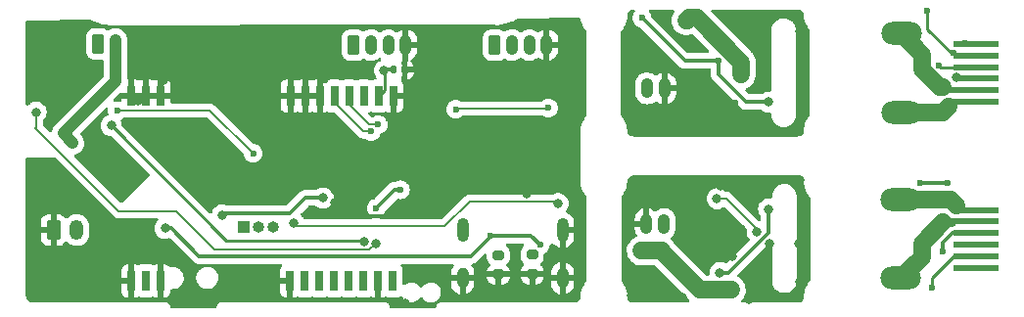
<source format=gbr>
%TF.GenerationSoftware,KiCad,Pcbnew,(6.0.4)*%
%TF.CreationDate,2023-03-26T23:07:16+09:00*%
%TF.ProjectId,kaguya-elec,6b616775-7961-42d6-956c-65632e6b6963,rev?*%
%TF.SameCoordinates,Original*%
%TF.FileFunction,Copper,L4,Bot*%
%TF.FilePolarity,Positive*%
%FSLAX46Y46*%
G04 Gerber Fmt 4.6, Leading zero omitted, Abs format (unit mm)*
G04 Created by KiCad (PCBNEW (6.0.4)) date 2023-03-26 23:07:16*
%MOMM*%
%LPD*%
G01*
G04 APERTURE LIST*
G04 Aperture macros list*
%AMRoundRect*
0 Rectangle with rounded corners*
0 $1 Rounding radius*
0 $2 $3 $4 $5 $6 $7 $8 $9 X,Y pos of 4 corners*
0 Add a 4 corners polygon primitive as box body*
4,1,4,$2,$3,$4,$5,$6,$7,$8,$9,$2,$3,0*
0 Add four circle primitives for the rounded corners*
1,1,$1+$1,$2,$3*
1,1,$1+$1,$4,$5*
1,1,$1+$1,$6,$7*
1,1,$1+$1,$8,$9*
0 Add four rect primitives between the rounded corners*
20,1,$1+$1,$2,$3,$4,$5,0*
20,1,$1+$1,$4,$5,$6,$7,0*
20,1,$1+$1,$6,$7,$8,$9,0*
20,1,$1+$1,$8,$9,$2,$3,0*%
G04 Aperture macros list end*
%TA.AperFunction,ComponentPad*%
%ADD10RoundRect,0.250000X-0.265000X-0.615000X0.265000X-0.615000X0.265000X0.615000X-0.265000X0.615000X0*%
%TD*%
%TA.AperFunction,ComponentPad*%
%ADD11O,1.030000X1.730000*%
%TD*%
%TA.AperFunction,ComponentPad*%
%ADD12RoundRect,0.250000X-0.350000X-0.625000X0.350000X-0.625000X0.350000X0.625000X-0.350000X0.625000X0*%
%TD*%
%TA.AperFunction,ComponentPad*%
%ADD13O,1.200000X1.750000*%
%TD*%
%TA.AperFunction,ComponentPad*%
%ADD14O,3.500000X2.000000*%
%TD*%
%TA.AperFunction,ComponentPad*%
%ADD15R,1.000000X1.000000*%
%TD*%
%TA.AperFunction,ComponentPad*%
%ADD16O,1.000000X1.000000*%
%TD*%
%TA.AperFunction,SMDPad,CuDef*%
%ADD17R,4.000000X0.600000*%
%TD*%
%TA.AperFunction,ComponentPad*%
%ADD18O,1.000000X1.800000*%
%TD*%
%TA.AperFunction,ComponentPad*%
%ADD19O,1.000000X2.100000*%
%TD*%
%TA.AperFunction,SMDPad,CuDef*%
%ADD20RoundRect,0.140000X-0.140000X-0.170000X0.140000X-0.170000X0.140000X0.170000X-0.140000X0.170000X0*%
%TD*%
%TA.AperFunction,SMDPad,CuDef*%
%ADD21RoundRect,0.200000X-0.275000X0.200000X-0.275000X-0.200000X0.275000X-0.200000X0.275000X0.200000X0*%
%TD*%
%TA.AperFunction,SMDPad,CuDef*%
%ADD22R,0.700000X1.800000*%
%TD*%
%TA.AperFunction,ViaPad*%
%ADD23C,0.800000*%
%TD*%
%TA.AperFunction,ViaPad*%
%ADD24C,0.600000*%
%TD*%
%TA.AperFunction,Conductor*%
%ADD25C,0.350000*%
%TD*%
%TA.AperFunction,Conductor*%
%ADD26C,0.500000*%
%TD*%
%TA.AperFunction,Conductor*%
%ADD27C,0.250000*%
%TD*%
%TA.AperFunction,Conductor*%
%ADD28C,1.500000*%
%TD*%
%TA.AperFunction,Conductor*%
%ADD29C,1.000000*%
%TD*%
%TA.AperFunction,Conductor*%
%ADD30C,0.200000*%
%TD*%
%TA.AperFunction,Conductor*%
%ADD31C,0.800000*%
%TD*%
%TA.AperFunction,Conductor*%
%ADD32C,0.160000*%
%TD*%
G04 APERTURE END LIST*
D10*
%TO.P,J2,1,Pin_1*%
%TO.N,Net-(J2-Pad1)*%
X174850000Y-124000000D03*
D11*
%TO.P,J2,2,Pin_2*%
%TO.N,+BATT*%
X176350000Y-124000000D03*
%TD*%
D12*
%TO.P,J3,1,Pin_1*%
%TO.N,GND*%
X171000000Y-140100000D03*
D13*
%TO.P,J3,2,Pin_2*%
%TO.N,Net-(J3-Pad2)*%
X173000000Y-140100000D03*
%TD*%
D11*
%TO.P,J15,1,Pin_1*%
%TO.N,GND*%
X222292500Y-139570000D03*
%TO.P,J15,2,Pin_2*%
%TO.N,+BATT*%
X223792500Y-139570000D03*
%TD*%
D14*
%TO.P,M1,1,+*%
%TO.N,/motor_R1*%
X244323769Y-123103769D03*
%TO.P,M1,2,-*%
%TO.N,/motor_R2*%
X244323769Y-129903769D03*
%TD*%
D15*
%TO.P,J1,1,Pin_1*%
%TO.N,SWCLK*%
X187475000Y-139850000D03*
D16*
%TO.P,J1,2,Pin_2*%
%TO.N,GND*%
X188745000Y-139850000D03*
%TO.P,J1,3,Pin_3*%
%TO.N,SWDIO*%
X190015000Y-139850000D03*
%TD*%
D11*
%TO.P,J10,1,Pin_1*%
%TO.N,GND*%
X223832500Y-127840000D03*
%TO.P,J10,2,Pin_2*%
%TO.N,+BATT*%
X222332500Y-127840000D03*
%TD*%
D17*
%TO.P,Je,1,Pin_1*%
%TO.N,/3V3A*%
X250823769Y-124003769D03*
%TO.P,Je,2,Pin_2*%
%TO.N,MOE_RA*%
X250823769Y-125003769D03*
%TO.P,Je,3,Pin_3*%
%TO.N,MOE_RB*%
X250823769Y-126003769D03*
%TO.P,Je,4,Pin_4*%
%TO.N,GND*%
X250823769Y-127003769D03*
%TO.P,Je,5,Pin_5*%
%TO.N,/motor_R1*%
X250823769Y-128003769D03*
%TO.P,Je,6,Pin_6*%
%TO.N,/motor_R2*%
X250823769Y-129003769D03*
%TD*%
D14*
%TO.P,M2,1,+*%
%TO.N,/motor_L1*%
X244305620Y-144258594D03*
%TO.P,M2,2,-*%
%TO.N,/motor_L2*%
X244305620Y-137458594D03*
%TD*%
D10*
%TO.P,J5,1,Pin_1*%
%TO.N,GNSS_RX*%
X196950000Y-124100000D03*
D11*
%TO.P,J5,2,Pin_2*%
%TO.N,GNSS_TX*%
X198450000Y-124100000D03*
%TO.P,J5,3,Pin_3*%
%TO.N,Net-(J5-Pad3)*%
X199950000Y-124100000D03*
%TO.P,J5,4,Pin_4*%
%TO.N,GND*%
X201450000Y-124100000D03*
%TD*%
D10*
%TO.P,J4,1,Pin_1*%
%TO.N,I2C1_SCL*%
X209150000Y-124100000D03*
D11*
%TO.P,J4,2,Pin_2*%
%TO.N,I2C1_SDA*%
X210650000Y-124100000D03*
%TO.P,J4,3,Pin_3*%
%TO.N,Net-(J4-Pad3)*%
X212150000Y-124100000D03*
%TO.P,J4,4,Pin_4*%
%TO.N,GND*%
X213650000Y-124100000D03*
%TD*%
D17*
%TO.P,J12,1,Pin_1*%
%TO.N,/3V3A*%
X250755620Y-143358594D03*
%TO.P,J12,2,Pin_2*%
%TO.N,MOE_LA*%
X250755620Y-142358594D03*
%TO.P,J12,3,Pin_3*%
%TO.N,MOE_LB*%
X250755620Y-141358594D03*
%TO.P,J12,4,Pin_4*%
%TO.N,GND*%
X250755620Y-140358594D03*
%TO.P,J12,5,Pin_5*%
%TO.N,/motor_L1*%
X250755620Y-139358594D03*
%TO.P,J12,6,Pin_6*%
%TO.N,/motor_L2*%
X250755620Y-138358594D03*
%TD*%
D18*
%TO.P,U1,SHIELD,SHIELD*%
%TO.N,GND*%
X206380000Y-144270000D03*
D19*
X206380000Y-140090000D03*
X215020000Y-140090000D03*
D18*
X215020000Y-144270000D03*
%TD*%
D20*
%TO.P,C18,1*%
%TO.N,+3V3*%
X200420000Y-126250000D03*
%TO.P,C18,2*%
%TO.N,GND*%
X201380000Y-126250000D03*
%TD*%
D21*
%TO.P,R5,1*%
%TO.N,Net-(R5-Pad1)*%
X209470000Y-142275000D03*
%TO.P,R5,2*%
%TO.N,GND*%
X209470000Y-143925000D03*
%TD*%
D22*
%TO.P,U2,1,GND*%
%TO.N,GND*%
X177750000Y-128500000D03*
%TO.P,U2,2,GND*%
X179020000Y-128500000D03*
%TO.P,U2,3,GND*%
X180290000Y-128500000D03*
%TO.P,U2,4,GND*%
X191490000Y-128500000D03*
%TO.P,U2,5,M0*%
X192760000Y-128500000D03*
%TO.P,U2,6,M1*%
X194030000Y-128500000D03*
%TO.P,U2,7,RXD*%
%TO.N,LORA_RX*%
X195300000Y-128500000D03*
%TO.P,U2,8,TXD*%
%TO.N,LORA_TX*%
X196570000Y-128500000D03*
%TO.P,U2,9,AUX*%
%TO.N,LORA_AUX*%
X197840000Y-128500000D03*
%TO.P,U2,10,VCC*%
%TO.N,+3V3*%
X199110000Y-128500000D03*
%TO.P,U2,11,GND*%
%TO.N,GND*%
X200380000Y-128500000D03*
%TO.P,U2,12,NC*%
%TO.N,unconnected-(U2-Pad12)*%
X200350000Y-144500000D03*
%TO.P,U2,13,GND*%
%TO.N,GND*%
X199080000Y-144500000D03*
%TO.P,U2,14,NC*%
%TO.N,unconnected-(U2-Pad14)*%
X197810000Y-144500000D03*
%TO.P,U2,15,NC*%
%TO.N,unconnected-(U2-Pad15)*%
X196540000Y-144500000D03*
%TO.P,U2,16,NC*%
%TO.N,unconnected-(U2-Pad16)*%
X195270000Y-144500000D03*
%TO.P,U2,17,NC*%
%TO.N,unconnected-(U2-Pad17)*%
X194000000Y-144500000D03*
%TO.P,U2,18,NC*%
%TO.N,unconnected-(U2-Pad18)*%
X192730000Y-144500000D03*
%TO.P,U2,19,GND*%
%TO.N,GND*%
X191460000Y-144500000D03*
%TO.P,U2,20,GND*%
X180260000Y-144500000D03*
%TO.P,U2,21,ANT*%
%TO.N,unconnected-(U2-Pad21)*%
X178990000Y-144500000D03*
%TO.P,U2,22,GND*%
%TO.N,GND*%
X177720000Y-144500000D03*
%TD*%
D21*
%TO.P,R6,1*%
%TO.N,Net-(R6-Pad1)*%
X212400000Y-142250000D03*
%TO.P,R6,2*%
%TO.N,GND*%
X212400000Y-143900000D03*
%TD*%
D23*
%TO.N,GND*%
X195350000Y-135450000D03*
X229708932Y-142368434D03*
X169100000Y-134400000D03*
X231119057Y-146129425D03*
D24*
X191000000Y-123550000D03*
D23*
X176800000Y-137200000D03*
X175400000Y-139800000D03*
X216125000Y-135475000D03*
D24*
X250523769Y-127003769D03*
D23*
X203000000Y-127200000D03*
X169200000Y-141400000D03*
D24*
X192600000Y-122750000D03*
X235575000Y-125999520D03*
X200000000Y-130480000D03*
X184500000Y-132200000D03*
D23*
X231175000Y-121699520D03*
X174000000Y-132275500D03*
X232350000Y-135740000D03*
X230490000Y-140030000D03*
X206600000Y-123200000D03*
X187100000Y-128750000D03*
X232500000Y-144740000D03*
D24*
X182800000Y-123450000D03*
X177400000Y-131000000D03*
D23*
X232951189Y-141316811D03*
X173990000Y-137910000D03*
X169100000Y-122400000D03*
X175408714Y-133591286D03*
X221375000Y-131099520D03*
X229750000Y-141140000D03*
X180400000Y-123600000D03*
X228575000Y-130999520D03*
X189000000Y-145750000D03*
X196500000Y-137750000D03*
X216000000Y-145800000D03*
X222950000Y-144540000D03*
X249090433Y-126903270D03*
X196500000Y-136600000D03*
D24*
X229975000Y-129075500D03*
D23*
X216100000Y-122300000D03*
X183200000Y-146200000D03*
X235350000Y-145940000D03*
X208800000Y-133600000D03*
D24*
X191558085Y-135440500D03*
D23*
X197650000Y-136600000D03*
X224575000Y-131299520D03*
X205000000Y-136250000D03*
X202800000Y-144600000D03*
X220950000Y-140540000D03*
X203000000Y-143600000D03*
X235575000Y-122899520D03*
X178300000Y-128950000D03*
X196500000Y-135450000D03*
X235500000Y-141290000D03*
X220750000Y-143140000D03*
X228895000Y-121480000D03*
D24*
X182600000Y-130600000D03*
D23*
X210800000Y-145800000D03*
X227550000Y-139740000D03*
X201399502Y-146460000D03*
D24*
X250805620Y-140358594D03*
X194500000Y-127100000D03*
D23*
X197650000Y-135450000D03*
D24*
X188000000Y-136600000D03*
D23*
X223100000Y-136240000D03*
D24*
X186050000Y-135900000D03*
D23*
X180500000Y-127150000D03*
X211900000Y-136925185D03*
X235175000Y-121699520D03*
X169500000Y-145700000D03*
X195350000Y-137750000D03*
D24*
X193900000Y-122750000D03*
D23*
X197650000Y-137750000D03*
D24*
X249505620Y-140308594D03*
X247905620Y-141958594D03*
X251623769Y-127003769D03*
X232425000Y-126030000D03*
X189200000Y-135150000D03*
D23*
X229550000Y-135740000D03*
X228700000Y-136290000D03*
X195350000Y-136600000D03*
X220950000Y-145740000D03*
X225550000Y-135740000D03*
X209300000Y-130750000D03*
X231350000Y-137740000D03*
X226350000Y-138740000D03*
X225975000Y-127299520D03*
X225350000Y-145940000D03*
X232375000Y-131099520D03*
X235550000Y-135740000D03*
X221150000Y-136140000D03*
D24*
X224185000Y-121720000D03*
D23*
X230765000Y-123220000D03*
D24*
X179200000Y-132600000D03*
D23*
X235550000Y-144540000D03*
X208200000Y-142900000D03*
X183500000Y-126850000D03*
%TO.N,+3V3*%
X199600000Y-126300000D03*
D24*
%TO.N,+1V1*%
X201010000Y-136619500D03*
D23*
X194310498Y-137324415D03*
D24*
X198910000Y-138220000D03*
D23*
X185600000Y-138800000D03*
%TO.N,+BATT*%
X221850000Y-141890000D03*
X228675000Y-145290000D03*
X225715000Y-121950000D03*
X172675000Y-132575000D03*
X223599511Y-141915489D03*
X230725000Y-125850000D03*
X226775000Y-121950000D03*
X171850000Y-131750000D03*
X230475000Y-126650000D03*
X229600000Y-145290000D03*
D24*
%TO.N,VBUS*%
X208800000Y-140589502D03*
X213100000Y-141400000D03*
D23*
X180650000Y-139950000D03*
D24*
%TO.N,MOE_RA*%
X248881321Y-124803271D03*
X250523769Y-125003769D03*
X246593769Y-121133769D03*
%TO.N,MOE_RB*%
X251123769Y-126003769D03*
X247557299Y-125870239D03*
%TO.N,MOE_LA*%
X250155620Y-142358594D03*
X246955620Y-145108594D03*
D23*
%TO.N,MOE_LB*%
X231850141Y-140227224D03*
D24*
X250705620Y-141358594D03*
D23*
X228392000Y-137390000D03*
%TO.N,Imonitor_Main*%
X169500000Y-129900498D03*
X198850000Y-141250000D03*
D24*
%TO.N,/3V3A*%
X228544980Y-125450000D03*
X250705620Y-143358594D03*
X221900000Y-121750000D03*
D23*
X228639614Y-143790500D03*
D24*
X245955620Y-136040286D03*
D23*
X232875000Y-129025000D03*
D24*
X249873769Y-123953769D03*
X248305620Y-136058594D03*
D23*
X232850000Y-138290000D03*
D24*
X249655620Y-143358594D03*
X251123769Y-124003769D03*
%TO.N,/motor_R1*%
X251123769Y-128003769D03*
X250023769Y-128003769D03*
%TO.N,/motor_R2*%
X251723769Y-129003769D03*
X250523769Y-129003769D03*
%TO.N,/motor_L1*%
X251255620Y-139358594D03*
X250105620Y-139358594D03*
%TO.N,/motor_L2*%
X250755620Y-138358594D03*
X249455620Y-138358594D03*
%TO.N,ToF_VCC*%
X205800000Y-129650000D03*
X213800000Y-129550000D03*
D23*
%TO.N,Vmonitor*%
X197856875Y-141102625D03*
X176000000Y-131050000D03*
D24*
%TO.N,Nichrome*%
X176500000Y-129800000D03*
X188264813Y-133465649D03*
D23*
%TO.N,RUN*%
X191800000Y-139500000D03*
X214636238Y-137800011D03*
D24*
%TO.N,LORA_RX*%
X198492228Y-131569569D03*
%TO.N,LORA_TX*%
X199081634Y-130980147D03*
%TO.N,LORA_AUX*%
X197889020Y-128836596D03*
%TO.N,Net-(R5-Pad1)*%
X209400000Y-142200000D03*
%TO.N,Net-(R6-Pad1)*%
X212400000Y-142200000D03*
%TD*%
D25*
%TO.N,GND*%
X197950000Y-138950000D02*
X199950000Y-138950000D01*
X247905620Y-141159572D02*
X247905620Y-141958594D01*
X197650000Y-138650000D02*
X197950000Y-138950000D01*
X249505620Y-140308594D02*
X248756598Y-140308594D01*
D26*
X250523769Y-127003769D02*
X249190932Y-127003769D01*
D25*
X197650000Y-137750000D02*
X197650000Y-138650000D01*
D26*
X249190932Y-127003769D02*
X249090433Y-126903270D01*
D25*
X248756598Y-140308594D02*
X247905620Y-141159572D01*
X200420000Y-128510000D02*
X200460000Y-128550000D01*
%TO.N,+3V3*%
X199600000Y-126300000D02*
X199650000Y-126250000D01*
D27*
X199654011Y-127955989D02*
X199110000Y-128500000D01*
X199654011Y-126354011D02*
X199654011Y-127955989D01*
X199600000Y-126300000D02*
X199654011Y-126354011D01*
D25*
X199650000Y-126250000D02*
X200420000Y-126250000D01*
%TO.N,+1V1*%
X201010000Y-136619500D02*
X200510500Y-136619500D01*
X194314913Y-137320000D02*
X194310498Y-137324415D01*
X191450000Y-138650000D02*
X186200000Y-138650000D01*
X194410498Y-137320000D02*
X194314913Y-137320000D01*
X192000000Y-138100000D02*
X191450000Y-138650000D01*
X192775585Y-137324415D02*
X192000000Y-138100000D01*
X185750000Y-138650000D02*
X185600000Y-138800000D01*
X186200000Y-138650000D02*
X185750000Y-138650000D01*
X194240498Y-137150000D02*
X194410498Y-137320000D01*
X194310498Y-137324415D02*
X192775585Y-137324415D01*
X200510500Y-136619500D02*
X198910000Y-138220000D01*
D28*
%TO.N,+BATT*%
X223599511Y-141989511D02*
X226900000Y-145290000D01*
X228675000Y-145290000D02*
X229600000Y-145290000D01*
X226900000Y-145290000D02*
X228675000Y-145290000D01*
X223599511Y-141915489D02*
X223599511Y-141989511D01*
D29*
X172675000Y-132575000D02*
X171850000Y-131750000D01*
X171850000Y-131750000D02*
X176350000Y-127250000D01*
D28*
X225715000Y-121950000D02*
X225774999Y-121950000D01*
X223574022Y-141890000D02*
X223599511Y-141915489D01*
X230475000Y-125612944D02*
X230475000Y-126650000D01*
X225774999Y-121950000D02*
X225970580Y-121754419D01*
D29*
X176350000Y-127250000D02*
X176350000Y-124000000D01*
D28*
X226616475Y-121754419D02*
X230475000Y-125612944D01*
X225970580Y-121754419D02*
X226616475Y-121754419D01*
X221850000Y-141890000D02*
X223574022Y-141890000D01*
D25*
%TO.N,VBUS*%
X213100000Y-141400000D02*
X212289502Y-140589502D01*
X212289502Y-140589502D02*
X208800000Y-140589502D01*
X181199500Y-139950000D02*
X183599500Y-142350000D01*
X183599500Y-142350000D02*
X207109984Y-142350000D01*
X180650000Y-139950000D02*
X181199500Y-139950000D01*
X208800000Y-140659984D02*
X208800000Y-140589502D01*
X207109984Y-142350000D02*
X208800000Y-140659984D01*
D27*
%TO.N,MOE_RA*%
X246593769Y-122722791D02*
X246593769Y-121133769D01*
X248881321Y-124803271D02*
X248674249Y-124803271D01*
X248674249Y-124803271D02*
X246593769Y-122722791D01*
%TO.N,MOE_RB*%
X251123769Y-126003769D02*
X247690829Y-126003769D01*
X247690829Y-126003769D02*
X247557299Y-125870239D01*
%TO.N,MOE_LA*%
X246955620Y-145108594D02*
X246955620Y-144209572D01*
X246955620Y-144209572D02*
X248806598Y-142358594D01*
X248806598Y-142358594D02*
X250155620Y-142358594D01*
D30*
%TO.N,MOE_LB*%
X231850141Y-140050882D02*
X231850141Y-140227224D01*
X229189259Y-137390000D02*
X231850141Y-140050882D01*
X228392000Y-137390000D02*
X229189259Y-137390000D01*
%TO.N,Imonitor_Main*%
X169500000Y-129900498D02*
X169500000Y-131200000D01*
X198297864Y-141802136D02*
X198850000Y-141250000D01*
X181600000Y-138450000D02*
X184952136Y-141802136D01*
X176650000Y-138450000D02*
X181600000Y-138450000D01*
X169500000Y-131200000D02*
X169450000Y-131250000D01*
X184952136Y-141802136D02*
X198297864Y-141802136D01*
X169450000Y-131250000D02*
X176650000Y-138450000D01*
D25*
%TO.N,/3V3A*%
X229382175Y-143790500D02*
X228639614Y-143790500D01*
X232850000Y-138290000D02*
X232850000Y-140390000D01*
X221900000Y-121750000D02*
X225600000Y-125450000D01*
X230900000Y-129025000D02*
X232875000Y-129025000D01*
X225600000Y-125450000D02*
X228544980Y-125450000D01*
X228544980Y-125450000D02*
X228544980Y-126669980D01*
X232850000Y-140390000D02*
X232697700Y-140542300D01*
X246387312Y-136040286D02*
X245955620Y-136040286D01*
X245955620Y-136040286D02*
X248287312Y-136040286D01*
X228544980Y-126669980D02*
X230900000Y-129025000D01*
D27*
X248287312Y-136040286D02*
X246387312Y-136040286D01*
D25*
X232630375Y-140542300D02*
X229382175Y-143790500D01*
X232697700Y-140542300D02*
X232630375Y-140542300D01*
X248287312Y-136040286D02*
X248305620Y-136058594D01*
D28*
%TO.N,/motor_R1*%
X244323769Y-123103769D02*
X246138290Y-124918290D01*
X246138290Y-126218306D02*
X247623753Y-127703769D01*
D26*
X248523769Y-128003769D02*
X248423769Y-127903769D01*
D28*
X246138290Y-124918290D02*
X246138290Y-126218306D01*
D26*
X251123769Y-128003769D02*
X248523769Y-128003769D01*
D28*
X247623753Y-127703769D02*
X247874258Y-127703769D01*
%TO.N,/motor_R2*%
X247923769Y-129903769D02*
X248423769Y-129403769D01*
X244323769Y-129903769D02*
X247923769Y-129903769D01*
D26*
X248523769Y-129003769D02*
X248423769Y-129103769D01*
X250523769Y-129003769D02*
X248523769Y-129003769D01*
D28*
%TO.N,/motor_L1*%
X244305620Y-144258594D02*
X246120141Y-142444073D01*
X246120141Y-142444073D02*
X246120141Y-141244073D01*
D31*
X248005620Y-139358594D02*
X247905620Y-139458594D01*
X247905620Y-139458594D02*
X248705620Y-139458594D01*
D28*
X246120141Y-141244073D02*
X247905620Y-139458594D01*
%TO.N,/motor_L2*%
X248555620Y-137458594D02*
X249055620Y-137958594D01*
D25*
X249455620Y-138358594D02*
X249055620Y-137958594D01*
D28*
X244305620Y-137458594D02*
X248555620Y-137458594D01*
D25*
X250755620Y-138358594D02*
X249455620Y-138358594D01*
D32*
%TO.N,ToF_VCC*%
X205800000Y-129650000D02*
X205850000Y-129600000D01*
X205850000Y-129600000D02*
X213750000Y-129600000D01*
X213750000Y-129600000D02*
X213800000Y-129550000D01*
D27*
%TO.N,Vmonitor*%
X176000000Y-131050000D02*
X185950000Y-141000000D01*
X185950000Y-141000000D02*
X197754250Y-141000000D01*
X197754250Y-141000000D02*
X197856875Y-141102625D01*
D32*
%TO.N,Nichrome*%
X176500000Y-129800000D02*
X176570489Y-129729511D01*
X184528675Y-129729511D02*
X188264813Y-133465649D01*
X176570489Y-129729511D02*
X184528675Y-129729511D01*
%TO.N,RUN*%
X192050000Y-139750000D02*
X204850000Y-139750000D01*
X206995315Y-137604685D02*
X214440912Y-137604685D01*
X191800000Y-139500000D02*
X192050000Y-139750000D01*
X204850000Y-139750000D02*
X206995315Y-137604685D01*
X214440912Y-137604685D02*
X214636238Y-137800011D01*
D30*
%TO.N,LORA_RX*%
X197790547Y-131569569D02*
X195300000Y-129079022D01*
X198492228Y-131569569D02*
X197790547Y-131569569D01*
X195300000Y-129079022D02*
X195300000Y-128500000D01*
%TO.N,LORA_TX*%
X199071545Y-130970058D02*
X198270058Y-130970058D01*
X196570000Y-129270000D02*
X196570000Y-128500000D01*
X199081634Y-130980147D02*
X199071545Y-130970058D01*
X198270058Y-130970058D02*
X196570000Y-129270000D01*
D32*
X199081634Y-130980147D02*
X199071739Y-130970252D01*
X196650000Y-129000000D02*
X196650000Y-128550000D01*
D27*
%TO.N,LORA_AUX*%
X197889020Y-128836596D02*
X197840000Y-128787576D01*
X197840000Y-128787576D02*
X197840000Y-128500000D01*
%TD*%
%TA.AperFunction,Conductor*%
%TO.N,GND*%
G36*
X235377518Y-135392500D02*
G01*
X235392352Y-135394810D01*
X235392355Y-135394810D01*
X235401224Y-135396191D01*
X235410126Y-135395027D01*
X235410250Y-135395011D01*
X235440692Y-135394740D01*
X235448121Y-135395577D01*
X235502764Y-135401734D01*
X235530271Y-135408013D01*
X235607353Y-135434985D01*
X235632774Y-135447227D01*
X235701926Y-135490678D01*
X235723985Y-135508270D01*
X235781730Y-135566015D01*
X235799322Y-135588074D01*
X235842773Y-135657226D01*
X235855015Y-135682647D01*
X235881987Y-135759728D01*
X235888267Y-135787243D01*
X235888592Y-135790129D01*
X235887883Y-135823610D01*
X235887691Y-135824846D01*
X235886309Y-135833724D01*
X235887130Y-135840000D01*
X235886846Y-135840000D01*
X235887405Y-135848218D01*
X235887405Y-135848224D01*
X235890591Y-135895052D01*
X235905454Y-136113525D01*
X235906318Y-136117707D01*
X235906319Y-136117713D01*
X235945685Y-136308217D01*
X235960934Y-136382010D01*
X235979582Y-136434790D01*
X236036759Y-136596622D01*
X236052264Y-136640508D01*
X236054222Y-136644310D01*
X236054222Y-136644311D01*
X236164643Y-136858774D01*
X236177762Y-136884255D01*
X236180220Y-136887762D01*
X236276219Y-137024729D01*
X236335115Y-137108760D01*
X236416437Y-137196550D01*
X236448054Y-137260115D01*
X236450000Y-137282173D01*
X236450000Y-144450785D01*
X236429998Y-144518906D01*
X236416085Y-144536787D01*
X236407422Y-144546063D01*
X236345843Y-144611998D01*
X236187389Y-144836477D01*
X236060977Y-145080442D01*
X235968962Y-145339347D01*
X235968088Y-145343555D01*
X235968087Y-145343557D01*
X235928234Y-145535341D01*
X235913058Y-145608370D01*
X235912765Y-145612656D01*
X235912764Y-145612662D01*
X235895834Y-145860183D01*
X235895211Y-145865752D01*
X235895191Y-145867347D01*
X235893809Y-145876224D01*
X235894418Y-145880880D01*
X235894307Y-145882500D01*
X235894630Y-145882500D01*
X235894974Y-145885132D01*
X235894974Y-145885133D01*
X235894991Y-145885266D01*
X235895063Y-145893370D01*
X235896550Y-145898685D01*
X235895763Y-145911226D01*
X235895575Y-145912890D01*
X235895242Y-145913681D01*
X235895260Y-145915689D01*
X235888266Y-145977763D01*
X235881987Y-146005271D01*
X235855015Y-146082353D01*
X235842773Y-146107774D01*
X235799322Y-146176926D01*
X235781730Y-146198985D01*
X235723985Y-146256730D01*
X235701926Y-146274322D01*
X235632774Y-146317773D01*
X235607353Y-146330015D01*
X235530272Y-146356987D01*
X235502764Y-146363266D01*
X235447274Y-146369518D01*
X235431632Y-146369423D01*
X235431621Y-146370300D01*
X235422649Y-146370190D01*
X235413776Y-146368809D01*
X235404874Y-146369973D01*
X235404872Y-146369973D01*
X235393885Y-146371410D01*
X235382214Y-146372936D01*
X235365879Y-146374000D01*
X230599685Y-146374000D01*
X230531564Y-146353998D01*
X230485071Y-146300342D01*
X230474967Y-146230068D01*
X230509201Y-146160315D01*
X230523760Y-146145292D01*
X230569851Y-146097730D01*
X230578089Y-146089229D01*
X230578091Y-146089226D01*
X230581992Y-146085201D01*
X230707290Y-145898738D01*
X230709647Y-145893370D01*
X230795333Y-145698170D01*
X230797588Y-145693033D01*
X230799029Y-145687034D01*
X230848722Y-145480046D01*
X230848722Y-145480045D01*
X230850032Y-145474589D01*
X230857303Y-145348485D01*
X230862640Y-145255917D01*
X230862640Y-145255914D01*
X230862963Y-145250310D01*
X230835975Y-145027285D01*
X230769918Y-144812565D01*
X230666882Y-144612936D01*
X230530123Y-144434708D01*
X230363964Y-144283515D01*
X230359209Y-144280532D01*
X230359206Y-144280530D01*
X230185621Y-144171640D01*
X230138543Y-144118497D01*
X230127671Y-144048338D01*
X230156455Y-143983438D01*
X230163482Y-143975808D01*
X232926405Y-141212885D01*
X232988717Y-141178859D01*
X233059532Y-141183924D01*
X233116368Y-141226471D01*
X233141179Y-141292991D01*
X233141500Y-141301980D01*
X233141500Y-144542237D01*
X233141800Y-144545293D01*
X233141800Y-144545300D01*
X233148340Y-144611998D01*
X233156635Y-144696592D01*
X233216632Y-144895315D01*
X233219527Y-144900760D01*
X233219528Y-144900762D01*
X233286803Y-145027285D01*
X233314087Y-145078599D01*
X233362917Y-145138471D01*
X233441390Y-145234689D01*
X233441393Y-145234692D01*
X233445285Y-145239464D01*
X233450033Y-145243392D01*
X233450034Y-145243393D01*
X233465173Y-145255917D01*
X233605230Y-145371783D01*
X233610647Y-145374712D01*
X233610650Y-145374714D01*
X233782410Y-145467584D01*
X233782415Y-145467586D01*
X233787830Y-145470514D01*
X233986129Y-145531898D01*
X233992254Y-145532542D01*
X233992255Y-145532542D01*
X234186446Y-145552952D01*
X234186448Y-145552952D01*
X234192575Y-145553596D01*
X234278485Y-145545777D01*
X234393164Y-145535341D01*
X234393167Y-145535340D01*
X234399303Y-145534782D01*
X234405209Y-145533044D01*
X234405213Y-145533043D01*
X234558048Y-145488061D01*
X234598440Y-145476173D01*
X234782400Y-145380001D01*
X234944177Y-145249929D01*
X234949662Y-145243393D01*
X235073650Y-145095629D01*
X235077609Y-145090911D01*
X235080573Y-145085519D01*
X235080576Y-145085515D01*
X235174646Y-144914402D01*
X235177613Y-144909005D01*
X235240379Y-144711139D01*
X235241350Y-144702489D01*
X235251893Y-144608488D01*
X235258500Y-144549587D01*
X235258500Y-137137763D01*
X235257780Y-137130413D01*
X235243966Y-136989534D01*
X235243965Y-136989531D01*
X235243365Y-136983408D01*
X235183368Y-136784685D01*
X235144260Y-136711134D01*
X235088809Y-136606847D01*
X235088808Y-136606845D01*
X235085913Y-136601401D01*
X235010835Y-136509346D01*
X234958610Y-136445311D01*
X234958607Y-136445308D01*
X234954715Y-136440536D01*
X234947770Y-136434790D01*
X234799518Y-136312145D01*
X234799519Y-136312145D01*
X234794770Y-136308217D01*
X234789353Y-136305288D01*
X234789350Y-136305286D01*
X234617590Y-136212416D01*
X234617585Y-136212414D01*
X234612170Y-136209486D01*
X234413871Y-136148102D01*
X234407746Y-136147458D01*
X234407745Y-136147458D01*
X234213554Y-136127048D01*
X234213552Y-136127048D01*
X234207425Y-136126404D01*
X234121515Y-136134223D01*
X234006836Y-136144659D01*
X234006833Y-136144660D01*
X234000697Y-136145218D01*
X233994791Y-136146956D01*
X233994787Y-136146957D01*
X233846932Y-136190473D01*
X233801560Y-136203827D01*
X233617600Y-136299999D01*
X233455823Y-136430071D01*
X233451865Y-136434788D01*
X233451863Y-136434790D01*
X233447042Y-136440536D01*
X233322391Y-136589089D01*
X233319427Y-136594481D01*
X233319424Y-136594485D01*
X233229776Y-136757554D01*
X233222387Y-136770995D01*
X233159621Y-136968861D01*
X233158935Y-136974978D01*
X233158934Y-136974982D01*
X233157302Y-136989534D01*
X233141500Y-137130413D01*
X233141500Y-137267566D01*
X233121498Y-137335687D01*
X233067842Y-137382180D01*
X232997568Y-137392284D01*
X232989304Y-137390813D01*
X232951946Y-137382873D01*
X232951947Y-137382873D01*
X232945487Y-137381500D01*
X232754513Y-137381500D01*
X232748061Y-137382872D01*
X232748056Y-137382872D01*
X232683638Y-137396565D01*
X232567712Y-137421206D01*
X232561682Y-137423891D01*
X232561681Y-137423891D01*
X232399278Y-137496197D01*
X232399276Y-137496198D01*
X232393248Y-137498882D01*
X232238747Y-137611134D01*
X232234326Y-137616044D01*
X232234325Y-137616045D01*
X232124082Y-137738483D01*
X232110960Y-137753056D01*
X232015473Y-137918444D01*
X231956458Y-138100072D01*
X231936496Y-138290000D01*
X231937186Y-138296565D01*
X231952974Y-138446775D01*
X231956458Y-138479928D01*
X232015473Y-138661556D01*
X232110960Y-138826944D01*
X232115380Y-138831853D01*
X232115383Y-138831857D01*
X232134135Y-138852683D01*
X232164853Y-138916690D01*
X232166500Y-138936994D01*
X232166500Y-139202502D01*
X232146498Y-139270623D01*
X232092842Y-139317116D01*
X232022568Y-139327220D01*
X231957988Y-139297726D01*
X231951405Y-139291597D01*
X229653574Y-136993766D01*
X229642707Y-136981375D01*
X229628272Y-136962563D01*
X229623246Y-136956013D01*
X229591334Y-136931526D01*
X229591331Y-136931523D01*
X229496135Y-136858476D01*
X229348110Y-136797162D01*
X229339923Y-136796084D01*
X229339922Y-136796084D01*
X229328717Y-136794609D01*
X229297521Y-136790502D01*
X229229144Y-136781500D01*
X229229141Y-136781500D01*
X229229133Y-136781499D01*
X229197448Y-136777328D01*
X229189259Y-136776250D01*
X229157566Y-136780422D01*
X229141123Y-136781500D01*
X229122710Y-136781500D01*
X229054589Y-136761498D01*
X229029074Y-136739811D01*
X229007668Y-136716037D01*
X229007666Y-136716036D01*
X229003253Y-136711134D01*
X228934572Y-136661234D01*
X228854094Y-136602763D01*
X228854093Y-136602762D01*
X228848752Y-136598882D01*
X228842724Y-136596198D01*
X228842722Y-136596197D01*
X228680319Y-136523891D01*
X228680318Y-136523891D01*
X228674288Y-136521206D01*
X228580888Y-136501353D01*
X228493944Y-136482872D01*
X228493939Y-136482872D01*
X228487487Y-136481500D01*
X228296513Y-136481500D01*
X228290061Y-136482872D01*
X228290056Y-136482872D01*
X228203112Y-136501353D01*
X228109712Y-136521206D01*
X228103682Y-136523891D01*
X228103681Y-136523891D01*
X227941278Y-136596197D01*
X227941276Y-136596198D01*
X227935248Y-136598882D01*
X227780747Y-136711134D01*
X227652960Y-136853056D01*
X227557473Y-137018444D01*
X227498458Y-137200072D01*
X227478496Y-137390000D01*
X227498458Y-137579928D01*
X227557473Y-137761556D01*
X227652960Y-137926944D01*
X227780747Y-138068866D01*
X227935248Y-138181118D01*
X227941276Y-138183802D01*
X227941278Y-138183803D01*
X228103681Y-138256109D01*
X228109712Y-138258794D01*
X228185193Y-138274838D01*
X228290056Y-138297128D01*
X228290061Y-138297128D01*
X228296513Y-138298500D01*
X228487487Y-138298500D01*
X228493939Y-138297128D01*
X228493944Y-138297128D01*
X228598807Y-138274838D01*
X228674288Y-138258794D01*
X228680319Y-138256109D01*
X228842722Y-138183803D01*
X228842724Y-138183802D01*
X228848752Y-138181118D01*
X228854094Y-138177237D01*
X228918696Y-138130301D01*
X228985564Y-138106442D01*
X229054716Y-138122523D01*
X229081852Y-138143142D01*
X230915948Y-139977238D01*
X230949974Y-140039550D01*
X230952163Y-140079503D01*
X230936637Y-140227224D01*
X230937327Y-140233789D01*
X230947497Y-140330547D01*
X230956599Y-140417152D01*
X231015614Y-140598780D01*
X231111101Y-140764168D01*
X231171656Y-140831421D01*
X231187822Y-140849375D01*
X231218539Y-140913383D01*
X231209774Y-140983836D01*
X231183280Y-141022780D01*
X229233928Y-142972132D01*
X229171616Y-143006158D01*
X229100801Y-143001093D01*
X229093601Y-142998151D01*
X228921902Y-142921706D01*
X228817267Y-142899465D01*
X228741558Y-142883372D01*
X228741553Y-142883372D01*
X228735101Y-142882000D01*
X228544127Y-142882000D01*
X228537675Y-142883372D01*
X228537670Y-142883372D01*
X228461961Y-142899465D01*
X228357326Y-142921706D01*
X228351296Y-142924391D01*
X228351295Y-142924391D01*
X228188892Y-142996697D01*
X228188890Y-142996698D01*
X228182862Y-142999382D01*
X228177521Y-143003262D01*
X228177520Y-143003263D01*
X228157296Y-143017957D01*
X228028361Y-143111634D01*
X227900574Y-143253556D01*
X227805087Y-143418944D01*
X227746072Y-143600572D01*
X227726110Y-143790500D01*
X227734605Y-143871319D01*
X227736813Y-143892329D01*
X227724041Y-143962168D01*
X227675539Y-144014014D01*
X227611503Y-144031500D01*
X227473478Y-144031500D01*
X227405357Y-144011498D01*
X227384383Y-143994595D01*
X224730767Y-141340979D01*
X224713699Y-141317998D01*
X224713114Y-141318382D01*
X224713114Y-141318381D01*
X224703267Y-141303391D01*
X224694854Y-141288460D01*
X224689548Y-141277335D01*
X224687133Y-141272271D01*
X224683861Y-141267718D01*
X224683859Y-141267714D01*
X224638501Y-141204592D01*
X224635512Y-141200242D01*
X224597395Y-141142214D01*
X224589776Y-141130615D01*
X224571254Y-141109827D01*
X224563017Y-141099545D01*
X224559310Y-141094386D01*
X224556040Y-141089835D01*
X224525263Y-141060010D01*
X224512988Y-141046232D01*
X224507563Y-141039162D01*
X224507562Y-141039160D01*
X224504145Y-141034708D01*
X224443857Y-140979850D01*
X224439562Y-140975752D01*
X224423612Y-140959802D01*
X224414352Y-140952060D01*
X224407499Y-140945889D01*
X224394710Y-140933495D01*
X224396184Y-140931974D01*
X224361094Y-140881186D01*
X224358723Y-140810229D01*
X224395090Y-140749254D01*
X224401785Y-140743472D01*
X224448810Y-140705663D01*
X224512070Y-140654801D01*
X224641090Y-140501041D01*
X224644054Y-140495649D01*
X224644057Y-140495645D01*
X224734820Y-140330547D01*
X224737787Y-140325150D01*
X224798478Y-140133827D01*
X224816000Y-139977615D01*
X224816000Y-139169496D01*
X224801365Y-139020239D01*
X224795378Y-139000407D01*
X224745132Y-138833987D01*
X224743351Y-138828087D01*
X224649120Y-138650863D01*
X224522259Y-138495318D01*
X224367603Y-138367375D01*
X224191041Y-138271908D01*
X224095170Y-138242231D01*
X224005186Y-138214376D01*
X224005183Y-138214375D01*
X223999299Y-138212554D01*
X223993174Y-138211910D01*
X223993173Y-138211910D01*
X223805808Y-138192217D01*
X223805807Y-138192217D01*
X223799680Y-138191573D01*
X223716662Y-138199128D01*
X223605926Y-138209206D01*
X223605923Y-138209207D01*
X223599787Y-138209765D01*
X223593881Y-138211503D01*
X223593877Y-138211504D01*
X223451621Y-138253373D01*
X223407235Y-138266436D01*
X223229358Y-138359428D01*
X223224558Y-138363288D01*
X223224557Y-138363288D01*
X223120720Y-138446775D01*
X223055097Y-138473871D01*
X222985243Y-138461188D01*
X222961453Y-138445663D01*
X222872072Y-138371720D01*
X222861901Y-138364860D01*
X222696265Y-138275301D01*
X222684960Y-138270549D01*
X222563808Y-138233046D01*
X222549705Y-138232840D01*
X222546500Y-138239595D01*
X222546500Y-139698000D01*
X222526498Y-139766121D01*
X222472842Y-139812614D01*
X222420500Y-139824000D01*
X221287615Y-139824000D01*
X221272376Y-139828475D01*
X221271171Y-139829865D01*
X221269500Y-139837548D01*
X221269500Y-139967401D01*
X221269801Y-139973549D01*
X221283526Y-140113530D01*
X221285909Y-140125565D01*
X221340332Y-140305821D01*
X221345007Y-140317163D01*
X221433405Y-140483417D01*
X221440192Y-140493633D01*
X221454843Y-140511596D01*
X221482397Y-140577027D01*
X221470202Y-140646969D01*
X221422130Y-140699214D01*
X221409397Y-140705345D01*
X221409549Y-140705663D01*
X221206782Y-140802378D01*
X221024346Y-140933471D01*
X220996896Y-140961797D01*
X220876599Y-141085934D01*
X220868008Y-141094799D01*
X220742710Y-141281262D01*
X220652412Y-141486967D01*
X220599968Y-141705411D01*
X220587037Y-141929690D01*
X220614025Y-142152715D01*
X220680082Y-142367435D01*
X220783118Y-142567064D01*
X220919877Y-142745292D01*
X221086036Y-142896485D01*
X221090783Y-142899463D01*
X221090786Y-142899465D01*
X221245789Y-142996697D01*
X221276344Y-143015864D01*
X221484783Y-143099656D01*
X221704767Y-143145213D01*
X221709378Y-143145479D01*
X221709379Y-143145479D01*
X221759952Y-143148395D01*
X221759956Y-143148395D01*
X221761775Y-143148500D01*
X222926523Y-143148500D01*
X222994644Y-143168502D01*
X223015618Y-143185405D01*
X225945475Y-146115263D01*
X225956342Y-146127653D01*
X225969877Y-146145292D01*
X225974021Y-146149063D01*
X225974024Y-146149066D01*
X225980331Y-146154805D01*
X226017255Y-146215445D01*
X226015532Y-146286421D01*
X225975711Y-146345198D01*
X225910434Y-146373116D01*
X225895533Y-146374000D01*
X221156867Y-146374000D01*
X221137482Y-146372500D01*
X221122648Y-146370190D01*
X221122645Y-146370190D01*
X221113776Y-146368809D01*
X221104874Y-146369973D01*
X221104750Y-146369989D01*
X221074308Y-146370260D01*
X221053630Y-146367930D01*
X221012236Y-146363266D01*
X220984729Y-146356987D01*
X220907647Y-146330015D01*
X220882226Y-146317773D01*
X220813074Y-146274322D01*
X220791015Y-146256730D01*
X220733270Y-146198985D01*
X220715678Y-146176926D01*
X220672227Y-146107774D01*
X220659985Y-146082353D01*
X220633013Y-146005272D01*
X220626734Y-145977765D01*
X220621071Y-145927507D01*
X220621059Y-145906160D01*
X220620685Y-145906147D01*
X220621056Y-145895171D01*
X220621304Y-145895179D01*
X220621307Y-145895055D01*
X220621076Y-145895052D01*
X220621085Y-145894311D01*
X220621109Y-145893602D01*
X220621340Y-145893610D01*
X220621342Y-145893490D01*
X220621095Y-145893487D01*
X220621170Y-145887359D01*
X220621170Y-145887356D01*
X220621229Y-145882500D01*
X220620257Y-145875717D01*
X220619125Y-145863799D01*
X220619067Y-145862552D01*
X220607465Y-145616702D01*
X220556562Y-145344222D01*
X220500291Y-145175671D01*
X220470152Y-145085392D01*
X220470151Y-145085389D01*
X220468783Y-145081292D01*
X220439388Y-145021923D01*
X220347711Y-144836768D01*
X220345786Y-144832880D01*
X220189894Y-144603676D01*
X220182514Y-144595509D01*
X220151683Y-144531558D01*
X220150000Y-144511033D01*
X220150000Y-139297885D01*
X221269500Y-139297885D01*
X221273975Y-139313124D01*
X221275365Y-139314329D01*
X221283048Y-139316000D01*
X222020385Y-139316000D01*
X222035624Y-139311525D01*
X222036829Y-139310135D01*
X222038500Y-139302452D01*
X222038500Y-138246438D01*
X222034527Y-138232907D01*
X222026732Y-138231787D01*
X221913332Y-138265162D01*
X221901964Y-138269755D01*
X221735091Y-138356994D01*
X221724829Y-138363710D01*
X221578086Y-138481695D01*
X221569320Y-138490278D01*
X221448284Y-138634524D01*
X221441358Y-138644638D01*
X221350641Y-138809652D01*
X221345813Y-138820916D01*
X221288875Y-139000407D01*
X221286327Y-139012396D01*
X221269893Y-139158909D01*
X221269500Y-139165933D01*
X221269500Y-139297885D01*
X220150000Y-139297885D01*
X220150000Y-137197007D01*
X220173062Y-137124346D01*
X220317620Y-136919553D01*
X220317625Y-136919545D01*
X220320111Y-136916023D01*
X220426276Y-136711134D01*
X220444547Y-136675872D01*
X220444548Y-136675869D01*
X220446523Y-136672058D01*
X220538538Y-136413153D01*
X220580861Y-136209486D01*
X220593568Y-136148338D01*
X220593569Y-136148332D01*
X220594442Y-136144130D01*
X220595611Y-136127048D01*
X220601626Y-136039100D01*
X220604482Y-135997356D01*
X220605932Y-135985069D01*
X220621076Y-135895052D01*
X220621229Y-135882500D01*
X220620540Y-135877688D01*
X220620223Y-135872827D01*
X220620508Y-135872808D01*
X220620107Y-135846049D01*
X220626734Y-135787236D01*
X220633013Y-135759729D01*
X220659985Y-135682647D01*
X220672227Y-135657226D01*
X220715678Y-135588074D01*
X220733270Y-135566015D01*
X220791015Y-135508270D01*
X220813074Y-135490678D01*
X220882226Y-135447227D01*
X220907647Y-135434985D01*
X220984728Y-135408013D01*
X221012236Y-135401734D01*
X221067726Y-135395482D01*
X221083368Y-135395577D01*
X221083379Y-135394700D01*
X221092351Y-135394810D01*
X221101224Y-135396191D01*
X221110126Y-135395027D01*
X221110128Y-135395027D01*
X221125451Y-135393023D01*
X221132786Y-135392064D01*
X221149121Y-135391000D01*
X235358133Y-135391000D01*
X235377518Y-135392500D01*
G37*
%TD.AperFunction*%
%TD*%
%TA.AperFunction,Conductor*%
%TO.N,GND*%
G36*
X221242317Y-121048503D02*
G01*
X221288810Y-121102159D01*
X221298914Y-121172433D01*
X221272352Y-121232972D01*
X221269493Y-121235771D01*
X221171235Y-121388238D01*
X221168826Y-121394858D01*
X221168824Y-121394861D01*
X221115430Y-121541559D01*
X221109197Y-121558685D01*
X221086463Y-121738640D01*
X221104163Y-121919160D01*
X221161418Y-122091273D01*
X221165065Y-122097295D01*
X221165066Y-122097297D01*
X221251178Y-122239485D01*
X221255380Y-122246424D01*
X221260269Y-122251487D01*
X221260270Y-122251488D01*
X221329418Y-122323092D01*
X221381382Y-122376902D01*
X221533159Y-122476222D01*
X221539763Y-122478678D01*
X221539765Y-122478679D01*
X221703168Y-122539448D01*
X221702563Y-122541076D01*
X221752995Y-122569610D01*
X225096844Y-125913459D01*
X225102698Y-125919724D01*
X225139290Y-125961670D01*
X225189655Y-125997066D01*
X225194920Y-126000978D01*
X225243328Y-126038935D01*
X225250252Y-126042061D01*
X225254561Y-126044671D01*
X225263976Y-126050042D01*
X225268424Y-126052427D01*
X225274639Y-126056795D01*
X225281716Y-126059554D01*
X225331957Y-126079142D01*
X225338029Y-126081694D01*
X225394105Y-126107014D01*
X225401582Y-126108400D01*
X225406402Y-126109910D01*
X225416835Y-126112882D01*
X225421696Y-126114130D01*
X225428772Y-126116889D01*
X225489019Y-126124820D01*
X225489762Y-126124918D01*
X225496278Y-126125950D01*
X225532916Y-126132740D01*
X225556767Y-126137161D01*
X225564347Y-126136724D01*
X225564348Y-126136724D01*
X225616642Y-126133709D01*
X225623894Y-126133500D01*
X227735480Y-126133500D01*
X227803601Y-126153502D01*
X227850094Y-126207158D01*
X227861480Y-126259500D01*
X227861480Y-126641935D01*
X227861188Y-126650503D01*
X227857404Y-126706014D01*
X227858709Y-126713491D01*
X227858709Y-126713494D01*
X227867982Y-126766627D01*
X227868945Y-126773151D01*
X227876335Y-126834215D01*
X227879022Y-126841325D01*
X227880226Y-126846228D01*
X227883094Y-126856714D01*
X227884541Y-126861506D01*
X227885846Y-126868984D01*
X227888898Y-126875936D01*
X227888898Y-126875937D01*
X227910575Y-126925321D01*
X227913066Y-126931426D01*
X227932125Y-126981862D01*
X227934811Y-126988969D01*
X227939111Y-126995226D01*
X227941447Y-126999694D01*
X227946705Y-127009140D01*
X227949287Y-127013506D01*
X227952342Y-127020465D01*
X227989803Y-127069284D01*
X227993666Y-127074603D01*
X228009807Y-127098087D01*
X228028514Y-127125306D01*
X228034183Y-127130357D01*
X228073303Y-127165212D01*
X228078578Y-127170193D01*
X230396844Y-129488459D01*
X230402698Y-129494724D01*
X230439290Y-129536670D01*
X230489655Y-129572066D01*
X230494920Y-129575978D01*
X230543328Y-129613935D01*
X230550252Y-129617061D01*
X230554561Y-129619671D01*
X230563976Y-129625042D01*
X230568424Y-129627427D01*
X230574639Y-129631795D01*
X230631952Y-129654140D01*
X230638034Y-129656697D01*
X230662368Y-129667684D01*
X230694104Y-129682014D01*
X230701576Y-129683399D01*
X230706427Y-129684919D01*
X230716765Y-129687864D01*
X230721696Y-129689130D01*
X230728772Y-129691889D01*
X230736301Y-129692880D01*
X230736304Y-129692881D01*
X230789766Y-129699919D01*
X230796281Y-129700951D01*
X230838141Y-129708709D01*
X230856767Y-129712161D01*
X230864347Y-129711724D01*
X230864348Y-129711724D01*
X230916642Y-129708709D01*
X230923894Y-129708500D01*
X232229185Y-129708500D01*
X232297306Y-129728502D01*
X232303246Y-129732564D01*
X232418248Y-129816118D01*
X232424276Y-129818802D01*
X232424278Y-129818803D01*
X232466906Y-129837782D01*
X232592712Y-129893794D01*
X232686112Y-129913647D01*
X232773056Y-129932128D01*
X232773061Y-129932128D01*
X232779513Y-129933500D01*
X232970487Y-129933500D01*
X232970487Y-129935915D01*
X233030290Y-129948589D01*
X233080762Y-129998520D01*
X233096500Y-130059499D01*
X233096500Y-130187237D01*
X233096800Y-130190293D01*
X233096800Y-130190300D01*
X233097564Y-130198087D01*
X233111635Y-130341592D01*
X233139219Y-130432955D01*
X233168171Y-130528850D01*
X233171632Y-130540315D01*
X233174527Y-130545760D01*
X233174528Y-130545762D01*
X233248293Y-130684491D01*
X233269087Y-130723599D01*
X233317917Y-130783471D01*
X233396390Y-130879689D01*
X233396393Y-130879692D01*
X233400285Y-130884464D01*
X233405033Y-130888392D01*
X233405034Y-130888393D01*
X233461726Y-130935293D01*
X233560230Y-131016783D01*
X233565647Y-131019712D01*
X233565650Y-131019714D01*
X233737410Y-131112584D01*
X233737415Y-131112586D01*
X233742830Y-131115514D01*
X233941129Y-131176898D01*
X233947254Y-131177542D01*
X233947255Y-131177542D01*
X234141446Y-131197952D01*
X234141448Y-131197952D01*
X234147575Y-131198596D01*
X234233485Y-131190777D01*
X234348164Y-131180341D01*
X234348167Y-131180340D01*
X234354303Y-131179782D01*
X234360209Y-131178044D01*
X234360213Y-131178043D01*
X234508068Y-131134527D01*
X234553440Y-131121173D01*
X234737400Y-131025001D01*
X234899177Y-130894929D01*
X234904662Y-130888393D01*
X235028650Y-130740629D01*
X235032609Y-130735911D01*
X235035573Y-130730519D01*
X235035576Y-130730515D01*
X235129646Y-130559402D01*
X235132613Y-130554005D01*
X235195379Y-130356139D01*
X235196350Y-130347489D01*
X235210310Y-130223025D01*
X235213500Y-130194587D01*
X235213500Y-122782763D01*
X235212780Y-122775413D01*
X235198966Y-122634534D01*
X235198965Y-122634531D01*
X235198365Y-122628408D01*
X235158526Y-122496454D01*
X235140152Y-122435593D01*
X235140151Y-122435590D01*
X235138368Y-122429685D01*
X235112354Y-122380760D01*
X235043809Y-122251847D01*
X235043808Y-122251845D01*
X235040913Y-122246401D01*
X234928011Y-122107969D01*
X234913610Y-122090311D01*
X234913607Y-122090308D01*
X234909715Y-122085536D01*
X234902770Y-122079790D01*
X234754518Y-121957145D01*
X234754519Y-121957145D01*
X234749770Y-121953217D01*
X234744353Y-121950288D01*
X234744350Y-121950286D01*
X234572590Y-121857416D01*
X234572585Y-121857414D01*
X234567170Y-121854486D01*
X234368871Y-121793102D01*
X234362746Y-121792458D01*
X234362745Y-121792458D01*
X234168554Y-121772048D01*
X234168552Y-121772048D01*
X234162425Y-121771404D01*
X234076515Y-121779223D01*
X233961836Y-121789659D01*
X233961833Y-121789660D01*
X233955697Y-121790218D01*
X233949791Y-121791956D01*
X233949787Y-121791957D01*
X233801932Y-121835473D01*
X233756560Y-121848827D01*
X233572600Y-121944999D01*
X233410823Y-122075071D01*
X233406865Y-122079788D01*
X233406863Y-122079790D01*
X233402042Y-122085536D01*
X233277391Y-122234089D01*
X233274427Y-122239481D01*
X233274424Y-122239485D01*
X233196758Y-122380760D01*
X233177387Y-122415995D01*
X233114621Y-122613861D01*
X233113935Y-122619978D01*
X233113934Y-122619982D01*
X233113140Y-122627064D01*
X233096500Y-122775413D01*
X233096500Y-127990501D01*
X233076498Y-128058622D01*
X233022842Y-128105115D01*
X232970487Y-128114416D01*
X232970487Y-128116500D01*
X232779513Y-128116500D01*
X232773061Y-128117872D01*
X232773056Y-128117872D01*
X232686112Y-128136353D01*
X232592712Y-128156206D01*
X232586682Y-128158891D01*
X232586681Y-128158891D01*
X232424278Y-128231197D01*
X232424276Y-128231198D01*
X232418248Y-128233882D01*
X232412907Y-128237762D01*
X232412906Y-128237763D01*
X232303246Y-128317436D01*
X232236378Y-128341295D01*
X232229185Y-128341500D01*
X231235305Y-128341500D01*
X231167184Y-128321498D01*
X231146210Y-128304595D01*
X230877959Y-128036344D01*
X230843933Y-127974032D01*
X230848998Y-127903217D01*
X230891545Y-127846381D01*
X230930002Y-127826820D01*
X230943167Y-127822769D01*
X230952435Y-127819918D01*
X230957415Y-127817348D01*
X230957419Y-127817346D01*
X231147081Y-127719454D01*
X231147082Y-127719454D01*
X231152064Y-127716882D01*
X231330292Y-127580123D01*
X231481485Y-127413964D01*
X231567921Y-127276173D01*
X231597885Y-127228405D01*
X231600864Y-127223656D01*
X231684656Y-127015217D01*
X231730213Y-126795233D01*
X231731642Y-126770446D01*
X231733395Y-126740048D01*
X231733395Y-126740044D01*
X231733500Y-126738225D01*
X231733500Y-125704339D01*
X231734578Y-125687892D01*
X231736746Y-125671427D01*
X231736746Y-125671423D01*
X231737479Y-125665857D01*
X231733640Y-125584454D01*
X231733500Y-125578519D01*
X231733500Y-125555945D01*
X231731181Y-125529957D01*
X231730822Y-125524694D01*
X231727160Y-125447056D01*
X231726896Y-125441455D01*
X231725645Y-125435992D01*
X231725644Y-125435986D01*
X231722893Y-125423976D01*
X231720211Y-125407043D01*
X231719116Y-125394776D01*
X231718617Y-125389182D01*
X231696624Y-125308792D01*
X231695341Y-125303683D01*
X231677994Y-125227942D01*
X231676742Y-125222474D01*
X231669706Y-125205977D01*
X231664073Y-125189802D01*
X231660818Y-125177905D01*
X231660817Y-125177901D01*
X231659337Y-125172493D01*
X231623461Y-125097277D01*
X231621290Y-125092468D01*
X231590804Y-125020995D01*
X231590804Y-125020994D01*
X231588603Y-125015835D01*
X231578749Y-125000834D01*
X231570343Y-124985914D01*
X231565035Y-124974785D01*
X231562622Y-124969726D01*
X231559354Y-124965178D01*
X231559351Y-124965173D01*
X231513998Y-124902058D01*
X231511009Y-124897709D01*
X231465265Y-124828069D01*
X231446747Y-124807285D01*
X231438498Y-124796989D01*
X231434804Y-124791848D01*
X231431529Y-124787290D01*
X231354777Y-124712912D01*
X231353367Y-124711523D01*
X227885440Y-121243596D01*
X227851414Y-121181284D01*
X227856479Y-121110469D01*
X227899026Y-121053633D01*
X227965546Y-121028822D01*
X227974535Y-121028501D01*
X235365633Y-121028501D01*
X235385018Y-121030001D01*
X235399851Y-121032311D01*
X235399855Y-121032311D01*
X235408724Y-121033692D01*
X235417626Y-121032528D01*
X235417631Y-121032528D01*
X235417750Y-121032512D01*
X235448187Y-121032241D01*
X235510262Y-121039235D01*
X235537767Y-121045513D01*
X235614858Y-121072488D01*
X235640270Y-121084726D01*
X235709420Y-121128175D01*
X235709426Y-121128179D01*
X235731485Y-121145771D01*
X235789229Y-121203515D01*
X235806821Y-121225574D01*
X235822545Y-121250598D01*
X235850272Y-121294726D01*
X235862514Y-121320147D01*
X235889486Y-121397229D01*
X235895764Y-121424734D01*
X235896580Y-121431975D01*
X235893361Y-121432338D01*
X235895416Y-121440095D01*
X235896807Y-121440000D01*
X235897965Y-121456924D01*
X235901684Y-121511306D01*
X235900023Y-121511420D01*
X235900613Y-121513813D01*
X235901307Y-121513722D01*
X235901940Y-121518563D01*
X235902044Y-121519612D01*
X235902116Y-121519903D01*
X235902444Y-121522413D01*
X235902469Y-121522779D01*
X235902457Y-121523761D01*
X235902708Y-121526276D01*
X235915558Y-121714130D01*
X235916431Y-121718332D01*
X235916432Y-121718338D01*
X235964632Y-121950286D01*
X235971462Y-121983153D01*
X236063477Y-122242058D01*
X236189889Y-122486023D01*
X236192374Y-122489544D01*
X236192375Y-122489545D01*
X236229738Y-122542476D01*
X236346910Y-122708472D01*
X236346911Y-122708474D01*
X236348343Y-122710502D01*
X236347895Y-122710818D01*
X236374214Y-122773533D01*
X236375000Y-122787583D01*
X236375000Y-130144868D01*
X236351938Y-130217530D01*
X236249952Y-130362012D01*
X236197389Y-130436477D01*
X236070977Y-130680442D01*
X235978962Y-130939347D01*
X235978088Y-130943555D01*
X235978087Y-130943557D01*
X235928883Y-131180341D01*
X235923058Y-131208370D01*
X235922765Y-131212656D01*
X235922764Y-131212662D01*
X235905834Y-131460183D01*
X235905211Y-131465752D01*
X235905191Y-131467347D01*
X235903809Y-131476224D01*
X235904418Y-131480880D01*
X235904307Y-131482500D01*
X235904630Y-131482500D01*
X235904821Y-131483964D01*
X235903525Y-131499479D01*
X235902689Y-131504847D01*
X235902689Y-131504856D01*
X235901308Y-131513724D01*
X235902472Y-131522626D01*
X235902488Y-131522750D01*
X235902759Y-131553193D01*
X235895765Y-131615264D01*
X235889486Y-131642771D01*
X235862514Y-131719853D01*
X235850272Y-131745274D01*
X235806821Y-131814426D01*
X235789229Y-131836485D01*
X235731484Y-131894230D01*
X235709425Y-131911822D01*
X235640276Y-131955271D01*
X235614855Y-131967513D01*
X235537768Y-131994487D01*
X235510262Y-132000765D01*
X235471434Y-132005140D01*
X235454766Y-132007018D01*
X235439122Y-132007801D01*
X235430148Y-132007691D01*
X235421276Y-132006310D01*
X235412374Y-132007474D01*
X235412371Y-132007474D01*
X235389715Y-132010437D01*
X235373378Y-132011501D01*
X221164367Y-132011501D01*
X221144982Y-132010001D01*
X221130148Y-132007691D01*
X221130145Y-132007691D01*
X221121276Y-132006310D01*
X221112374Y-132007474D01*
X221112250Y-132007490D01*
X221081808Y-132007761D01*
X221067538Y-132006153D01*
X221019736Y-132000767D01*
X220992229Y-131994488D01*
X220915145Y-131967515D01*
X220889730Y-131955277D01*
X220820567Y-131911819D01*
X220798514Y-131894231D01*
X220740769Y-131836486D01*
X220723181Y-131814433D01*
X220679723Y-131745270D01*
X220667485Y-131719855D01*
X220640512Y-131642771D01*
X220634233Y-131615263D01*
X220627981Y-131559774D01*
X220628076Y-131544132D01*
X220627199Y-131544121D01*
X220627309Y-131535149D01*
X220628690Y-131526276D01*
X220623669Y-131487875D01*
X220610968Y-131390752D01*
X220609804Y-131381849D01*
X220606188Y-131373632D01*
X220603774Y-131364984D01*
X220605232Y-131364577D01*
X220598694Y-131338035D01*
X220594736Y-131280164D01*
X220594735Y-131280160D01*
X220594442Y-131275870D01*
X220581308Y-131212662D01*
X220539413Y-131011057D01*
X220539412Y-131011055D01*
X220538538Y-131006847D01*
X220446523Y-130747942D01*
X220413646Y-130684491D01*
X220402001Y-130662019D01*
X220320111Y-130503977D01*
X220161657Y-130279498D01*
X220108915Y-130223025D01*
X220077037Y-130159587D01*
X220075000Y-130137023D01*
X220075000Y-128240504D01*
X221309000Y-128240504D01*
X221323635Y-128389761D01*
X221325417Y-128395662D01*
X221325417Y-128395664D01*
X221347793Y-128469776D01*
X221381649Y-128581913D01*
X221475880Y-128759137D01*
X221602741Y-128914682D01*
X221757397Y-129042625D01*
X221933959Y-129138092D01*
X222029830Y-129167769D01*
X222119814Y-129195624D01*
X222119817Y-129195625D01*
X222125701Y-129197446D01*
X222131826Y-129198090D01*
X222131827Y-129198090D01*
X222319192Y-129217783D01*
X222319193Y-129217783D01*
X222325320Y-129218427D01*
X222408338Y-129210872D01*
X222519074Y-129200794D01*
X222519077Y-129200793D01*
X222525213Y-129200235D01*
X222531119Y-129198497D01*
X222531123Y-129198496D01*
X222711856Y-129145303D01*
X222711855Y-129145303D01*
X222717765Y-129143564D01*
X222895642Y-129050572D01*
X223004280Y-128963225D01*
X223069903Y-128936129D01*
X223139757Y-128948812D01*
X223163547Y-128964337D01*
X223252928Y-129038280D01*
X223263099Y-129045140D01*
X223428735Y-129134699D01*
X223440040Y-129139451D01*
X223561192Y-129176954D01*
X223575295Y-129177160D01*
X223578500Y-129170405D01*
X223578500Y-129163562D01*
X224086500Y-129163562D01*
X224090473Y-129177093D01*
X224098268Y-129178213D01*
X224211668Y-129144838D01*
X224223036Y-129140245D01*
X224389909Y-129053006D01*
X224400171Y-129046290D01*
X224546914Y-128928305D01*
X224555680Y-128919722D01*
X224676716Y-128775476D01*
X224683642Y-128765362D01*
X224774359Y-128600348D01*
X224779187Y-128589084D01*
X224836125Y-128409593D01*
X224838673Y-128397604D01*
X224855107Y-128251091D01*
X224855500Y-128244067D01*
X224855500Y-128112115D01*
X224851025Y-128096876D01*
X224849635Y-128095671D01*
X224841952Y-128094000D01*
X224104615Y-128094000D01*
X224089376Y-128098475D01*
X224088171Y-128099865D01*
X224086500Y-128107548D01*
X224086500Y-129163562D01*
X223578500Y-129163562D01*
X223578500Y-127567885D01*
X224086500Y-127567885D01*
X224090975Y-127583124D01*
X224092365Y-127584329D01*
X224100048Y-127586000D01*
X224837385Y-127586000D01*
X224852624Y-127581525D01*
X224853829Y-127580135D01*
X224855500Y-127572452D01*
X224855500Y-127442599D01*
X224855199Y-127436451D01*
X224841474Y-127296470D01*
X224839091Y-127284435D01*
X224784668Y-127104179D01*
X224779993Y-127092837D01*
X224691595Y-126926583D01*
X224684808Y-126916367D01*
X224565798Y-126770446D01*
X224557154Y-126761742D01*
X224412072Y-126641720D01*
X224401901Y-126634860D01*
X224236265Y-126545301D01*
X224224960Y-126540549D01*
X224103808Y-126503046D01*
X224089705Y-126502840D01*
X224086500Y-126509595D01*
X224086500Y-127567885D01*
X223578500Y-127567885D01*
X223578500Y-126516438D01*
X223574527Y-126502907D01*
X223566732Y-126501787D01*
X223453332Y-126535162D01*
X223441964Y-126539755D01*
X223275091Y-126626994D01*
X223264829Y-126633710D01*
X223161511Y-126716780D01*
X223095889Y-126743877D01*
X223026034Y-126731194D01*
X223002243Y-126715668D01*
X222912353Y-126641304D01*
X222912349Y-126641302D01*
X222907603Y-126637375D01*
X222731041Y-126541908D01*
X222635170Y-126512231D01*
X222545186Y-126484376D01*
X222545183Y-126484375D01*
X222539299Y-126482554D01*
X222533174Y-126481910D01*
X222533173Y-126481910D01*
X222345808Y-126462217D01*
X222345807Y-126462217D01*
X222339680Y-126461573D01*
X222256662Y-126469128D01*
X222145926Y-126479206D01*
X222145923Y-126479207D01*
X222139787Y-126479765D01*
X222133881Y-126481503D01*
X222133877Y-126481504D01*
X221991621Y-126523373D01*
X221947235Y-126536436D01*
X221769358Y-126629428D01*
X221612930Y-126755199D01*
X221608972Y-126759916D01*
X221608970Y-126759918D01*
X221600620Y-126769869D01*
X221483910Y-126908959D01*
X221480946Y-126914351D01*
X221480943Y-126914355D01*
X221422609Y-127020465D01*
X221387213Y-127084850D01*
X221326522Y-127276173D01*
X221309000Y-127432385D01*
X221309000Y-128240504D01*
X220075000Y-128240504D01*
X220075000Y-122940215D01*
X220095002Y-122872094D01*
X220109559Y-122853528D01*
X220162424Y-122797764D01*
X220162425Y-122797763D01*
X220165375Y-122794651D01*
X220289165Y-122622081D01*
X220323462Y-122574269D01*
X220323463Y-122574267D01*
X220325971Y-122570771D01*
X220454620Y-122327125D01*
X220548930Y-122068245D01*
X220607149Y-121798942D01*
X220609259Y-121771404D01*
X220612554Y-121728390D01*
X220625823Y-121555167D01*
X220627374Y-121542887D01*
X220628454Y-121536777D01*
X220628666Y-121526431D01*
X220628690Y-121526276D01*
X220628672Y-121526137D01*
X220628711Y-121524227D01*
X220628060Y-121519396D01*
X220627696Y-121516696D01*
X220627358Y-121485752D01*
X220634233Y-121424735D01*
X220640512Y-121397228D01*
X220667484Y-121320147D01*
X220679726Y-121294726D01*
X220723175Y-121225577D01*
X220740766Y-121203518D01*
X220798516Y-121145767D01*
X220820576Y-121128175D01*
X220889725Y-121084726D01*
X220915146Y-121072484D01*
X220992228Y-121045512D01*
X221019734Y-121039233D01*
X221041960Y-121036728D01*
X221075217Y-121032981D01*
X221090862Y-121033395D01*
X221090877Y-121032200D01*
X221099847Y-121032310D01*
X221108724Y-121033692D01*
X221140286Y-121029565D01*
X221156621Y-121028501D01*
X221174196Y-121028501D01*
X221242317Y-121048503D01*
G37*
%TD.AperFunction*%
%TA.AperFunction,Conductor*%
G36*
X224649524Y-121048503D02*
G01*
X224696017Y-121102159D01*
X224706121Y-121172433D01*
X224685984Y-121224777D01*
X224610841Y-121336601D01*
X224610836Y-121336610D01*
X224607710Y-121341262D01*
X224517412Y-121546967D01*
X224516103Y-121552418D01*
X224516102Y-121552422D01*
X224476269Y-121718338D01*
X224464968Y-121765411D01*
X224463079Y-121798171D01*
X224452657Y-121978943D01*
X224452037Y-121989690D01*
X224479025Y-122212715D01*
X224545082Y-122427435D01*
X224547652Y-122432415D01*
X224547654Y-122432419D01*
X224638272Y-122607988D01*
X224648118Y-122627064D01*
X224784877Y-122805292D01*
X224951036Y-122956485D01*
X224955783Y-122959463D01*
X224955786Y-122959465D01*
X225011803Y-122994604D01*
X225141344Y-123075864D01*
X225349783Y-123159656D01*
X225569767Y-123205213D01*
X225574378Y-123205479D01*
X225574379Y-123205479D01*
X225624952Y-123208395D01*
X225624956Y-123208395D01*
X225626775Y-123208500D01*
X225683603Y-123208500D01*
X225700050Y-123209578D01*
X225716515Y-123211746D01*
X225716519Y-123211746D01*
X225722085Y-123212479D01*
X225803488Y-123208640D01*
X225809423Y-123208500D01*
X225831998Y-123208500D01*
X225857988Y-123206181D01*
X225863247Y-123205822D01*
X225946487Y-123201896D01*
X225951946Y-123200646D01*
X225951951Y-123200645D01*
X225963969Y-123197892D01*
X225980898Y-123195211D01*
X225998761Y-123193617D01*
X226004177Y-123192135D01*
X226004179Y-123192135D01*
X226079132Y-123171630D01*
X226084239Y-123170346D01*
X226153300Y-123154529D01*
X226224164Y-123158818D01*
X226270523Y-123188254D01*
X227633673Y-124551405D01*
X227667699Y-124613717D01*
X227662634Y-124684533D01*
X227620087Y-124741368D01*
X227553567Y-124766179D01*
X227544578Y-124766500D01*
X225935305Y-124766500D01*
X225867184Y-124746498D01*
X225846210Y-124729595D01*
X222717563Y-121600948D01*
X222687667Y-121553290D01*
X222636064Y-121405106D01*
X222636062Y-121405103D01*
X222633745Y-121398448D01*
X222537626Y-121244624D01*
X222532664Y-121239628D01*
X222528285Y-121234102D01*
X222530413Y-121232415D01*
X222502492Y-121180869D01*
X222507795Y-121110071D01*
X222550534Y-121053379D01*
X222617137Y-121028792D01*
X222625702Y-121028501D01*
X224581403Y-121028501D01*
X224649524Y-121048503D01*
G37*
%TD.AperFunction*%
%TD*%
%TA.AperFunction,Conductor*%
%TO.N,GND*%
G36*
X216533188Y-121772316D02*
G01*
X216579899Y-121825781D01*
X216591500Y-121878591D01*
X216591500Y-121886513D01*
X216606920Y-121994187D01*
X216610637Y-122002363D01*
X216610638Y-122002365D01*
X216642958Y-122073448D01*
X216667208Y-122126782D01*
X216687019Y-122149773D01*
X216710513Y-122190461D01*
X216749670Y-122302547D01*
X216751627Y-122306376D01*
X216751629Y-122306380D01*
X216873116Y-122544046D01*
X216875075Y-122547878D01*
X217032687Y-122773869D01*
X217066583Y-122810587D01*
X217098092Y-122874208D01*
X217100000Y-122896053D01*
X217100000Y-130163792D01*
X217079998Y-130231913D01*
X217066086Y-130249792D01*
X217051165Y-130265769D01*
X217041403Y-130276222D01*
X217038343Y-130279498D01*
X216879889Y-130503977D01*
X216753477Y-130747942D01*
X216661462Y-131006847D01*
X216660588Y-131011055D01*
X216660587Y-131011057D01*
X216606801Y-131269890D01*
X216605558Y-131275870D01*
X216605265Y-131280156D01*
X216605264Y-131280162D01*
X216588334Y-131527683D01*
X216587711Y-131533252D01*
X216587709Y-131533436D01*
X216587855Y-131533794D01*
X216586309Y-131543724D01*
X216586918Y-131548380D01*
X216586807Y-131550000D01*
X216587130Y-131550000D01*
X216588187Y-131558084D01*
X216590436Y-131575283D01*
X216591500Y-131591620D01*
X216591500Y-135820633D01*
X216590000Y-135840018D01*
X216586309Y-135863724D01*
X216587130Y-135870000D01*
X216586807Y-135870000D01*
X216596791Y-136015967D01*
X216603506Y-136114124D01*
X216605558Y-136144130D01*
X216606431Y-136148332D01*
X216606432Y-136148338D01*
X216623022Y-136228171D01*
X216661462Y-136413153D01*
X216753477Y-136672058D01*
X216755452Y-136675869D01*
X216755453Y-136675872D01*
X216773945Y-136711560D01*
X216879889Y-136916023D01*
X217038343Y-137140502D01*
X217041281Y-137143648D01*
X217041282Y-137143649D01*
X217066085Y-137170206D01*
X217097963Y-137233643D01*
X217100000Y-137256208D01*
X217100000Y-144461567D01*
X217079998Y-144529688D01*
X217065640Y-144548043D01*
X217045209Y-144569694D01*
X216884400Y-144795476D01*
X216756064Y-145041172D01*
X216662624Y-145302143D01*
X216605844Y-145573460D01*
X216588709Y-145822262D01*
X216588333Y-145827716D01*
X216587709Y-145833281D01*
X216587690Y-145834857D01*
X216586309Y-145843724D01*
X216586912Y-145848339D01*
X216586798Y-145850000D01*
X216587130Y-145850000D01*
X216587472Y-145852616D01*
X216587472Y-145852619D01*
X216587491Y-145852766D01*
X216587562Y-145860771D01*
X216589056Y-145866107D01*
X216588275Y-145878619D01*
X216588081Y-145880342D01*
X216587742Y-145881149D01*
X216587760Y-145883189D01*
X216580766Y-145945263D01*
X216574487Y-145972771D01*
X216547515Y-146049853D01*
X216535273Y-146075274D01*
X216491822Y-146144426D01*
X216474230Y-146166485D01*
X216416485Y-146224230D01*
X216394426Y-146241822D01*
X216325274Y-146285273D01*
X216299853Y-146297515D01*
X216222772Y-146324487D01*
X216195264Y-146330766D01*
X216139774Y-146337018D01*
X216124132Y-146336923D01*
X216124121Y-146337800D01*
X216115149Y-146337690D01*
X216106276Y-146336309D01*
X216097374Y-146337473D01*
X216097372Y-146337473D01*
X216084152Y-146339202D01*
X216074714Y-146340436D01*
X216058379Y-146341500D01*
X204608623Y-146341500D01*
X204607853Y-146341498D01*
X204606543Y-146341490D01*
X204530279Y-146341024D01*
X204507918Y-146347415D01*
X204501847Y-146349150D01*
X204485085Y-146352728D01*
X204455813Y-146356920D01*
X204447645Y-146360634D01*
X204447644Y-146360634D01*
X204432438Y-146367548D01*
X204414914Y-146373996D01*
X204390229Y-146381051D01*
X204382635Y-146385843D01*
X204382632Y-146385844D01*
X204365220Y-146396830D01*
X204350137Y-146404969D01*
X204323218Y-146417208D01*
X204316416Y-146423069D01*
X204303765Y-146433970D01*
X204288761Y-146445073D01*
X204267042Y-146458776D01*
X204261103Y-146465501D01*
X204261099Y-146465504D01*
X204247468Y-146480938D01*
X204235276Y-146492982D01*
X204219673Y-146506427D01*
X204219671Y-146506430D01*
X204212873Y-146512287D01*
X204207993Y-146519816D01*
X204207992Y-146519817D01*
X204198906Y-146533835D01*
X204187615Y-146548709D01*
X204183237Y-146553667D01*
X204170622Y-146567951D01*
X204164736Y-146580488D01*
X204158058Y-146594711D01*
X204149737Y-146609691D01*
X204138529Y-146626983D01*
X204138527Y-146626988D01*
X204133648Y-146634515D01*
X204131078Y-146643108D01*
X204131076Y-146643113D01*
X204126289Y-146659120D01*
X204119628Y-146676564D01*
X204108719Y-146699800D01*
X204107338Y-146708667D01*
X204107338Y-146708668D01*
X204104170Y-146729015D01*
X204100386Y-146745736D01*
X204096088Y-146760106D01*
X204057405Y-146819638D01*
X203992676Y-146848806D01*
X203975372Y-146850000D01*
X200223941Y-146850000D01*
X200155820Y-146829998D01*
X200109327Y-146776342D01*
X200102794Y-146758634D01*
X200100850Y-146751834D01*
X200097270Y-146735063D01*
X200094354Y-146714704D01*
X200094353Y-146714699D01*
X200093080Y-146705813D01*
X200082442Y-146682416D01*
X200075997Y-146664899D01*
X200071403Y-146648829D01*
X200071401Y-146648824D01*
X200068934Y-146640195D01*
X200061263Y-146628038D01*
X200053165Y-146615206D01*
X200045024Y-146600119D01*
X200036508Y-146581391D01*
X200032792Y-146573218D01*
X200016017Y-146553749D01*
X200004918Y-146538752D01*
X199991200Y-146517013D01*
X199979212Y-146506427D01*
X199969050Y-146497453D01*
X199957000Y-146485256D01*
X199943571Y-146469671D01*
X199943569Y-146469669D01*
X199937713Y-146462873D01*
X199924009Y-146453990D01*
X199916146Y-146448893D01*
X199901279Y-146437609D01*
X199888747Y-146426543D01*
X199888748Y-146426543D01*
X199882018Y-146420601D01*
X199855275Y-146408048D01*
X199840284Y-146399722D01*
X199823020Y-146388532D01*
X199815485Y-146383648D01*
X199790854Y-146376282D01*
X199773421Y-146369625D01*
X199768997Y-146367548D01*
X199750164Y-146358708D01*
X199741296Y-146357328D01*
X199741293Y-146357327D01*
X199724147Y-146354659D01*
X199720971Y-146354165D01*
X199704251Y-146350383D01*
X199675934Y-146341914D01*
X199666958Y-146341859D01*
X199666957Y-146341859D01*
X199655146Y-146341787D01*
X199641492Y-146341704D01*
X199640688Y-146341670D01*
X199639577Y-146341497D01*
X199636553Y-146341497D01*
X199612107Y-146341499D01*
X199608499Y-146341499D01*
X199607741Y-146341497D01*
X199601048Y-146341456D01*
X199534254Y-146341048D01*
X199534250Y-146341048D01*
X199530279Y-146341024D01*
X199528921Y-146341412D01*
X199527560Y-146341505D01*
X195220708Y-146341819D01*
X185671629Y-146342515D01*
X185668643Y-146342323D01*
X185665740Y-146341518D01*
X185650760Y-146341726D01*
X185594331Y-146342509D01*
X185592592Y-146342521D01*
X185588550Y-146342521D01*
X185563427Y-146342523D01*
X185560805Y-146342898D01*
X185558172Y-146343010D01*
X185520096Y-146343539D01*
X185511521Y-146346176D01*
X185511517Y-146346177D01*
X185497900Y-146350365D01*
X185478731Y-146354659D01*
X185475225Y-146355161D01*
X185464643Y-146356677D01*
X185464641Y-146356678D01*
X185455754Y-146357951D01*
X185426595Y-146371212D01*
X185411490Y-146376942D01*
X185380874Y-146386358D01*
X185361485Y-146399140D01*
X185344309Y-146408631D01*
X185323163Y-146418248D01*
X185316364Y-146424107D01*
X185316358Y-146424111D01*
X185298898Y-146439158D01*
X185286007Y-146448899D01*
X185259266Y-146466529D01*
X185253460Y-146473374D01*
X185253458Y-146473376D01*
X185244252Y-146484230D01*
X185230413Y-146498178D01*
X185219623Y-146507476D01*
X185219621Y-146507479D01*
X185212825Y-146513335D01*
X185207945Y-146520865D01*
X185195402Y-146540218D01*
X185185757Y-146553193D01*
X185170851Y-146570767D01*
X185165047Y-146577610D01*
X185161398Y-146585805D01*
X185161397Y-146585806D01*
X185155604Y-146598815D01*
X185146238Y-146616082D01*
X185133609Y-146635569D01*
X185131038Y-146644168D01*
X185124432Y-146666262D01*
X185118818Y-146681419D01*
X185105792Y-146710670D01*
X185103310Y-146729015D01*
X185102680Y-146733671D01*
X185098540Y-146752862D01*
X185096381Y-146760085D01*
X185057708Y-146819624D01*
X184992985Y-146848803D01*
X184975659Y-146850000D01*
X181224505Y-146850000D01*
X181156384Y-146829998D01*
X181109891Y-146776342D01*
X181099261Y-146737786D01*
X181098502Y-146730892D01*
X181097520Y-146721969D01*
X181083634Y-146688579D01*
X181078837Y-146674860D01*
X181078562Y-146673899D01*
X181068896Y-146640111D01*
X181058710Y-146623976D01*
X181048915Y-146605099D01*
X181045032Y-146595762D01*
X181041587Y-146587478D01*
X181035956Y-146580494D01*
X181035952Y-146580488D01*
X181018892Y-146559331D01*
X181010433Y-146547504D01*
X181009902Y-146546662D01*
X180991140Y-146516944D01*
X180976830Y-146504312D01*
X180962134Y-146488944D01*
X180960871Y-146487377D01*
X180950157Y-146474091D01*
X180942788Y-146468966D01*
X180942785Y-146468963D01*
X180920478Y-146453449D01*
X180909035Y-146444468D01*
X180888668Y-146426489D01*
X180888667Y-146426489D01*
X180881941Y-146420551D01*
X180864661Y-146412443D01*
X180846254Y-146401826D01*
X180830577Y-146390923D01*
X180815415Y-146385844D01*
X180796302Y-146379442D01*
X180782803Y-146374036D01*
X180777234Y-146371423D01*
X180750076Y-146358681D01*
X180731227Y-146355751D01*
X180710560Y-146350722D01*
X180692462Y-146344660D01*
X180656342Y-146343261D01*
X180649157Y-146342565D01*
X180649153Y-146342613D01*
X180644300Y-146342239D01*
X180639486Y-146341490D01*
X180634614Y-146341491D01*
X180634612Y-146341491D01*
X180613292Y-146341496D01*
X180608386Y-146341402D01*
X180555882Y-146339368D01*
X180555879Y-146339368D01*
X180546913Y-146339021D01*
X180539117Y-146340977D01*
X180528699Y-146341518D01*
X178819218Y-146341948D01*
X169156415Y-146344381D01*
X169137001Y-146342880D01*
X169122254Y-146340583D01*
X169122248Y-146340583D01*
X169113379Y-146339202D01*
X169104354Y-146340382D01*
X169073919Y-146340654D01*
X169011842Y-146333660D01*
X168984336Y-146327382D01*
X168907248Y-146300408D01*
X168881832Y-146288169D01*
X168812675Y-146244714D01*
X168790620Y-146227125D01*
X168732875Y-146169380D01*
X168715286Y-146147325D01*
X168671831Y-146078168D01*
X168659592Y-146052752D01*
X168632618Y-145975664D01*
X168626339Y-145948156D01*
X168625550Y-145941147D01*
X168620088Y-145892673D01*
X168620755Y-145877040D01*
X168619306Y-145877022D01*
X168619416Y-145868049D01*
X168620798Y-145859173D01*
X168616658Y-145827511D01*
X168615595Y-145811217D01*
X168615486Y-145444669D01*
X176862001Y-145444669D01*
X176862371Y-145451490D01*
X176867895Y-145502352D01*
X176871521Y-145517604D01*
X176916676Y-145638054D01*
X176925214Y-145653649D01*
X177001715Y-145755724D01*
X177014276Y-145768285D01*
X177116351Y-145844786D01*
X177131946Y-145853324D01*
X177252394Y-145898478D01*
X177267649Y-145902105D01*
X177318514Y-145907631D01*
X177325328Y-145908000D01*
X177447885Y-145908000D01*
X177463124Y-145903525D01*
X177464329Y-145902135D01*
X177466000Y-145894452D01*
X177466000Y-145889884D01*
X177974000Y-145889884D01*
X177978475Y-145905123D01*
X177979865Y-145906328D01*
X177987548Y-145907999D01*
X178114669Y-145907999D01*
X178121490Y-145907629D01*
X178172352Y-145902105D01*
X178187604Y-145898479D01*
X178310058Y-145852573D01*
X178380866Y-145847390D01*
X178398518Y-145852573D01*
X178529684Y-145901745D01*
X178591866Y-145908500D01*
X179388134Y-145908500D01*
X179450316Y-145901745D01*
X179581482Y-145852573D01*
X179652290Y-145847390D01*
X179669942Y-145852573D01*
X179792394Y-145898478D01*
X179807649Y-145902105D01*
X179858514Y-145907631D01*
X179865328Y-145908000D01*
X179987885Y-145908000D01*
X180003124Y-145903525D01*
X180004329Y-145902135D01*
X180006000Y-145894452D01*
X180006000Y-144297064D01*
X180337707Y-144297064D01*
X180366825Y-144489599D01*
X180369028Y-144495585D01*
X180369029Y-144495591D01*
X180388328Y-144548043D01*
X180434063Y-144672346D01*
X180437431Y-144677778D01*
X180495086Y-144770766D01*
X180514000Y-144837162D01*
X180514000Y-145889884D01*
X180518475Y-145905123D01*
X180519865Y-145906328D01*
X180527548Y-145907999D01*
X180654669Y-145907999D01*
X180661490Y-145907629D01*
X180712352Y-145902105D01*
X180727604Y-145898479D01*
X180848054Y-145853324D01*
X180863649Y-145844786D01*
X180965724Y-145768285D01*
X180978285Y-145755724D01*
X181054786Y-145653649D01*
X181063324Y-145638054D01*
X181108478Y-145517606D01*
X181112105Y-145502351D01*
X181117631Y-145451486D01*
X181118000Y-145444672D01*
X181118000Y-145444669D01*
X190602001Y-145444669D01*
X190602371Y-145451490D01*
X190607895Y-145502352D01*
X190611521Y-145517604D01*
X190656676Y-145638054D01*
X190665214Y-145653649D01*
X190741715Y-145755724D01*
X190754276Y-145768285D01*
X190856351Y-145844786D01*
X190871946Y-145853324D01*
X190992394Y-145898478D01*
X191007649Y-145902105D01*
X191058514Y-145907631D01*
X191065328Y-145908000D01*
X191187885Y-145908000D01*
X191203124Y-145903525D01*
X191204329Y-145902135D01*
X191206000Y-145894452D01*
X191206000Y-144772115D01*
X191201525Y-144756876D01*
X191200135Y-144755671D01*
X191192452Y-144754000D01*
X190620116Y-144754000D01*
X190604877Y-144758475D01*
X190603672Y-144759865D01*
X190602001Y-144767548D01*
X190602001Y-145444669D01*
X181118000Y-145444669D01*
X181118000Y-145334500D01*
X181138002Y-145266379D01*
X181191658Y-145219886D01*
X181244000Y-145208500D01*
X181348663Y-145208500D01*
X181417951Y-145201462D01*
X181487378Y-145194410D01*
X181487379Y-145194410D01*
X181493727Y-145193765D01*
X181574843Y-145168345D01*
X181673451Y-145137444D01*
X181673456Y-145137442D01*
X181679541Y-145135535D01*
X181806974Y-145064897D01*
X181844271Y-145044223D01*
X181844274Y-145044221D01*
X181849850Y-145041130D01*
X181854691Y-145036981D01*
X181854695Y-145036978D01*
X181992855Y-144918560D01*
X181997698Y-144914409D01*
X182016467Y-144890213D01*
X182108073Y-144772115D01*
X182117046Y-144760547D01*
X182121112Y-144752285D01*
X182200200Y-144591556D01*
X182203018Y-144585829D01*
X182204628Y-144579649D01*
X182250492Y-144403575D01*
X182250492Y-144403572D01*
X182252102Y-144397393D01*
X182257360Y-144297064D01*
X183337707Y-144297064D01*
X183366825Y-144489599D01*
X183369028Y-144495585D01*
X183369029Y-144495591D01*
X183431860Y-144666360D01*
X183431862Y-144666365D01*
X183434063Y-144672346D01*
X183437425Y-144677768D01*
X183530037Y-144827135D01*
X183536674Y-144837840D01*
X183541055Y-144842473D01*
X183541056Y-144842474D01*
X183638909Y-144945951D01*
X183670466Y-144979322D01*
X183675696Y-144982984D01*
X183675697Y-144982985D01*
X183752808Y-145036978D01*
X183829975Y-145091011D01*
X183835838Y-145093548D01*
X184002825Y-145165810D01*
X184002829Y-145165811D01*
X184008684Y-145168345D01*
X184014931Y-145169650D01*
X184014934Y-145169651D01*
X184194557Y-145207176D01*
X184194562Y-145207177D01*
X184199293Y-145208165D01*
X184205685Y-145208500D01*
X184348663Y-145208500D01*
X184417951Y-145201462D01*
X184487378Y-145194410D01*
X184487379Y-145194410D01*
X184493727Y-145193765D01*
X184574843Y-145168345D01*
X184673451Y-145137444D01*
X184673456Y-145137442D01*
X184679541Y-145135535D01*
X184806974Y-145064897D01*
X184844271Y-145044223D01*
X184844274Y-145044221D01*
X184849850Y-145041130D01*
X184854691Y-145036981D01*
X184854695Y-145036978D01*
X184992855Y-144918560D01*
X184997698Y-144914409D01*
X185016467Y-144890213D01*
X185108073Y-144772115D01*
X185117046Y-144760547D01*
X185121112Y-144752285D01*
X185200200Y-144591556D01*
X185203018Y-144585829D01*
X185204628Y-144579649D01*
X185250492Y-144403575D01*
X185250492Y-144403572D01*
X185252102Y-144397393D01*
X185258988Y-144266002D01*
X185261959Y-144209317D01*
X185261959Y-144209313D01*
X185262293Y-144202936D01*
X185233175Y-144010401D01*
X185230972Y-144004415D01*
X185230971Y-144004409D01*
X185168140Y-143833640D01*
X185168138Y-143833635D01*
X185165937Y-143827654D01*
X185101923Y-143724410D01*
X185066688Y-143667582D01*
X185066687Y-143667581D01*
X185063326Y-143662160D01*
X184955815Y-143548469D01*
X184933919Y-143525315D01*
X184929534Y-143520678D01*
X184896490Y-143497540D01*
X184775259Y-143412654D01*
X184770025Y-143408989D01*
X184722013Y-143388212D01*
X184597175Y-143334190D01*
X184597171Y-143334189D01*
X184591316Y-143331655D01*
X184585069Y-143330350D01*
X184585066Y-143330349D01*
X184405443Y-143292824D01*
X184405438Y-143292823D01*
X184400707Y-143291835D01*
X184394315Y-143291500D01*
X184251337Y-143291500D01*
X184236186Y-143293039D01*
X184112622Y-143305590D01*
X184112621Y-143305590D01*
X184106273Y-143306235D01*
X184049939Y-143323889D01*
X183926549Y-143362556D01*
X183926544Y-143362558D01*
X183920459Y-143364465D01*
X183844713Y-143406452D01*
X183755729Y-143455777D01*
X183755726Y-143455779D01*
X183750150Y-143458870D01*
X183745309Y-143463019D01*
X183745305Y-143463022D01*
X183637663Y-143555283D01*
X183602302Y-143585591D01*
X183598391Y-143590633D01*
X183598390Y-143590634D01*
X183563429Y-143635706D01*
X183482954Y-143739453D01*
X183480138Y-143745176D01*
X183480136Y-143745179D01*
X183433833Y-143839280D01*
X183396982Y-143914171D01*
X183395373Y-143920349D01*
X183395372Y-143920351D01*
X183370893Y-144014329D01*
X183347898Y-144102607D01*
X183347564Y-144108986D01*
X183339579Y-144261351D01*
X183337707Y-144297064D01*
X182257360Y-144297064D01*
X182258988Y-144266002D01*
X182261959Y-144209317D01*
X182261959Y-144209313D01*
X182262293Y-144202936D01*
X182233175Y-144010401D01*
X182230972Y-144004415D01*
X182230971Y-144004409D01*
X182168140Y-143833640D01*
X182168138Y-143833635D01*
X182165937Y-143827654D01*
X182101923Y-143724410D01*
X182066688Y-143667582D01*
X182066687Y-143667581D01*
X182063326Y-143662160D01*
X181955815Y-143548469D01*
X181933919Y-143525315D01*
X181929534Y-143520678D01*
X181896490Y-143497540D01*
X181775259Y-143412654D01*
X181770025Y-143408989D01*
X181722013Y-143388212D01*
X181597175Y-143334190D01*
X181597171Y-143334189D01*
X181591316Y-143331655D01*
X181585069Y-143330350D01*
X181585066Y-143330349D01*
X181405443Y-143292824D01*
X181405438Y-143292823D01*
X181400707Y-143291835D01*
X181394315Y-143291500D01*
X181251337Y-143291500D01*
X181106273Y-143306235D01*
X181106104Y-143304571D01*
X181043518Y-143299352D01*
X180988114Y-143257390D01*
X180978288Y-143244279D01*
X180965721Y-143231712D01*
X180863649Y-143155214D01*
X180848054Y-143146676D01*
X180727606Y-143101522D01*
X180712351Y-143097895D01*
X180661486Y-143092369D01*
X180654672Y-143092000D01*
X180532115Y-143092000D01*
X180516876Y-143096475D01*
X180515671Y-143097865D01*
X180514000Y-143105548D01*
X180514000Y-143656289D01*
X180493998Y-143724410D01*
X180487561Y-143733513D01*
X180486869Y-143734405D01*
X180486866Y-143734409D01*
X180482954Y-143739453D01*
X180480138Y-143745176D01*
X180480136Y-143745179D01*
X180433833Y-143839280D01*
X180396982Y-143914171D01*
X180395373Y-143920349D01*
X180395372Y-143920351D01*
X180370893Y-144014329D01*
X180347898Y-144102607D01*
X180347564Y-144108986D01*
X180339579Y-144261351D01*
X180337707Y-144297064D01*
X180006000Y-144297064D01*
X180006000Y-143110116D01*
X180001525Y-143094877D01*
X180000135Y-143093672D01*
X179992452Y-143092001D01*
X179865331Y-143092001D01*
X179858510Y-143092371D01*
X179807648Y-143097895D01*
X179792396Y-143101521D01*
X179669942Y-143147427D01*
X179599134Y-143152610D01*
X179581482Y-143147427D01*
X179568254Y-143142468D01*
X179450316Y-143098255D01*
X179388134Y-143091500D01*
X178591866Y-143091500D01*
X178529684Y-143098255D01*
X178411746Y-143142468D01*
X178398518Y-143147427D01*
X178327710Y-143152610D01*
X178310058Y-143147427D01*
X178187606Y-143101522D01*
X178172351Y-143097895D01*
X178121486Y-143092369D01*
X178114672Y-143092000D01*
X177992115Y-143092000D01*
X177976876Y-143096475D01*
X177975671Y-143097865D01*
X177974000Y-143105548D01*
X177974000Y-145889884D01*
X177466000Y-145889884D01*
X177466000Y-144772115D01*
X177461525Y-144756876D01*
X177460135Y-144755671D01*
X177452452Y-144754000D01*
X176880116Y-144754000D01*
X176864877Y-144758475D01*
X176863672Y-144759865D01*
X176862001Y-144767548D01*
X176862001Y-145444669D01*
X168615486Y-145444669D01*
X168615126Y-144227885D01*
X176862000Y-144227885D01*
X176866475Y-144243124D01*
X176867865Y-144244329D01*
X176875548Y-144246000D01*
X177447885Y-144246000D01*
X177463124Y-144241525D01*
X177464329Y-144240135D01*
X177466000Y-144232452D01*
X177466000Y-143110116D01*
X177461525Y-143094877D01*
X177460135Y-143093672D01*
X177452452Y-143092001D01*
X177325331Y-143092001D01*
X177318510Y-143092371D01*
X177267648Y-143097895D01*
X177252396Y-143101521D01*
X177131946Y-143146676D01*
X177116351Y-143155214D01*
X177014276Y-143231715D01*
X177001715Y-143244276D01*
X176925214Y-143346351D01*
X176916676Y-143361946D01*
X176871522Y-143482394D01*
X176867895Y-143497649D01*
X176862369Y-143548514D01*
X176862000Y-143555328D01*
X176862000Y-144227885D01*
X168615126Y-144227885D01*
X168614103Y-140772095D01*
X169892001Y-140772095D01*
X169892338Y-140778614D01*
X169902257Y-140874206D01*
X169905149Y-140887600D01*
X169956588Y-141041784D01*
X169962761Y-141054962D01*
X170048063Y-141192807D01*
X170057099Y-141204208D01*
X170171829Y-141318739D01*
X170183240Y-141327751D01*
X170321243Y-141412816D01*
X170334424Y-141418963D01*
X170488710Y-141470138D01*
X170502086Y-141473005D01*
X170596438Y-141482672D01*
X170602854Y-141483000D01*
X170727885Y-141483000D01*
X170743124Y-141478525D01*
X170744329Y-141477135D01*
X170746000Y-141469452D01*
X170746000Y-141464884D01*
X171254000Y-141464884D01*
X171258475Y-141480123D01*
X171259865Y-141481328D01*
X171267548Y-141482999D01*
X171397095Y-141482999D01*
X171403614Y-141482662D01*
X171499206Y-141472743D01*
X171512600Y-141469851D01*
X171666784Y-141418412D01*
X171679962Y-141412239D01*
X171817807Y-141326937D01*
X171829208Y-141317901D01*
X171943739Y-141203171D01*
X171952751Y-141191760D01*
X171980745Y-141146345D01*
X172033517Y-141098852D01*
X172103589Y-141087428D01*
X172168713Y-141115702D01*
X172187088Y-141134625D01*
X172193604Y-141142920D01*
X172198135Y-141146852D01*
X172198138Y-141146855D01*
X172284058Y-141221412D01*
X172353363Y-141281552D01*
X172358549Y-141284552D01*
X172358553Y-141284555D01*
X172501985Y-141367532D01*
X172536454Y-141387473D01*
X172736271Y-141456861D01*
X172742206Y-141457722D01*
X172742208Y-141457722D01*
X172939664Y-141486352D01*
X172939667Y-141486352D01*
X172945604Y-141487213D01*
X173156899Y-141477433D01*
X173312522Y-141439928D01*
X173356701Y-141429281D01*
X173356703Y-141429280D01*
X173362534Y-141427875D01*
X173367992Y-141425393D01*
X173367996Y-141425392D01*
X173497518Y-141366501D01*
X173555087Y-141340326D01*
X173727611Y-141217946D01*
X173873881Y-141065150D01*
X173988620Y-140887452D01*
X174035110Y-140772095D01*
X174065442Y-140696832D01*
X174065443Y-140696829D01*
X174067686Y-140691263D01*
X174108228Y-140483663D01*
X174108500Y-140478101D01*
X174108500Y-139772154D01*
X174093452Y-139614434D01*
X174033908Y-139411466D01*
X174004113Y-139353616D01*
X173939804Y-139228751D01*
X173939802Y-139228748D01*
X173937058Y-139223420D01*
X173806396Y-139057080D01*
X173801865Y-139053148D01*
X173801862Y-139053145D01*
X173651167Y-138922379D01*
X173646637Y-138918448D01*
X173641451Y-138915448D01*
X173641447Y-138915445D01*
X173468742Y-138815533D01*
X173463546Y-138812527D01*
X173263729Y-138743139D01*
X173257794Y-138742278D01*
X173257792Y-138742278D01*
X173060336Y-138713648D01*
X173060333Y-138713648D01*
X173054396Y-138712787D01*
X172843101Y-138722567D01*
X172711923Y-138754181D01*
X172643299Y-138770719D01*
X172643297Y-138770720D01*
X172637466Y-138772125D01*
X172632008Y-138774607D01*
X172632004Y-138774608D01*
X172529677Y-138821134D01*
X172444913Y-138859674D01*
X172272389Y-138982054D01*
X172268251Y-138986377D01*
X172268246Y-138986381D01*
X172180836Y-139077691D01*
X172119280Y-139113067D01*
X172048371Y-139109548D01*
X171990621Y-139068251D01*
X171982674Y-139056863D01*
X171951937Y-139007193D01*
X171942901Y-138995792D01*
X171828171Y-138881261D01*
X171816760Y-138872249D01*
X171678757Y-138787184D01*
X171665576Y-138781037D01*
X171511290Y-138729862D01*
X171497914Y-138726995D01*
X171403562Y-138717328D01*
X171397145Y-138717000D01*
X171272115Y-138717000D01*
X171256876Y-138721475D01*
X171255671Y-138722865D01*
X171254000Y-138730548D01*
X171254000Y-141464884D01*
X170746000Y-141464884D01*
X170746000Y-140372115D01*
X170741525Y-140356876D01*
X170740135Y-140355671D01*
X170732452Y-140354000D01*
X169910116Y-140354000D01*
X169894877Y-140358475D01*
X169893672Y-140359865D01*
X169892001Y-140367548D01*
X169892001Y-140772095D01*
X168614103Y-140772095D01*
X168613823Y-139827885D01*
X169892000Y-139827885D01*
X169896475Y-139843124D01*
X169897865Y-139844329D01*
X169905548Y-139846000D01*
X170727885Y-139846000D01*
X170743124Y-139841525D01*
X170744329Y-139840135D01*
X170746000Y-139832452D01*
X170746000Y-138735116D01*
X170741525Y-138719877D01*
X170740135Y-138718672D01*
X170732452Y-138717001D01*
X170602905Y-138717001D01*
X170596386Y-138717338D01*
X170500794Y-138727257D01*
X170487400Y-138730149D01*
X170333216Y-138781588D01*
X170320038Y-138787761D01*
X170182193Y-138873063D01*
X170170792Y-138882099D01*
X170056261Y-138996829D01*
X170047249Y-139008240D01*
X169962184Y-139146243D01*
X169956037Y-139159424D01*
X169904862Y-139313710D01*
X169901995Y-139327086D01*
X169892328Y-139421438D01*
X169892000Y-139427855D01*
X169892000Y-139827885D01*
X168613823Y-139827885D01*
X168613496Y-138722567D01*
X168612075Y-133926036D01*
X168632057Y-133857911D01*
X168685699Y-133811402D01*
X168738075Y-133800000D01*
X171087261Y-133800000D01*
X171155382Y-133820002D01*
X171176356Y-133836905D01*
X176185685Y-138846234D01*
X176196552Y-138858625D01*
X176216013Y-138883987D01*
X176222563Y-138889013D01*
X176247921Y-138908471D01*
X176247937Y-138908485D01*
X176297118Y-138946222D01*
X176343124Y-138981524D01*
X176491149Y-139042838D01*
X176650000Y-139063751D01*
X176681699Y-139059578D01*
X176698144Y-139058500D01*
X179947692Y-139058500D01*
X180015813Y-139078502D01*
X180062306Y-139132158D01*
X180072410Y-139202432D01*
X180042916Y-139267012D01*
X180039184Y-139270817D01*
X180038747Y-139271134D01*
X179910960Y-139413056D01*
X179815473Y-139578444D01*
X179756458Y-139760072D01*
X179755768Y-139766633D01*
X179755768Y-139766635D01*
X179740327Y-139913552D01*
X179736496Y-139950000D01*
X179737186Y-139956565D01*
X179754679Y-140122998D01*
X179756458Y-140139928D01*
X179815473Y-140321556D01*
X179818776Y-140327278D01*
X179818777Y-140327279D01*
X179844663Y-140372115D01*
X179910960Y-140486944D01*
X179915378Y-140491851D01*
X179915379Y-140491852D01*
X180034325Y-140623955D01*
X180038747Y-140628866D01*
X180193248Y-140741118D01*
X180199276Y-140743802D01*
X180199278Y-140743803D01*
X180360237Y-140815466D01*
X180367712Y-140818794D01*
X180461113Y-140838647D01*
X180548056Y-140857128D01*
X180548061Y-140857128D01*
X180554513Y-140858500D01*
X180745487Y-140858500D01*
X180751939Y-140857128D01*
X180751944Y-140857128D01*
X180838887Y-140838647D01*
X180932288Y-140818794D01*
X180970385Y-140801832D01*
X181040752Y-140792398D01*
X181105049Y-140822504D01*
X181110729Y-140827844D01*
X183096344Y-142813459D01*
X183102198Y-142819724D01*
X183138790Y-142861670D01*
X183189152Y-142897066D01*
X183194412Y-142900972D01*
X183242829Y-142938935D01*
X183249754Y-142942062D01*
X183254082Y-142944683D01*
X183263483Y-142950046D01*
X183267925Y-142952428D01*
X183274139Y-142956795D01*
X183281214Y-142959554D01*
X183281217Y-142959555D01*
X183331456Y-142979142D01*
X183337537Y-142981698D01*
X183340598Y-142983080D01*
X183393605Y-143007014D01*
X183401077Y-143008399D01*
X183405878Y-143009903D01*
X183416318Y-143012878D01*
X183421198Y-143014131D01*
X183428272Y-143016889D01*
X183435803Y-143017881D01*
X183435805Y-143017881D01*
X183489277Y-143024921D01*
X183495790Y-143025953D01*
X183548799Y-143035777D01*
X183548801Y-143035777D01*
X183556268Y-143037161D01*
X183563849Y-143036724D01*
X183563850Y-143036724D01*
X183616143Y-143033709D01*
X183623395Y-143033500D01*
X190648301Y-143033500D01*
X190716422Y-143053502D01*
X190762915Y-143107158D01*
X190773019Y-143177432D01*
X190746108Y-143236356D01*
X190747096Y-143237096D01*
X190743702Y-143241625D01*
X190743525Y-143242012D01*
X190742944Y-143242636D01*
X190665214Y-143346351D01*
X190656676Y-143361946D01*
X190611522Y-143482394D01*
X190607895Y-143497649D01*
X190602369Y-143548514D01*
X190602000Y-143555328D01*
X190602000Y-144227885D01*
X190606475Y-144243124D01*
X190607865Y-144244329D01*
X190615548Y-144246000D01*
X191588000Y-144246000D01*
X191656121Y-144266002D01*
X191702614Y-144319658D01*
X191714000Y-144372000D01*
X191714000Y-145889884D01*
X191718475Y-145905123D01*
X191719865Y-145906328D01*
X191727548Y-145907999D01*
X191854669Y-145907999D01*
X191861490Y-145907629D01*
X191912352Y-145902105D01*
X191927604Y-145898479D01*
X192050058Y-145852573D01*
X192120866Y-145847390D01*
X192138518Y-145852573D01*
X192269684Y-145901745D01*
X192331866Y-145908500D01*
X193128134Y-145908500D01*
X193190316Y-145901745D01*
X193197712Y-145898973D01*
X193197718Y-145898971D01*
X193320771Y-145852840D01*
X193391578Y-145847657D01*
X193409229Y-145852840D01*
X193532282Y-145898971D01*
X193532288Y-145898973D01*
X193539684Y-145901745D01*
X193601866Y-145908500D01*
X194398134Y-145908500D01*
X194460316Y-145901745D01*
X194467712Y-145898973D01*
X194467718Y-145898971D01*
X194590771Y-145852840D01*
X194661578Y-145847657D01*
X194679229Y-145852840D01*
X194802282Y-145898971D01*
X194802288Y-145898973D01*
X194809684Y-145901745D01*
X194871866Y-145908500D01*
X195668134Y-145908500D01*
X195730316Y-145901745D01*
X195737712Y-145898973D01*
X195737718Y-145898971D01*
X195860771Y-145852840D01*
X195931578Y-145847657D01*
X195949229Y-145852840D01*
X196072282Y-145898971D01*
X196072288Y-145898973D01*
X196079684Y-145901745D01*
X196141866Y-145908500D01*
X196938134Y-145908500D01*
X197000316Y-145901745D01*
X197007712Y-145898973D01*
X197007718Y-145898971D01*
X197130771Y-145852840D01*
X197201578Y-145847657D01*
X197219229Y-145852840D01*
X197342282Y-145898971D01*
X197342288Y-145898973D01*
X197349684Y-145901745D01*
X197411866Y-145908500D01*
X198208134Y-145908500D01*
X198270316Y-145901745D01*
X198401482Y-145852573D01*
X198472290Y-145847390D01*
X198489942Y-145852573D01*
X198612394Y-145898478D01*
X198627649Y-145902105D01*
X198678514Y-145907631D01*
X198685328Y-145908000D01*
X198807885Y-145908000D01*
X198823124Y-145903525D01*
X198824329Y-145902135D01*
X198826000Y-145894452D01*
X198826000Y-144372000D01*
X198846002Y-144303879D01*
X198899658Y-144257386D01*
X198952000Y-144246000D01*
X199208000Y-144246000D01*
X199276121Y-144266002D01*
X199322614Y-144319658D01*
X199334000Y-144372000D01*
X199334000Y-145889884D01*
X199338475Y-145905123D01*
X199339865Y-145906328D01*
X199347548Y-145907999D01*
X199474669Y-145907999D01*
X199481490Y-145907629D01*
X199532352Y-145902105D01*
X199547604Y-145898479D01*
X199670058Y-145852573D01*
X199740866Y-145847390D01*
X199758518Y-145852573D01*
X199889684Y-145901745D01*
X199951866Y-145908500D01*
X200748134Y-145908500D01*
X200810316Y-145901745D01*
X200946705Y-145850615D01*
X200977526Y-145827516D01*
X200984537Y-145822262D01*
X201051044Y-145797415D01*
X201120426Y-145812469D01*
X201171557Y-145864323D01*
X201234075Y-145982898D01*
X201238480Y-145988111D01*
X201238483Y-145988115D01*
X201350064Y-146120153D01*
X201350068Y-146120157D01*
X201354471Y-146125367D01*
X201359895Y-146129514D01*
X201359896Y-146129515D01*
X201497231Y-146234516D01*
X201497235Y-146234519D01*
X201502652Y-146238660D01*
X201671704Y-146317490D01*
X201853740Y-146358180D01*
X201859463Y-146358500D01*
X201996596Y-146358500D01*
X202135437Y-146343417D01*
X202312223Y-146283922D01*
X202472109Y-146187853D01*
X202607636Y-146059692D01*
X202641456Y-146009927D01*
X202696393Y-145929090D01*
X202751226Y-145883991D01*
X202821736Y-145875697D01*
X202885538Y-145906840D01*
X202912062Y-145941147D01*
X202934075Y-145982898D01*
X202938480Y-145988111D01*
X202938483Y-145988115D01*
X203050064Y-146120153D01*
X203050068Y-146120157D01*
X203054471Y-146125367D01*
X203059895Y-146129514D01*
X203059896Y-146129515D01*
X203197231Y-146234516D01*
X203197235Y-146234519D01*
X203202652Y-146238660D01*
X203371704Y-146317490D01*
X203553740Y-146358180D01*
X203559463Y-146358500D01*
X203696596Y-146358500D01*
X203835437Y-146343417D01*
X204012223Y-146283922D01*
X204172109Y-146187853D01*
X204307636Y-146059692D01*
X204341456Y-146009927D01*
X204408646Y-145911060D01*
X204408647Y-145911058D01*
X204412480Y-145905418D01*
X204415256Y-145898479D01*
X204479215Y-145738570D01*
X204479216Y-145738568D01*
X204481751Y-145732229D01*
X204503508Y-145600804D01*
X204511101Y-145554942D01*
X204511101Y-145554939D01*
X204512216Y-145548205D01*
X204510759Y-145520393D01*
X204502810Y-145368746D01*
X204502453Y-145361933D01*
X204456310Y-145194410D01*
X204454733Y-145188684D01*
X204452920Y-145182102D01*
X204365925Y-145017102D01*
X204361520Y-145011889D01*
X204361517Y-145011885D01*
X204249936Y-144879847D01*
X204249932Y-144879843D01*
X204245529Y-144874633D01*
X204227179Y-144860603D01*
X204102769Y-144765484D01*
X204102765Y-144765481D01*
X204097348Y-144761340D01*
X204001525Y-144716657D01*
X205372000Y-144716657D01*
X205372301Y-144722805D01*
X205385812Y-144860603D01*
X205388195Y-144872638D01*
X205441767Y-145050076D01*
X205446441Y-145061416D01*
X205533460Y-145225077D01*
X205540249Y-145235294D01*
X205657397Y-145378933D01*
X205666041Y-145387637D01*
X205808856Y-145505784D01*
X205819027Y-145512644D01*
X205982076Y-145600804D01*
X205993381Y-145605556D01*
X206108692Y-145641250D01*
X206122795Y-145641456D01*
X206126000Y-145634701D01*
X206126000Y-145627924D01*
X206634000Y-145627924D01*
X206637973Y-145641455D01*
X206645768Y-145642575D01*
X206753521Y-145610862D01*
X206764889Y-145606269D01*
X206929154Y-145520393D01*
X206939415Y-145513679D01*
X207083873Y-145397532D01*
X207092632Y-145388954D01*
X207211778Y-145246961D01*
X207218708Y-145236841D01*
X207308002Y-145074415D01*
X207312834Y-145063142D01*
X207368880Y-144886462D01*
X207371430Y-144874468D01*
X207387607Y-144730239D01*
X207388000Y-144723215D01*
X207388000Y-144542115D01*
X207383525Y-144526876D01*
X207382135Y-144525671D01*
X207374452Y-144524000D01*
X206652115Y-144524000D01*
X206636876Y-144528475D01*
X206635671Y-144529865D01*
X206634000Y-144537548D01*
X206634000Y-145627924D01*
X206126000Y-145627924D01*
X206126000Y-144542115D01*
X206121525Y-144526876D01*
X206120135Y-144525671D01*
X206112452Y-144524000D01*
X205390115Y-144524000D01*
X205374876Y-144528475D01*
X205373671Y-144529865D01*
X205372000Y-144537548D01*
X205372000Y-144716657D01*
X204001525Y-144716657D01*
X203928296Y-144682510D01*
X203746260Y-144641820D01*
X203740537Y-144641500D01*
X203603404Y-144641500D01*
X203464563Y-144656583D01*
X203287777Y-144716078D01*
X203127891Y-144812147D01*
X202992364Y-144940308D01*
X202988529Y-144945951D01*
X202903607Y-145070910D01*
X202848774Y-145116009D01*
X202778264Y-145124303D01*
X202714462Y-145093160D01*
X202687938Y-145058853D01*
X202683310Y-145050076D01*
X202665925Y-145017102D01*
X202661520Y-145011889D01*
X202661517Y-145011885D01*
X202549936Y-144879847D01*
X202549932Y-144879843D01*
X202545529Y-144874633D01*
X202527179Y-144860603D01*
X202402769Y-144765484D01*
X202402765Y-144765481D01*
X202397348Y-144761340D01*
X202228296Y-144682510D01*
X202046260Y-144641820D01*
X202040537Y-144641500D01*
X201903404Y-144641500D01*
X201764563Y-144656583D01*
X201587777Y-144716078D01*
X201427891Y-144812147D01*
X201422935Y-144816834D01*
X201422934Y-144816835D01*
X201421070Y-144818597D01*
X201419672Y-144819310D01*
X201417496Y-144820962D01*
X201417200Y-144820572D01*
X201357831Y-144850866D01*
X201287184Y-144843823D01*
X201231560Y-144799704D01*
X201208500Y-144727045D01*
X201208500Y-144189294D01*
X208487709Y-144189294D01*
X208493132Y-144248315D01*
X208495743Y-144261351D01*
X208542715Y-144411243D01*
X208548921Y-144424988D01*
X208629824Y-144558574D01*
X208639131Y-144570443D01*
X208749557Y-144680869D01*
X208761426Y-144690176D01*
X208895012Y-144771079D01*
X208908757Y-144777285D01*
X209058644Y-144824256D01*
X209071694Y-144826869D01*
X209135521Y-144832734D01*
X209141309Y-144833000D01*
X209197885Y-144833000D01*
X209213124Y-144828525D01*
X209214329Y-144827135D01*
X209216000Y-144819452D01*
X209216000Y-144814884D01*
X209724000Y-144814884D01*
X209728475Y-144830123D01*
X209729865Y-144831328D01*
X209737548Y-144832999D01*
X209798705Y-144832999D01*
X209804454Y-144832736D01*
X209868315Y-144826868D01*
X209881351Y-144824257D01*
X210031243Y-144777285D01*
X210044988Y-144771079D01*
X210178574Y-144690176D01*
X210190443Y-144680869D01*
X210300869Y-144570443D01*
X210310176Y-144558574D01*
X210391079Y-144424988D01*
X210397285Y-144411243D01*
X210444256Y-144261356D01*
X210446869Y-144248306D01*
X210451913Y-144193414D01*
X210448525Y-144181876D01*
X210447135Y-144180671D01*
X210439452Y-144179000D01*
X209742115Y-144179000D01*
X209726876Y-144183475D01*
X209725671Y-144184865D01*
X209724000Y-144192548D01*
X209724000Y-144814884D01*
X209216000Y-144814884D01*
X209216000Y-144197115D01*
X209211525Y-144181876D01*
X209210135Y-144180671D01*
X209202452Y-144179000D01*
X208505116Y-144179000D01*
X208489877Y-144183475D01*
X208488672Y-144184865D01*
X208487709Y-144189294D01*
X201208500Y-144189294D01*
X201208500Y-144164294D01*
X211417709Y-144164294D01*
X211423132Y-144223315D01*
X211425743Y-144236351D01*
X211472715Y-144386243D01*
X211478921Y-144399988D01*
X211559824Y-144533574D01*
X211569131Y-144545443D01*
X211679557Y-144655869D01*
X211691426Y-144665176D01*
X211825012Y-144746079D01*
X211838757Y-144752285D01*
X211988644Y-144799256D01*
X212001694Y-144801869D01*
X212065521Y-144807734D01*
X212071309Y-144808000D01*
X212127885Y-144808000D01*
X212143124Y-144803525D01*
X212144329Y-144802135D01*
X212146000Y-144794452D01*
X212146000Y-144789884D01*
X212654000Y-144789884D01*
X212658475Y-144805123D01*
X212659865Y-144806328D01*
X212667548Y-144807999D01*
X212728705Y-144807999D01*
X212734454Y-144807736D01*
X212798315Y-144801868D01*
X212811351Y-144799257D01*
X212961243Y-144752285D01*
X212974988Y-144746079D01*
X213023569Y-144716657D01*
X214012000Y-144716657D01*
X214012301Y-144722805D01*
X214025812Y-144860603D01*
X214028195Y-144872638D01*
X214081767Y-145050076D01*
X214086441Y-145061416D01*
X214173460Y-145225077D01*
X214180249Y-145235294D01*
X214297397Y-145378933D01*
X214306041Y-145387637D01*
X214448856Y-145505784D01*
X214459027Y-145512644D01*
X214622076Y-145600804D01*
X214633381Y-145605556D01*
X214748692Y-145641250D01*
X214762795Y-145641456D01*
X214766000Y-145634701D01*
X214766000Y-145627924D01*
X215274000Y-145627924D01*
X215277973Y-145641455D01*
X215285768Y-145642575D01*
X215393521Y-145610862D01*
X215404889Y-145606269D01*
X215569154Y-145520393D01*
X215579415Y-145513679D01*
X215723873Y-145397532D01*
X215732632Y-145388954D01*
X215851778Y-145246961D01*
X215858708Y-145236841D01*
X215948002Y-145074415D01*
X215952834Y-145063142D01*
X216008880Y-144886462D01*
X216011430Y-144874468D01*
X216027607Y-144730239D01*
X216028000Y-144723215D01*
X216028000Y-144542115D01*
X216023525Y-144526876D01*
X216022135Y-144525671D01*
X216014452Y-144524000D01*
X215292115Y-144524000D01*
X215276876Y-144528475D01*
X215275671Y-144529865D01*
X215274000Y-144537548D01*
X215274000Y-145627924D01*
X214766000Y-145627924D01*
X214766000Y-144542115D01*
X214761525Y-144526876D01*
X214760135Y-144525671D01*
X214752452Y-144524000D01*
X214030115Y-144524000D01*
X214014876Y-144528475D01*
X214013671Y-144529865D01*
X214012000Y-144537548D01*
X214012000Y-144716657D01*
X213023569Y-144716657D01*
X213108574Y-144665176D01*
X213120443Y-144655869D01*
X213230869Y-144545443D01*
X213240176Y-144533574D01*
X213321079Y-144399988D01*
X213327285Y-144386243D01*
X213374256Y-144236356D01*
X213376869Y-144223306D01*
X213381913Y-144168414D01*
X213378525Y-144156876D01*
X213377135Y-144155671D01*
X213369452Y-144154000D01*
X212672115Y-144154000D01*
X212656876Y-144158475D01*
X212655671Y-144159865D01*
X212654000Y-144167548D01*
X212654000Y-144789884D01*
X212146000Y-144789884D01*
X212146000Y-144172115D01*
X212141525Y-144156876D01*
X212140135Y-144155671D01*
X212132452Y-144154000D01*
X211435116Y-144154000D01*
X211419877Y-144158475D01*
X211418672Y-144159865D01*
X211417709Y-144164294D01*
X201208500Y-144164294D01*
X201208500Y-143551866D01*
X201201745Y-143489684D01*
X201150615Y-143353295D01*
X201063261Y-143236739D01*
X201065803Y-143234834D01*
X201039292Y-143186283D01*
X201044357Y-143115468D01*
X201086904Y-143058632D01*
X201153424Y-143033821D01*
X201162413Y-143033500D01*
X205495792Y-143033500D01*
X205563913Y-143053502D01*
X205610406Y-143107158D01*
X205620510Y-143177432D01*
X205592314Y-143240491D01*
X205548222Y-143293039D01*
X205541292Y-143303159D01*
X205451998Y-143465585D01*
X205447166Y-143476858D01*
X205391120Y-143653538D01*
X205388570Y-143665532D01*
X205372393Y-143809761D01*
X205372000Y-143816785D01*
X205372000Y-143997885D01*
X205376475Y-144013124D01*
X205377865Y-144014329D01*
X205385548Y-144016000D01*
X207369885Y-144016000D01*
X207385124Y-144011525D01*
X207386329Y-144010135D01*
X207388000Y-144002452D01*
X207388000Y-143997885D01*
X214012000Y-143997885D01*
X214016475Y-144013124D01*
X214017865Y-144014329D01*
X214025548Y-144016000D01*
X214747885Y-144016000D01*
X214763124Y-144011525D01*
X214764329Y-144010135D01*
X214766000Y-144002452D01*
X214766000Y-143997885D01*
X215274000Y-143997885D01*
X215278475Y-144013124D01*
X215279865Y-144014329D01*
X215287548Y-144016000D01*
X216009885Y-144016000D01*
X216025124Y-144011525D01*
X216026329Y-144010135D01*
X216028000Y-144002452D01*
X216028000Y-143823343D01*
X216027699Y-143817195D01*
X216014188Y-143679397D01*
X216011805Y-143667362D01*
X215958232Y-143489923D01*
X215953559Y-143478584D01*
X215866540Y-143314923D01*
X215859751Y-143304706D01*
X215742603Y-143161067D01*
X215733959Y-143152363D01*
X215591144Y-143034216D01*
X215580973Y-143027356D01*
X215417924Y-142939196D01*
X215406619Y-142934444D01*
X215291308Y-142898750D01*
X215277205Y-142898544D01*
X215274000Y-142905299D01*
X215274000Y-143997885D01*
X214766000Y-143997885D01*
X214766000Y-142912076D01*
X214762027Y-142898545D01*
X214754232Y-142897425D01*
X214646479Y-142929138D01*
X214635111Y-142933731D01*
X214470846Y-143019607D01*
X214460585Y-143026321D01*
X214316127Y-143142468D01*
X214307368Y-143151046D01*
X214188222Y-143293039D01*
X214181292Y-143303159D01*
X214091998Y-143465585D01*
X214087166Y-143476858D01*
X214031120Y-143653538D01*
X214028570Y-143665532D01*
X214012393Y-143809761D01*
X214012000Y-143816785D01*
X214012000Y-143997885D01*
X207388000Y-143997885D01*
X207388000Y-143823343D01*
X207387699Y-143817195D01*
X207374188Y-143679397D01*
X207371805Y-143667362D01*
X207318232Y-143489923D01*
X207313559Y-143478584D01*
X207226540Y-143314923D01*
X207219751Y-143304706D01*
X207156855Y-143227587D01*
X207129301Y-143162155D01*
X207141496Y-143092214D01*
X207189569Y-143039969D01*
X207239359Y-143022864D01*
X207266676Y-143019558D01*
X207266677Y-143019558D01*
X207274219Y-143018645D01*
X207281329Y-143015959D01*
X207286232Y-143014754D01*
X207296718Y-143011886D01*
X207301510Y-143010439D01*
X207308988Y-143009134D01*
X207320937Y-143003889D01*
X207365325Y-142984405D01*
X207371430Y-142981914D01*
X207421866Y-142962855D01*
X207421869Y-142962853D01*
X207428973Y-142960169D01*
X207435230Y-142955869D01*
X207439698Y-142953533D01*
X207449144Y-142948275D01*
X207453510Y-142945693D01*
X207460469Y-142942638D01*
X207509288Y-142905177D01*
X207514607Y-142901314D01*
X207559049Y-142870769D01*
X207565310Y-142866466D01*
X207605217Y-142821676D01*
X207610197Y-142816402D01*
X208271405Y-142155194D01*
X208333717Y-142121168D01*
X208404532Y-142126233D01*
X208461368Y-142168780D01*
X208486179Y-142235300D01*
X208486500Y-142244289D01*
X208486501Y-142531634D01*
X208486764Y-142534492D01*
X208486764Y-142534501D01*
X208490026Y-142570004D01*
X208493247Y-142605062D01*
X208495246Y-142611440D01*
X208495246Y-142611441D01*
X208534422Y-142736450D01*
X208544528Y-142768699D01*
X208633361Y-142915381D01*
X208729239Y-143011259D01*
X208763265Y-143073571D01*
X208758200Y-143144386D01*
X208729239Y-143189449D01*
X208639131Y-143279557D01*
X208629824Y-143291426D01*
X208548921Y-143425012D01*
X208542715Y-143438757D01*
X208495744Y-143588644D01*
X208493131Y-143601694D01*
X208488087Y-143656586D01*
X208491475Y-143668124D01*
X208492865Y-143669329D01*
X208500548Y-143671000D01*
X210434884Y-143671000D01*
X210450123Y-143666525D01*
X210451328Y-143665135D01*
X210452291Y-143660706D01*
X210446868Y-143601685D01*
X210444257Y-143588649D01*
X210397285Y-143438757D01*
X210391079Y-143425012D01*
X210310176Y-143291426D01*
X210300869Y-143279557D01*
X210210761Y-143189449D01*
X210176735Y-143127137D01*
X210181800Y-143056322D01*
X210210761Y-143011259D01*
X210306639Y-142915381D01*
X210395472Y-142768699D01*
X210446753Y-142605062D01*
X210453500Y-142531635D01*
X210453499Y-142018366D01*
X210451469Y-141996263D01*
X210447364Y-141951592D01*
X210446753Y-141944938D01*
X210439872Y-141922982D01*
X210397744Y-141788550D01*
X210397743Y-141788548D01*
X210395472Y-141781301D01*
X210306639Y-141634619D01*
X210185381Y-141513361D01*
X210174511Y-141506778D01*
X210126605Y-141454381D01*
X210114631Y-141384402D01*
X210142392Y-141319058D01*
X210201073Y-141279095D01*
X210239782Y-141273002D01*
X211595861Y-141273002D01*
X211663982Y-141293004D01*
X211710475Y-141346660D01*
X211720579Y-141416934D01*
X211691085Y-141481514D01*
X211684264Y-141488006D01*
X211684619Y-141488361D01*
X211563361Y-141609619D01*
X211474528Y-141756301D01*
X211423247Y-141919938D01*
X211416500Y-141993365D01*
X211416501Y-142506634D01*
X211416764Y-142509492D01*
X211416764Y-142509501D01*
X211420026Y-142545004D01*
X211423247Y-142580062D01*
X211425246Y-142586440D01*
X211425246Y-142586441D01*
X211431082Y-142605062D01*
X211474528Y-142743699D01*
X211563361Y-142890381D01*
X211659239Y-142986259D01*
X211693265Y-143048571D01*
X211688200Y-143119386D01*
X211659239Y-143164449D01*
X211569131Y-143254557D01*
X211559824Y-143266426D01*
X211478921Y-143400012D01*
X211472715Y-143413757D01*
X211425744Y-143563644D01*
X211423131Y-143576694D01*
X211418087Y-143631586D01*
X211421475Y-143643124D01*
X211422865Y-143644329D01*
X211430548Y-143646000D01*
X213364884Y-143646000D01*
X213380123Y-143641525D01*
X213381328Y-143640135D01*
X213382291Y-143635706D01*
X213376868Y-143576685D01*
X213374257Y-143563649D01*
X213327285Y-143413757D01*
X213321079Y-143400012D01*
X213240176Y-143266426D01*
X213230869Y-143254557D01*
X213140761Y-143164449D01*
X213106735Y-143102137D01*
X213111800Y-143031322D01*
X213140761Y-142986259D01*
X213236639Y-142890381D01*
X213325472Y-142743699D01*
X213376753Y-142580062D01*
X213383500Y-142506635D01*
X213383499Y-142243885D01*
X213403501Y-142175766D01*
X213444982Y-142135657D01*
X213585860Y-142051677D01*
X213585862Y-142051676D01*
X213591912Y-142048069D01*
X213723266Y-141922982D01*
X213823643Y-141771902D01*
X213873323Y-141641120D01*
X213885555Y-141608920D01*
X213885556Y-141608918D01*
X213888055Y-141602338D01*
X213913299Y-141422717D01*
X213915271Y-141422994D01*
X213937684Y-141364028D01*
X213973182Y-141332163D01*
X214088038Y-141263151D01*
X214156727Y-141245212D01*
X214224214Y-141267259D01*
X214250572Y-141291519D01*
X214297397Y-141348933D01*
X214306041Y-141357637D01*
X214448856Y-141475784D01*
X214459027Y-141482644D01*
X214622076Y-141570804D01*
X214633381Y-141575556D01*
X214748692Y-141611250D01*
X214762795Y-141611456D01*
X214766000Y-141604701D01*
X214766000Y-141597924D01*
X215274000Y-141597924D01*
X215277973Y-141611455D01*
X215285768Y-141612575D01*
X215393521Y-141580862D01*
X215404889Y-141576269D01*
X215569154Y-141490393D01*
X215579415Y-141483679D01*
X215723873Y-141367532D01*
X215732632Y-141358954D01*
X215851778Y-141216961D01*
X215858708Y-141206841D01*
X215948002Y-141044415D01*
X215952834Y-141033142D01*
X216008880Y-140856462D01*
X216011430Y-140844468D01*
X216027607Y-140700239D01*
X216028000Y-140693215D01*
X216028000Y-140362115D01*
X216023525Y-140346876D01*
X216022135Y-140345671D01*
X216014452Y-140344000D01*
X215292115Y-140344000D01*
X215276876Y-140348475D01*
X215275671Y-140349865D01*
X215274000Y-140357548D01*
X215274000Y-141597924D01*
X214766000Y-141597924D01*
X214766000Y-139962000D01*
X214786002Y-139893879D01*
X214839658Y-139847386D01*
X214892000Y-139836000D01*
X216009885Y-139836000D01*
X216025124Y-139831525D01*
X216026329Y-139830135D01*
X216028000Y-139822452D01*
X216028000Y-139493343D01*
X216027699Y-139487195D01*
X216014188Y-139349397D01*
X216011805Y-139337362D01*
X215958233Y-139159924D01*
X215953559Y-139148584D01*
X215866540Y-138984923D01*
X215859751Y-138974706D01*
X215742603Y-138831067D01*
X215733959Y-138822363D01*
X215591144Y-138704216D01*
X215580973Y-138697356D01*
X215417924Y-138609196D01*
X215406619Y-138604444D01*
X215381968Y-138596813D01*
X215322809Y-138557562D01*
X215294261Y-138492558D01*
X215305389Y-138422439D01*
X215325591Y-138392138D01*
X215370859Y-138341863D01*
X215370860Y-138341862D01*
X215375278Y-138336955D01*
X215470765Y-138171567D01*
X215529780Y-137989939D01*
X215533389Y-137955607D01*
X215549052Y-137806576D01*
X215549742Y-137800011D01*
X215529780Y-137610083D01*
X215470765Y-137428455D01*
X215458084Y-137406490D01*
X215378579Y-137268785D01*
X215375278Y-137263067D01*
X215261753Y-137136984D01*
X215251913Y-137126056D01*
X215251912Y-137126055D01*
X215247491Y-137121145D01*
X215092990Y-137008893D01*
X215086962Y-137006209D01*
X215086960Y-137006208D01*
X214924557Y-136933902D01*
X214924556Y-136933902D01*
X214918526Y-136931217D01*
X214825125Y-136911364D01*
X214738182Y-136892883D01*
X214738177Y-136892883D01*
X214731725Y-136891511D01*
X214540751Y-136891511D01*
X214534299Y-136892883D01*
X214534294Y-136892883D01*
X214447351Y-136911364D01*
X214353950Y-136931217D01*
X214347920Y-136933902D01*
X214347919Y-136933902D01*
X214187574Y-137005292D01*
X214136325Y-137016185D01*
X207042145Y-137016185D01*
X207025699Y-137015107D01*
X206995315Y-137011107D01*
X206841686Y-137031332D01*
X206770106Y-137060982D01*
X206698526Y-137090631D01*
X206575592Y-137184962D01*
X206570566Y-137191512D01*
X206556932Y-137209280D01*
X206546065Y-137221671D01*
X204643140Y-139124595D01*
X204580828Y-139158621D01*
X204554045Y-139161500D01*
X199367117Y-139161500D01*
X199298996Y-139141498D01*
X199252503Y-139087842D01*
X199242399Y-139017568D01*
X199271893Y-138952988D01*
X199302597Y-138927273D01*
X199401912Y-138868069D01*
X199533266Y-138742982D01*
X199633643Y-138591902D01*
X199698055Y-138422338D01*
X199698065Y-138422265D01*
X199729553Y-138367062D01*
X200664489Y-137432126D01*
X200726801Y-137398100D01*
X200797501Y-137403123D01*
X200806556Y-137406490D01*
X200806564Y-137406492D01*
X200813168Y-137408948D01*
X200820149Y-137409879D01*
X200820151Y-137409880D01*
X200985980Y-137432007D01*
X200985984Y-137432007D01*
X200992961Y-137432938D01*
X200999972Y-137432300D01*
X200999976Y-137432300D01*
X201142459Y-137419332D01*
X201173600Y-137416498D01*
X201180302Y-137414320D01*
X201180304Y-137414320D01*
X201339409Y-137362624D01*
X201339412Y-137362623D01*
X201346108Y-137360447D01*
X201501912Y-137267569D01*
X201633266Y-137142482D01*
X201733643Y-136991402D01*
X201798055Y-136821838D01*
X201804905Y-136773101D01*
X201822748Y-136646139D01*
X201822748Y-136646136D01*
X201823299Y-136642217D01*
X201823616Y-136619500D01*
X201803397Y-136439245D01*
X201801080Y-136432591D01*
X201746064Y-136274606D01*
X201746062Y-136274603D01*
X201743745Y-136267948D01*
X201647626Y-136114124D01*
X201632340Y-136098731D01*
X201524778Y-135990415D01*
X201524774Y-135990412D01*
X201519815Y-135985418D01*
X201485149Y-135963418D01*
X201453083Y-135943069D01*
X201366666Y-135888227D01*
X201337463Y-135877828D01*
X201202425Y-135829743D01*
X201202420Y-135829742D01*
X201195790Y-135827381D01*
X201188802Y-135826548D01*
X201188799Y-135826547D01*
X201065698Y-135811868D01*
X201015680Y-135805904D01*
X201008677Y-135806640D01*
X201008676Y-135806640D01*
X200842288Y-135824128D01*
X200842286Y-135824129D01*
X200835288Y-135824864D01*
X200663579Y-135883318D01*
X200608314Y-135917318D01*
X200542293Y-135936000D01*
X200538556Y-135936000D01*
X200529986Y-135935708D01*
X200528943Y-135935637D01*
X200474466Y-135931923D01*
X200466989Y-135933228D01*
X200466986Y-135933228D01*
X200413842Y-135942503D01*
X200407319Y-135943466D01*
X200353808Y-135949942D01*
X200353807Y-135949942D01*
X200346265Y-135950855D01*
X200339155Y-135953541D01*
X200334252Y-135954746D01*
X200323766Y-135957614D01*
X200318974Y-135959061D01*
X200311496Y-135960366D01*
X200304544Y-135963418D01*
X200304543Y-135963418D01*
X200255159Y-135985095D01*
X200249054Y-135987586D01*
X200198618Y-136006645D01*
X200198615Y-136006647D01*
X200191511Y-136009331D01*
X200185254Y-136013631D01*
X200180786Y-136015967D01*
X200171340Y-136021225D01*
X200166974Y-136023807D01*
X200160015Y-136026862D01*
X200111196Y-136064323D01*
X200105877Y-136068186D01*
X200067179Y-136094783D01*
X200055174Y-136103034D01*
X200050123Y-136108703D01*
X200015268Y-136147823D01*
X200010287Y-136153098D01*
X198760166Y-137403219D01*
X198711676Y-137433402D01*
X198563579Y-137483818D01*
X198557575Y-137487512D01*
X198415095Y-137575166D01*
X198415092Y-137575168D01*
X198409088Y-137578862D01*
X198404053Y-137583793D01*
X198404050Y-137583795D01*
X198295918Y-137689686D01*
X198279493Y-137705771D01*
X198181235Y-137858238D01*
X198178826Y-137864858D01*
X198178824Y-137864861D01*
X198135688Y-137983376D01*
X198119197Y-138028685D01*
X198096463Y-138208640D01*
X198114163Y-138389160D01*
X198171418Y-138561273D01*
X198175065Y-138567295D01*
X198175066Y-138567297D01*
X198260588Y-138708511D01*
X198265380Y-138716424D01*
X198270269Y-138721487D01*
X198270270Y-138721488D01*
X198293078Y-138745106D01*
X198391382Y-138846902D01*
X198485469Y-138908471D01*
X198518473Y-138930068D01*
X198564522Y-138984105D01*
X198574045Y-139054460D01*
X198544020Y-139118795D01*
X198483980Y-139156685D01*
X198449480Y-139161500D01*
X192726358Y-139161500D01*
X192658237Y-139141498D01*
X192617239Y-139098500D01*
X192579675Y-139033438D01*
X192539040Y-138963056D01*
X192472372Y-138889013D01*
X192412718Y-138822761D01*
X192382000Y-138758754D01*
X192390765Y-138688300D01*
X192417259Y-138649356D01*
X193021795Y-138044820D01*
X193084107Y-138010794D01*
X193110890Y-138007915D01*
X193664683Y-138007915D01*
X193732804Y-138027917D01*
X193738744Y-138031979D01*
X193853746Y-138115533D01*
X193859774Y-138118217D01*
X193859776Y-138118218D01*
X193979601Y-138171567D01*
X194028210Y-138193209D01*
X194100807Y-138208640D01*
X194208554Y-138231543D01*
X194208559Y-138231543D01*
X194215011Y-138232915D01*
X194405985Y-138232915D01*
X194412437Y-138231543D01*
X194412442Y-138231543D01*
X194520189Y-138208640D01*
X194592786Y-138193209D01*
X194641395Y-138171567D01*
X194761220Y-138118218D01*
X194761222Y-138118217D01*
X194767250Y-138115533D01*
X194921751Y-138003281D01*
X194926173Y-137998370D01*
X195045119Y-137866267D01*
X195045120Y-137866266D01*
X195049538Y-137861359D01*
X195145025Y-137695971D01*
X195204040Y-137514343D01*
X195215720Y-137403219D01*
X195223312Y-137330980D01*
X195224002Y-137324415D01*
X195213203Y-137221671D01*
X195204730Y-137141050D01*
X195204730Y-137141048D01*
X195204040Y-137134487D01*
X195145025Y-136952859D01*
X195049538Y-136787471D01*
X194994316Y-136726140D01*
X194926173Y-136650460D01*
X194926172Y-136650459D01*
X194921751Y-136645549D01*
X194822655Y-136573551D01*
X194772592Y-136537178D01*
X194772591Y-136537177D01*
X194767250Y-136533297D01*
X194761222Y-136530613D01*
X194761220Y-136530612D01*
X194598817Y-136458306D01*
X194598816Y-136458306D01*
X194592786Y-136455621D01*
X194484439Y-136432591D01*
X194412442Y-136417287D01*
X194412437Y-136417287D01*
X194405985Y-136415915D01*
X194215011Y-136415915D01*
X194208559Y-136417287D01*
X194208554Y-136417287D01*
X194136557Y-136432591D01*
X194028210Y-136455621D01*
X194022180Y-136458306D01*
X194022179Y-136458306D01*
X193859776Y-136530612D01*
X193859774Y-136530613D01*
X193853746Y-136533297D01*
X193848405Y-136537177D01*
X193848404Y-136537178D01*
X193738744Y-136616851D01*
X193671876Y-136640710D01*
X193664683Y-136640915D01*
X192803641Y-136640915D01*
X192795071Y-136640623D01*
X192794028Y-136640552D01*
X192739551Y-136636838D01*
X192732074Y-136638143D01*
X192732071Y-136638143D01*
X192678927Y-136647418D01*
X192672404Y-136648381D01*
X192618893Y-136654857D01*
X192618892Y-136654857D01*
X192611350Y-136655770D01*
X192604240Y-136658456D01*
X192599337Y-136659661D01*
X192588851Y-136662529D01*
X192584059Y-136663976D01*
X192576581Y-136665281D01*
X192569629Y-136668333D01*
X192569628Y-136668333D01*
X192520244Y-136690010D01*
X192514139Y-136692501D01*
X192463703Y-136711560D01*
X192463700Y-136711562D01*
X192456596Y-136714246D01*
X192450339Y-136718546D01*
X192445871Y-136720882D01*
X192436425Y-136726140D01*
X192432059Y-136728722D01*
X192425100Y-136731777D01*
X192376281Y-136769238D01*
X192370962Y-136773101D01*
X192341735Y-136793189D01*
X192320259Y-136807949D01*
X192315208Y-136813618D01*
X192280353Y-136852738D01*
X192275372Y-136858013D01*
X191203790Y-137929595D01*
X191141478Y-137963621D01*
X191114695Y-137966500D01*
X185988343Y-137966500D01*
X185937095Y-137955607D01*
X185888323Y-137933892D01*
X185888315Y-137933889D01*
X185882288Y-137931206D01*
X185788887Y-137911353D01*
X185701944Y-137892872D01*
X185701939Y-137892872D01*
X185695487Y-137891500D01*
X185504513Y-137891500D01*
X185498061Y-137892872D01*
X185498056Y-137892872D01*
X185411113Y-137911353D01*
X185317712Y-137931206D01*
X185311682Y-137933891D01*
X185311681Y-137933891D01*
X185149278Y-138006197D01*
X185149276Y-138006198D01*
X185143248Y-138008882D01*
X185137907Y-138012762D01*
X185137906Y-138012763D01*
X185111458Y-138031979D01*
X184988747Y-138121134D01*
X184984326Y-138126044D01*
X184984325Y-138126045D01*
X184867147Y-138256185D01*
X184860960Y-138263056D01*
X184765473Y-138428444D01*
X184763432Y-138434726D01*
X184708568Y-138603578D01*
X184668494Y-138662183D01*
X184603097Y-138689820D01*
X184533141Y-138677713D01*
X184499640Y-138653736D01*
X176947122Y-131101217D01*
X176913096Y-131038905D01*
X176910907Y-131025292D01*
X176908167Y-130999217D01*
X176893542Y-130860072D01*
X176834527Y-130678444D01*
X176831370Y-130672975D01*
X176821950Y-130602716D01*
X176852056Y-130538419D01*
X176881973Y-130513606D01*
X176955502Y-130469774D01*
X176985860Y-130451677D01*
X176985862Y-130451676D01*
X176991912Y-130448069D01*
X177067359Y-130376222D01*
X177091991Y-130352765D01*
X177155116Y-130320273D01*
X177178883Y-130318011D01*
X184232720Y-130318011D01*
X184300841Y-130338013D01*
X184321815Y-130354916D01*
X187422645Y-133455746D01*
X187456671Y-133518058D01*
X187458949Y-133532546D01*
X187468976Y-133634809D01*
X187526231Y-133806922D01*
X187529878Y-133812944D01*
X187529879Y-133812946D01*
X187540791Y-133830963D01*
X187620193Y-133962073D01*
X187746195Y-134092551D01*
X187897972Y-134191871D01*
X187904576Y-134194327D01*
X187904578Y-134194328D01*
X188061371Y-134252639D01*
X188061373Y-134252639D01*
X188067981Y-134255097D01*
X188151808Y-134266282D01*
X188240793Y-134278156D01*
X188240797Y-134278156D01*
X188247774Y-134279087D01*
X188254785Y-134278449D01*
X188254789Y-134278449D01*
X188397272Y-134265481D01*
X188428413Y-134262647D01*
X188435115Y-134260469D01*
X188435117Y-134260469D01*
X188594222Y-134208773D01*
X188594225Y-134208772D01*
X188600921Y-134206596D01*
X188756725Y-134113718D01*
X188888079Y-133988631D01*
X188988456Y-133837551D01*
X189052868Y-133667987D01*
X189053848Y-133661015D01*
X189077561Y-133492288D01*
X189077561Y-133492285D01*
X189078112Y-133488366D01*
X189078429Y-133465649D01*
X189058210Y-133285394D01*
X189055893Y-133278740D01*
X189000877Y-133120755D01*
X189000875Y-133120752D01*
X188998558Y-133114097D01*
X188902439Y-132960273D01*
X188897477Y-132955276D01*
X188779591Y-132836564D01*
X188779587Y-132836561D01*
X188774628Y-132831567D01*
X188621479Y-132734376D01*
X188592276Y-132723977D01*
X188457238Y-132675892D01*
X188457233Y-132675891D01*
X188450603Y-132673530D01*
X188443617Y-132672697D01*
X188443613Y-132672696D01*
X188348275Y-132661328D01*
X188328564Y-132658978D01*
X188263291Y-132631051D01*
X188254388Y-132622959D01*
X185076098Y-129444669D01*
X190632001Y-129444669D01*
X190632371Y-129451490D01*
X190637895Y-129502352D01*
X190641521Y-129517604D01*
X190686676Y-129638054D01*
X190695214Y-129653649D01*
X190771715Y-129755724D01*
X190784276Y-129768285D01*
X190886351Y-129844786D01*
X190901946Y-129853324D01*
X191022394Y-129898478D01*
X191037649Y-129902105D01*
X191088514Y-129907631D01*
X191095328Y-129908000D01*
X191217885Y-129908000D01*
X191233124Y-129903525D01*
X191234329Y-129902135D01*
X191236000Y-129894452D01*
X191236000Y-129889884D01*
X191744000Y-129889884D01*
X191748475Y-129905123D01*
X191749865Y-129906328D01*
X191757548Y-129907999D01*
X191884669Y-129907999D01*
X191891490Y-129907629D01*
X191942352Y-129902105D01*
X191957604Y-129898479D01*
X192080770Y-129852306D01*
X192151578Y-129847123D01*
X192169230Y-129852306D01*
X192292394Y-129898478D01*
X192307649Y-129902105D01*
X192358514Y-129907631D01*
X192365328Y-129908000D01*
X192487885Y-129908000D01*
X192503124Y-129903525D01*
X192504329Y-129902135D01*
X192506000Y-129894452D01*
X192506000Y-129889884D01*
X193014000Y-129889884D01*
X193018475Y-129905123D01*
X193019865Y-129906328D01*
X193027548Y-129907999D01*
X193154669Y-129907999D01*
X193161490Y-129907629D01*
X193212352Y-129902105D01*
X193227604Y-129898479D01*
X193350770Y-129852306D01*
X193421578Y-129847123D01*
X193439230Y-129852306D01*
X193562394Y-129898478D01*
X193577649Y-129902105D01*
X193628514Y-129907631D01*
X193635328Y-129908000D01*
X193757885Y-129908000D01*
X193773124Y-129903525D01*
X193774329Y-129902135D01*
X193776000Y-129894452D01*
X193776000Y-129889884D01*
X194284000Y-129889884D01*
X194288475Y-129905123D01*
X194289865Y-129906328D01*
X194297548Y-129907999D01*
X194424669Y-129907999D01*
X194431490Y-129907629D01*
X194482352Y-129902105D01*
X194497604Y-129898479D01*
X194620058Y-129852573D01*
X194690866Y-129847390D01*
X194708518Y-129852573D01*
X194839684Y-129901745D01*
X194901866Y-129908500D01*
X195216739Y-129908500D01*
X195284860Y-129928502D01*
X195305834Y-129945405D01*
X197326232Y-131965803D01*
X197337099Y-131978194D01*
X197356560Y-132003556D01*
X197388472Y-132028043D01*
X197388475Y-132028046D01*
X197426367Y-132057121D01*
X197464889Y-132086680D01*
X197483672Y-132101093D01*
X197631697Y-132162407D01*
X197750662Y-132178069D01*
X197750667Y-132178069D01*
X197750676Y-132178070D01*
X197782359Y-132182241D01*
X197790547Y-132183319D01*
X197822240Y-132179147D01*
X197838683Y-132178069D01*
X197907927Y-132178069D01*
X197976920Y-132198637D01*
X198125387Y-132295791D01*
X198131991Y-132298247D01*
X198131993Y-132298248D01*
X198288786Y-132356559D01*
X198288788Y-132356559D01*
X198295396Y-132359017D01*
X198379223Y-132370202D01*
X198468208Y-132382076D01*
X198468212Y-132382076D01*
X198475189Y-132383007D01*
X198482200Y-132382369D01*
X198482204Y-132382369D01*
X198624687Y-132369401D01*
X198655828Y-132366567D01*
X198662530Y-132364389D01*
X198662532Y-132364389D01*
X198821637Y-132312693D01*
X198821640Y-132312692D01*
X198828336Y-132310516D01*
X198984140Y-132217638D01*
X199115494Y-132092551D01*
X199215871Y-131941471D01*
X199219100Y-131932973D01*
X199261511Y-131821325D01*
X199304400Y-131764747D01*
X199340363Y-131746236D01*
X199350557Y-131742924D01*
X199381872Y-131732749D01*
X199411043Y-131723271D01*
X199411046Y-131723270D01*
X199417742Y-131721094D01*
X199518710Y-131660905D01*
X199567494Y-131631824D01*
X199567496Y-131631823D01*
X199573546Y-131628216D01*
X199704900Y-131503129D01*
X199805277Y-131352049D01*
X199866558Y-131190727D01*
X199867189Y-131189067D01*
X199867190Y-131189065D01*
X199869689Y-131182485D01*
X199870669Y-131175513D01*
X199894382Y-131006786D01*
X199894382Y-131006783D01*
X199894933Y-131002864D01*
X199895250Y-130980147D01*
X199875031Y-130799892D01*
X199872714Y-130793238D01*
X199817698Y-130635253D01*
X199817696Y-130635250D01*
X199815379Y-130628595D01*
X199740116Y-130508148D01*
X199722993Y-130480745D01*
X199719260Y-130474771D01*
X199708006Y-130463438D01*
X199596412Y-130351062D01*
X199596408Y-130351059D01*
X199591449Y-130346065D01*
X199581023Y-130339448D01*
X199521504Y-130301677D01*
X199438300Y-130248874D01*
X199390668Y-130231913D01*
X199274059Y-130190390D01*
X199274054Y-130190389D01*
X199267424Y-130188028D01*
X199260436Y-130187195D01*
X199260433Y-130187194D01*
X199137332Y-130172515D01*
X199087314Y-130166551D01*
X199080311Y-130167287D01*
X199080310Y-130167287D01*
X198913922Y-130184775D01*
X198913920Y-130184776D01*
X198906922Y-130185511D01*
X198735213Y-130243965D01*
X198615225Y-130317783D01*
X198546726Y-130336441D01*
X198479011Y-130315102D01*
X198460109Y-130299560D01*
X198265575Y-130105026D01*
X198231549Y-130042714D01*
X198236614Y-129971899D01*
X198279161Y-129915063D01*
X198310439Y-129897950D01*
X198359515Y-129879552D01*
X198430771Y-129852840D01*
X198501578Y-129847657D01*
X198519229Y-129852840D01*
X198642282Y-129898971D01*
X198642288Y-129898973D01*
X198649684Y-129901745D01*
X198711866Y-129908500D01*
X199508134Y-129908500D01*
X199570316Y-129901745D01*
X199701482Y-129852573D01*
X199772290Y-129847390D01*
X199789942Y-129852573D01*
X199912394Y-129898478D01*
X199927649Y-129902105D01*
X199978514Y-129907631D01*
X199985328Y-129908000D01*
X200107885Y-129908000D01*
X200123124Y-129903525D01*
X200124329Y-129902135D01*
X200126000Y-129894452D01*
X200126000Y-129889884D01*
X200634000Y-129889884D01*
X200638475Y-129905123D01*
X200639865Y-129906328D01*
X200647548Y-129907999D01*
X200774669Y-129907999D01*
X200781490Y-129907629D01*
X200832352Y-129902105D01*
X200847604Y-129898479D01*
X200968054Y-129853324D01*
X200983649Y-129844786D01*
X201085724Y-129768285D01*
X201098285Y-129755724D01*
X201174786Y-129653649D01*
X201183003Y-129638640D01*
X204986463Y-129638640D01*
X205004163Y-129819160D01*
X205061418Y-129991273D01*
X205065065Y-129997295D01*
X205065066Y-129997297D01*
X205140375Y-130121647D01*
X205155380Y-130146424D01*
X205160269Y-130151487D01*
X205160270Y-130151488D01*
X205212502Y-130205575D01*
X205281382Y-130276902D01*
X205297333Y-130287340D01*
X205425384Y-130371134D01*
X205433159Y-130376222D01*
X205439763Y-130378678D01*
X205439765Y-130378679D01*
X205596558Y-130436990D01*
X205596560Y-130436990D01*
X205603168Y-130439448D01*
X205686995Y-130450633D01*
X205775980Y-130462507D01*
X205775984Y-130462507D01*
X205782961Y-130463438D01*
X205789972Y-130462800D01*
X205789976Y-130462800D01*
X205932459Y-130449832D01*
X205963600Y-130446998D01*
X205970302Y-130444820D01*
X205970304Y-130444820D01*
X206129409Y-130393124D01*
X206129412Y-130393123D01*
X206136108Y-130390947D01*
X206291912Y-130298069D01*
X206344850Y-130247657D01*
X206370476Y-130223254D01*
X206433601Y-130190762D01*
X206457368Y-130188500D01*
X213261544Y-130188500D01*
X213330537Y-130209068D01*
X213426790Y-130272054D01*
X213433159Y-130276222D01*
X213439763Y-130278678D01*
X213439765Y-130278679D01*
X213596558Y-130336990D01*
X213596560Y-130336990D01*
X213603168Y-130339448D01*
X213686995Y-130350633D01*
X213775980Y-130362507D01*
X213775984Y-130362507D01*
X213782961Y-130363438D01*
X213789972Y-130362800D01*
X213789976Y-130362800D01*
X213932459Y-130349832D01*
X213963600Y-130346998D01*
X213970302Y-130344820D01*
X213970304Y-130344820D01*
X214129409Y-130293124D01*
X214129412Y-130293123D01*
X214136108Y-130290947D01*
X214291912Y-130198069D01*
X214423266Y-130072982D01*
X214523643Y-129921902D01*
X214574265Y-129788640D01*
X214585555Y-129758920D01*
X214585556Y-129758918D01*
X214588055Y-129752338D01*
X214593925Y-129710570D01*
X214612748Y-129576639D01*
X214612748Y-129576636D01*
X214613299Y-129572717D01*
X214613616Y-129550000D01*
X214593397Y-129369745D01*
X214572518Y-129309788D01*
X214536064Y-129205106D01*
X214536062Y-129205103D01*
X214533745Y-129198448D01*
X214437626Y-129044624D01*
X214424796Y-129031704D01*
X214314778Y-128920915D01*
X214314774Y-128920912D01*
X214309815Y-128915918D01*
X214302928Y-128911547D01*
X214213237Y-128854628D01*
X214156666Y-128818727D01*
X214122351Y-128806508D01*
X213992425Y-128760243D01*
X213992420Y-128760242D01*
X213985790Y-128757881D01*
X213978802Y-128757048D01*
X213978799Y-128757047D01*
X213855698Y-128742368D01*
X213805680Y-128736404D01*
X213798677Y-128737140D01*
X213798676Y-128737140D01*
X213632288Y-128754628D01*
X213632286Y-128754629D01*
X213625288Y-128755364D01*
X213453579Y-128813818D01*
X213447575Y-128817512D01*
X213305095Y-128905166D01*
X213305092Y-128905168D01*
X213299088Y-128908862D01*
X213231014Y-128975525D01*
X213168350Y-129008894D01*
X213142858Y-129011500D01*
X206339459Y-129011500D01*
X206271945Y-128991885D01*
X206194364Y-128942651D01*
X206156666Y-128918727D01*
X206111637Y-128902693D01*
X205992425Y-128860243D01*
X205992420Y-128860242D01*
X205985790Y-128857881D01*
X205978802Y-128857048D01*
X205978799Y-128857047D01*
X205855698Y-128842368D01*
X205805680Y-128836404D01*
X205798677Y-128837140D01*
X205798676Y-128837140D01*
X205632288Y-128854628D01*
X205632286Y-128854629D01*
X205625288Y-128855364D01*
X205453579Y-128913818D01*
X205447575Y-128917512D01*
X205305095Y-129005166D01*
X205305092Y-129005168D01*
X205299088Y-129008862D01*
X205294053Y-129013793D01*
X205294050Y-129013795D01*
X205192479Y-129113261D01*
X205169493Y-129135771D01*
X205071235Y-129288238D01*
X205068826Y-129294858D01*
X205068824Y-129294861D01*
X205039021Y-129376744D01*
X205009197Y-129458685D01*
X204986463Y-129638640D01*
X201183003Y-129638640D01*
X201183324Y-129638054D01*
X201228478Y-129517606D01*
X201232105Y-129502351D01*
X201237631Y-129451486D01*
X201238000Y-129444672D01*
X201238000Y-128772115D01*
X201233525Y-128756876D01*
X201232135Y-128755671D01*
X201224452Y-128754000D01*
X200652115Y-128754000D01*
X200636876Y-128758475D01*
X200635671Y-128759865D01*
X200634000Y-128767548D01*
X200634000Y-129889884D01*
X200126000Y-129889884D01*
X200126000Y-128428688D01*
X200146002Y-128360567D01*
X200160150Y-128342435D01*
X200165170Y-128337090D01*
X200165173Y-128337086D01*
X200170597Y-128331310D01*
X200174416Y-128324364D01*
X200174418Y-128324361D01*
X200180359Y-128313555D01*
X200191207Y-128297040D01*
X200192959Y-128294781D01*
X200250512Y-128253210D01*
X200292524Y-128246000D01*
X201219884Y-128246000D01*
X201235123Y-128241525D01*
X201236328Y-128240135D01*
X201237999Y-128232452D01*
X201237999Y-127555331D01*
X201237629Y-127548510D01*
X201232105Y-127497648D01*
X201228479Y-127482396D01*
X201183324Y-127361946D01*
X201174786Y-127346351D01*
X201093063Y-127237308D01*
X201068215Y-127170801D01*
X201083268Y-127101419D01*
X201120633Y-127061149D01*
X201126000Y-127049309D01*
X201126000Y-127043558D01*
X201634000Y-127043558D01*
X201637973Y-127057089D01*
X201645871Y-127058224D01*
X201771784Y-127021643D01*
X201786220Y-127015396D01*
X201913499Y-126940124D01*
X201925926Y-126930484D01*
X202030484Y-126825926D01*
X202040124Y-126813499D01*
X202115396Y-126686220D01*
X202121643Y-126671784D01*
X202163312Y-126528359D01*
X202164768Y-126520391D01*
X202161948Y-126506969D01*
X202150487Y-126504000D01*
X201652115Y-126504000D01*
X201636876Y-126508475D01*
X201635671Y-126509865D01*
X201634000Y-126517548D01*
X201634000Y-127043558D01*
X201126000Y-127043558D01*
X201126000Y-126771379D01*
X201143546Y-126707240D01*
X201155859Y-126686420D01*
X201155859Y-126686419D01*
X201159894Y-126679597D01*
X201205606Y-126522254D01*
X201206582Y-126509865D01*
X201208307Y-126487940D01*
X201208307Y-126487932D01*
X201208500Y-126485484D01*
X201208500Y-126014516D01*
X201207043Y-125996000D01*
X201206111Y-125984156D01*
X201206110Y-125984151D01*
X201205617Y-125977885D01*
X201634000Y-125977885D01*
X201638475Y-125993124D01*
X201639865Y-125994329D01*
X201647548Y-125996000D01*
X202148424Y-125996000D01*
X202163219Y-125991656D01*
X202165063Y-125981225D01*
X202163312Y-125971641D01*
X202121643Y-125828216D01*
X202115396Y-125813780D01*
X202040124Y-125686501D01*
X202030484Y-125674074D01*
X201925928Y-125569518D01*
X201916260Y-125562018D01*
X201874696Y-125504460D01*
X201870849Y-125433568D01*
X201905939Y-125371849D01*
X201935115Y-125350800D01*
X202007413Y-125313003D01*
X202017671Y-125306290D01*
X202164414Y-125188305D01*
X202173180Y-125179722D01*
X202294216Y-125035476D01*
X202301142Y-125025362D01*
X202391859Y-124860348D01*
X202396687Y-124849084D01*
X202423233Y-124765400D01*
X208126500Y-124765400D01*
X208126837Y-124768646D01*
X208126837Y-124768650D01*
X208136352Y-124860348D01*
X208137474Y-124871166D01*
X208193450Y-125038946D01*
X208286522Y-125189348D01*
X208291704Y-125194521D01*
X208311523Y-125214305D01*
X208411697Y-125314305D01*
X208417927Y-125318145D01*
X208417928Y-125318146D01*
X208555090Y-125402694D01*
X208562262Y-125407115D01*
X208632480Y-125430405D01*
X208723611Y-125460632D01*
X208723613Y-125460632D01*
X208730139Y-125462797D01*
X208736975Y-125463497D01*
X208736978Y-125463498D01*
X208774869Y-125467380D01*
X208834600Y-125473500D01*
X209465400Y-125473500D01*
X209468646Y-125473163D01*
X209468650Y-125473163D01*
X209564308Y-125463238D01*
X209564312Y-125463237D01*
X209571166Y-125462526D01*
X209577702Y-125460345D01*
X209577704Y-125460345D01*
X209709806Y-125416272D01*
X209738946Y-125406550D01*
X209889348Y-125313478D01*
X209894522Y-125308295D01*
X209894527Y-125308291D01*
X209898138Y-125304674D01*
X209960421Y-125270595D01*
X210031241Y-125275600D01*
X210067625Y-125296609D01*
X210074897Y-125302625D01*
X210251459Y-125398092D01*
X210347330Y-125427769D01*
X210437314Y-125455624D01*
X210437317Y-125455625D01*
X210443201Y-125457446D01*
X210449326Y-125458090D01*
X210449327Y-125458090D01*
X210636692Y-125477783D01*
X210636693Y-125477783D01*
X210642820Y-125478427D01*
X210725838Y-125470872D01*
X210836574Y-125460794D01*
X210836577Y-125460793D01*
X210842713Y-125460235D01*
X210848619Y-125458497D01*
X210848623Y-125458496D01*
X211015371Y-125409419D01*
X211035265Y-125403564D01*
X211213142Y-125310572D01*
X211262864Y-125270595D01*
X211321382Y-125223545D01*
X211387005Y-125196449D01*
X211456859Y-125209132D01*
X211480649Y-125224657D01*
X211570147Y-125298697D01*
X211570157Y-125298704D01*
X211574897Y-125302625D01*
X211751459Y-125398092D01*
X211847330Y-125427769D01*
X211937314Y-125455624D01*
X211937317Y-125455625D01*
X211943201Y-125457446D01*
X211949326Y-125458090D01*
X211949327Y-125458090D01*
X212136692Y-125477783D01*
X212136693Y-125477783D01*
X212142820Y-125478427D01*
X212225838Y-125470872D01*
X212336574Y-125460794D01*
X212336577Y-125460793D01*
X212342713Y-125460235D01*
X212348619Y-125458497D01*
X212348623Y-125458496D01*
X212515371Y-125409419D01*
X212535265Y-125403564D01*
X212713142Y-125310572D01*
X212762864Y-125270595D01*
X212821780Y-125223225D01*
X212887403Y-125196129D01*
X212957257Y-125208812D01*
X212981047Y-125224337D01*
X213070428Y-125298280D01*
X213080599Y-125305140D01*
X213246235Y-125394699D01*
X213257540Y-125399451D01*
X213378692Y-125436954D01*
X213392795Y-125437160D01*
X213396000Y-125430405D01*
X213396000Y-125423562D01*
X213904000Y-125423562D01*
X213907973Y-125437093D01*
X213915768Y-125438213D01*
X214029168Y-125404838D01*
X214040536Y-125400245D01*
X214207409Y-125313006D01*
X214217671Y-125306290D01*
X214364414Y-125188305D01*
X214373180Y-125179722D01*
X214494216Y-125035476D01*
X214501142Y-125025362D01*
X214591859Y-124860348D01*
X214596687Y-124849084D01*
X214653625Y-124669593D01*
X214656173Y-124657604D01*
X214672607Y-124511091D01*
X214673000Y-124504067D01*
X214673000Y-124372115D01*
X214668525Y-124356876D01*
X214667135Y-124355671D01*
X214659452Y-124354000D01*
X213922115Y-124354000D01*
X213906876Y-124358475D01*
X213905671Y-124359865D01*
X213904000Y-124367548D01*
X213904000Y-125423562D01*
X213396000Y-125423562D01*
X213396000Y-123827885D01*
X213904000Y-123827885D01*
X213908475Y-123843124D01*
X213909865Y-123844329D01*
X213917548Y-123846000D01*
X214654885Y-123846000D01*
X214670124Y-123841525D01*
X214671329Y-123840135D01*
X214673000Y-123832452D01*
X214673000Y-123702599D01*
X214672699Y-123696451D01*
X214658974Y-123556470D01*
X214656591Y-123544435D01*
X214602168Y-123364179D01*
X214597493Y-123352837D01*
X214509095Y-123186583D01*
X214502308Y-123176367D01*
X214383298Y-123030446D01*
X214374654Y-123021742D01*
X214229572Y-122901720D01*
X214219401Y-122894860D01*
X214053765Y-122805301D01*
X214042460Y-122800549D01*
X213921308Y-122763046D01*
X213907205Y-122762840D01*
X213904000Y-122769595D01*
X213904000Y-123827885D01*
X213396000Y-123827885D01*
X213396000Y-122776438D01*
X213392027Y-122762907D01*
X213384232Y-122761787D01*
X213270832Y-122795162D01*
X213259464Y-122799755D01*
X213092591Y-122886994D01*
X213082329Y-122893710D01*
X212979011Y-122976780D01*
X212913389Y-123003877D01*
X212843534Y-122991194D01*
X212819743Y-122975668D01*
X212729853Y-122901304D01*
X212729849Y-122901302D01*
X212725103Y-122897375D01*
X212548541Y-122801908D01*
X212446558Y-122770339D01*
X212362686Y-122744376D01*
X212362683Y-122744375D01*
X212356799Y-122742554D01*
X212350674Y-122741910D01*
X212350673Y-122741910D01*
X212163308Y-122722217D01*
X212163307Y-122722217D01*
X212157180Y-122721573D01*
X212074162Y-122729128D01*
X211963426Y-122739206D01*
X211963423Y-122739207D01*
X211957287Y-122739765D01*
X211951381Y-122741503D01*
X211951377Y-122741504D01*
X211811515Y-122782668D01*
X211764735Y-122796436D01*
X211586858Y-122889428D01*
X211582058Y-122893288D01*
X211582057Y-122893288D01*
X211478618Y-122976455D01*
X211412995Y-123003551D01*
X211343141Y-122990868D01*
X211319351Y-122975343D01*
X211229853Y-122901303D01*
X211229843Y-122901296D01*
X211225103Y-122897375D01*
X211048541Y-122801908D01*
X210946558Y-122770339D01*
X210862686Y-122744376D01*
X210862683Y-122744375D01*
X210856799Y-122742554D01*
X210850674Y-122741910D01*
X210850673Y-122741910D01*
X210663308Y-122722217D01*
X210663307Y-122722217D01*
X210657180Y-122721573D01*
X210574162Y-122729128D01*
X210463426Y-122739206D01*
X210463423Y-122739207D01*
X210457287Y-122739765D01*
X210451381Y-122741503D01*
X210451377Y-122741504D01*
X210311515Y-122782668D01*
X210264735Y-122796436D01*
X210086858Y-122889428D01*
X210072089Y-122901303D01*
X210066983Y-122905408D01*
X210001361Y-122932505D01*
X209931506Y-122919822D01*
X209899014Y-122896387D01*
X209893484Y-122890867D01*
X209888303Y-122885695D01*
X209869668Y-122874208D01*
X209743968Y-122796725D01*
X209743966Y-122796724D01*
X209737738Y-122792885D01*
X209643980Y-122761787D01*
X209576389Y-122739368D01*
X209576387Y-122739368D01*
X209569861Y-122737203D01*
X209563025Y-122736503D01*
X209563022Y-122736502D01*
X209519969Y-122732091D01*
X209465400Y-122726500D01*
X208834600Y-122726500D01*
X208831354Y-122726837D01*
X208831350Y-122726837D01*
X208735692Y-122736762D01*
X208735688Y-122736763D01*
X208728834Y-122737474D01*
X208722298Y-122739655D01*
X208722296Y-122739655D01*
X208595811Y-122781854D01*
X208561054Y-122793450D01*
X208410652Y-122886522D01*
X208405479Y-122891704D01*
X208401138Y-122896053D01*
X208285695Y-123011697D01*
X208192885Y-123162262D01*
X208184818Y-123186583D01*
X208159145Y-123263987D01*
X208137203Y-123330139D01*
X208126500Y-123434600D01*
X208126500Y-124765400D01*
X202423233Y-124765400D01*
X202453625Y-124669593D01*
X202456173Y-124657604D01*
X202472607Y-124511091D01*
X202473000Y-124504067D01*
X202473000Y-124372115D01*
X202468525Y-124356876D01*
X202467135Y-124355671D01*
X202459452Y-124354000D01*
X201722115Y-124354000D01*
X201706876Y-124358475D01*
X201705671Y-124359865D01*
X201704000Y-124367548D01*
X201704000Y-125403443D01*
X201683998Y-125471564D01*
X201654540Y-125497090D01*
X201635671Y-125518865D01*
X201634000Y-125526548D01*
X201634000Y-125977885D01*
X201205617Y-125977885D01*
X201205606Y-125977746D01*
X201159894Y-125820403D01*
X201143546Y-125792760D01*
X201126000Y-125728621D01*
X201126000Y-125501557D01*
X201146002Y-125433436D01*
X201175460Y-125407910D01*
X201194329Y-125386135D01*
X201196000Y-125378452D01*
X201196000Y-123827885D01*
X201704000Y-123827885D01*
X201708475Y-123843124D01*
X201709865Y-123844329D01*
X201717548Y-123846000D01*
X202454885Y-123846000D01*
X202470124Y-123841525D01*
X202471329Y-123840135D01*
X202473000Y-123832452D01*
X202473000Y-123702599D01*
X202472699Y-123696451D01*
X202458974Y-123556470D01*
X202456591Y-123544435D01*
X202402168Y-123364179D01*
X202397493Y-123352837D01*
X202309095Y-123186583D01*
X202302308Y-123176367D01*
X202183298Y-123030446D01*
X202174654Y-123021742D01*
X202029572Y-122901720D01*
X202019401Y-122894860D01*
X201853765Y-122805301D01*
X201842460Y-122800549D01*
X201721308Y-122763046D01*
X201707205Y-122762840D01*
X201704000Y-122769595D01*
X201704000Y-123827885D01*
X201196000Y-123827885D01*
X201196000Y-122776438D01*
X201192027Y-122762907D01*
X201184232Y-122761787D01*
X201070832Y-122795162D01*
X201059464Y-122799755D01*
X200892591Y-122886994D01*
X200882329Y-122893710D01*
X200779011Y-122976780D01*
X200713389Y-123003877D01*
X200643534Y-122991194D01*
X200619743Y-122975668D01*
X200529853Y-122901304D01*
X200529849Y-122901302D01*
X200525103Y-122897375D01*
X200348541Y-122801908D01*
X200246558Y-122770339D01*
X200162686Y-122744376D01*
X200162683Y-122744375D01*
X200156799Y-122742554D01*
X200150674Y-122741910D01*
X200150673Y-122741910D01*
X199963308Y-122722217D01*
X199963307Y-122722217D01*
X199957180Y-122721573D01*
X199874162Y-122729128D01*
X199763426Y-122739206D01*
X199763423Y-122739207D01*
X199757287Y-122739765D01*
X199751381Y-122741503D01*
X199751377Y-122741504D01*
X199611515Y-122782668D01*
X199564735Y-122796436D01*
X199386858Y-122889428D01*
X199382058Y-122893288D01*
X199382057Y-122893288D01*
X199278618Y-122976455D01*
X199212995Y-123003551D01*
X199143141Y-122990868D01*
X199119351Y-122975343D01*
X199029853Y-122901303D01*
X199029843Y-122901296D01*
X199025103Y-122897375D01*
X198848541Y-122801908D01*
X198746558Y-122770339D01*
X198662686Y-122744376D01*
X198662683Y-122744375D01*
X198656799Y-122742554D01*
X198650674Y-122741910D01*
X198650673Y-122741910D01*
X198463308Y-122722217D01*
X198463307Y-122722217D01*
X198457180Y-122721573D01*
X198374162Y-122729128D01*
X198263426Y-122739206D01*
X198263423Y-122739207D01*
X198257287Y-122739765D01*
X198251381Y-122741503D01*
X198251377Y-122741504D01*
X198111515Y-122782668D01*
X198064735Y-122796436D01*
X197886858Y-122889428D01*
X197872089Y-122901303D01*
X197866983Y-122905408D01*
X197801361Y-122932505D01*
X197731506Y-122919822D01*
X197699014Y-122896387D01*
X197693484Y-122890867D01*
X197688303Y-122885695D01*
X197669668Y-122874208D01*
X197543968Y-122796725D01*
X197543966Y-122796724D01*
X197537738Y-122792885D01*
X197443980Y-122761787D01*
X197376389Y-122739368D01*
X197376387Y-122739368D01*
X197369861Y-122737203D01*
X197363025Y-122736503D01*
X197363022Y-122736502D01*
X197319969Y-122732091D01*
X197265400Y-122726500D01*
X196634600Y-122726500D01*
X196631354Y-122726837D01*
X196631350Y-122726837D01*
X196535692Y-122736762D01*
X196535688Y-122736763D01*
X196528834Y-122737474D01*
X196522298Y-122739655D01*
X196522296Y-122739655D01*
X196395811Y-122781854D01*
X196361054Y-122793450D01*
X196210652Y-122886522D01*
X196205479Y-122891704D01*
X196201138Y-122896053D01*
X196085695Y-123011697D01*
X195992885Y-123162262D01*
X195984818Y-123186583D01*
X195959145Y-123263987D01*
X195937203Y-123330139D01*
X195926500Y-123434600D01*
X195926500Y-124765400D01*
X195926837Y-124768646D01*
X195926837Y-124768650D01*
X195936352Y-124860348D01*
X195937474Y-124871166D01*
X195993450Y-125038946D01*
X196086522Y-125189348D01*
X196091704Y-125194521D01*
X196111523Y-125214305D01*
X196211697Y-125314305D01*
X196217927Y-125318145D01*
X196217928Y-125318146D01*
X196355090Y-125402694D01*
X196362262Y-125407115D01*
X196432480Y-125430405D01*
X196523611Y-125460632D01*
X196523613Y-125460632D01*
X196530139Y-125462797D01*
X196536975Y-125463497D01*
X196536978Y-125463498D01*
X196574869Y-125467380D01*
X196634600Y-125473500D01*
X197265400Y-125473500D01*
X197268646Y-125473163D01*
X197268650Y-125473163D01*
X197364308Y-125463238D01*
X197364312Y-125463237D01*
X197371166Y-125462526D01*
X197377702Y-125460345D01*
X197377704Y-125460345D01*
X197509806Y-125416272D01*
X197538946Y-125406550D01*
X197689348Y-125313478D01*
X197694522Y-125308295D01*
X197694527Y-125308291D01*
X197698138Y-125304674D01*
X197760421Y-125270595D01*
X197831241Y-125275600D01*
X197867625Y-125296609D01*
X197874897Y-125302625D01*
X198051459Y-125398092D01*
X198147330Y-125427769D01*
X198237314Y-125455624D01*
X198237317Y-125455625D01*
X198243201Y-125457446D01*
X198249326Y-125458090D01*
X198249327Y-125458090D01*
X198436692Y-125477783D01*
X198436693Y-125477783D01*
X198442820Y-125478427D01*
X198525838Y-125470872D01*
X198636574Y-125460794D01*
X198636577Y-125460793D01*
X198642713Y-125460235D01*
X198648619Y-125458497D01*
X198648623Y-125458496D01*
X198815371Y-125409419D01*
X198835265Y-125403564D01*
X198929803Y-125354141D01*
X198999438Y-125340306D01*
X199013379Y-125345795D01*
X199013449Y-125338426D01*
X199055050Y-125276877D01*
X199056639Y-125275600D01*
X199121382Y-125223545D01*
X199187005Y-125196449D01*
X199256859Y-125209132D01*
X199280648Y-125224656D01*
X199299351Y-125240128D01*
X199339090Y-125298961D01*
X199340713Y-125369939D01*
X199303705Y-125430527D01*
X199270286Y-125452321D01*
X199185251Y-125490181D01*
X199114884Y-125499615D01*
X199109493Y-125497091D01*
X199075648Y-125556494D01*
X199062240Y-125567738D01*
X198988747Y-125621134D01*
X198860960Y-125763056D01*
X198765473Y-125928444D01*
X198706458Y-126110072D01*
X198686496Y-126300000D01*
X198706458Y-126489928D01*
X198765473Y-126671556D01*
X198860960Y-126836944D01*
X198900801Y-126881192D01*
X198931517Y-126945198D01*
X198922752Y-127015651D01*
X198877289Y-127070182D01*
X198807163Y-127091500D01*
X198711866Y-127091500D01*
X198649684Y-127098255D01*
X198642288Y-127101027D01*
X198642282Y-127101029D01*
X198519229Y-127147160D01*
X198448422Y-127152343D01*
X198430771Y-127147160D01*
X198307718Y-127101029D01*
X198307712Y-127101027D01*
X198300316Y-127098255D01*
X198238134Y-127091500D01*
X197441866Y-127091500D01*
X197379684Y-127098255D01*
X197372288Y-127101027D01*
X197372282Y-127101029D01*
X197249229Y-127147160D01*
X197178422Y-127152343D01*
X197160771Y-127147160D01*
X197037718Y-127101029D01*
X197037712Y-127101027D01*
X197030316Y-127098255D01*
X196968134Y-127091500D01*
X196171866Y-127091500D01*
X196109684Y-127098255D01*
X196102288Y-127101027D01*
X196102282Y-127101029D01*
X195979229Y-127147160D01*
X195908422Y-127152343D01*
X195890771Y-127147160D01*
X195767718Y-127101029D01*
X195767712Y-127101027D01*
X195760316Y-127098255D01*
X195698134Y-127091500D01*
X194901866Y-127091500D01*
X194839684Y-127098255D01*
X194808045Y-127110116D01*
X194708518Y-127147427D01*
X194637710Y-127152610D01*
X194620058Y-127147427D01*
X194497606Y-127101522D01*
X194482351Y-127097895D01*
X194431486Y-127092369D01*
X194424672Y-127092000D01*
X194302115Y-127092000D01*
X194286876Y-127096475D01*
X194285671Y-127097865D01*
X194284000Y-127105548D01*
X194284000Y-129889884D01*
X193776000Y-129889884D01*
X193776000Y-128772115D01*
X193771525Y-128756876D01*
X193770135Y-128755671D01*
X193762452Y-128754000D01*
X193032115Y-128754000D01*
X193016876Y-128758475D01*
X193015671Y-128759865D01*
X193014000Y-128767548D01*
X193014000Y-129889884D01*
X192506000Y-129889884D01*
X192506000Y-128772115D01*
X192501525Y-128756876D01*
X192500135Y-128755671D01*
X192492452Y-128754000D01*
X191762115Y-128754000D01*
X191746876Y-128758475D01*
X191745671Y-128759865D01*
X191744000Y-128767548D01*
X191744000Y-129889884D01*
X191236000Y-129889884D01*
X191236000Y-128772115D01*
X191231525Y-128756876D01*
X191230135Y-128755671D01*
X191222452Y-128754000D01*
X190650116Y-128754000D01*
X190634877Y-128758475D01*
X190633672Y-128759865D01*
X190632001Y-128767548D01*
X190632001Y-129444669D01*
X185076098Y-129444669D01*
X184977922Y-129346493D01*
X184967055Y-129334102D01*
X184953424Y-129316338D01*
X184948398Y-129309788D01*
X184825464Y-129215457D01*
X184756178Y-129186758D01*
X184682305Y-129156158D01*
X184674118Y-129155080D01*
X184674117Y-129155080D01*
X184536864Y-129137011D01*
X184528675Y-129135933D01*
X184498291Y-129139933D01*
X184481845Y-129141011D01*
X181274000Y-129141011D01*
X181205879Y-129121009D01*
X181159386Y-129067353D01*
X181148000Y-129015011D01*
X181148000Y-128772115D01*
X181143525Y-128756876D01*
X181142135Y-128755671D01*
X181134452Y-128754000D01*
X176910116Y-128754000D01*
X176894877Y-128758475D01*
X176893672Y-128759865D01*
X176892001Y-128767548D01*
X176892001Y-128902693D01*
X176871999Y-128970814D01*
X176818343Y-129017307D01*
X176748069Y-129027411D01*
X176723735Y-129021392D01*
X176692428Y-129010244D01*
X176692422Y-129010243D01*
X176685790Y-129007881D01*
X176678802Y-129007048D01*
X176678799Y-129007047D01*
X176545506Y-128991153D01*
X176505680Y-128986404D01*
X176498677Y-128987140D01*
X176498676Y-128987140D01*
X176398488Y-128997670D01*
X176338980Y-129003925D01*
X176269141Y-128991153D01*
X176217295Y-128942651D01*
X176199900Y-128873818D01*
X176222481Y-128806508D01*
X176236714Y-128789520D01*
X176753973Y-128272261D01*
X176816285Y-128238235D01*
X176869850Y-128238235D01*
X176905547Y-128246000D01*
X177477885Y-128246000D01*
X177493124Y-128241525D01*
X177494329Y-128240135D01*
X177496000Y-128232452D01*
X177496000Y-128227885D01*
X178004000Y-128227885D01*
X178008475Y-128243124D01*
X178009865Y-128244329D01*
X178017548Y-128246000D01*
X178747885Y-128246000D01*
X178763124Y-128241525D01*
X178764329Y-128240135D01*
X178766000Y-128232452D01*
X178766000Y-128227885D01*
X179274000Y-128227885D01*
X179278475Y-128243124D01*
X179279865Y-128244329D01*
X179287548Y-128246000D01*
X180017885Y-128246000D01*
X180033124Y-128241525D01*
X180034329Y-128240135D01*
X180036000Y-128232452D01*
X180036000Y-128227885D01*
X180544000Y-128227885D01*
X180548475Y-128243124D01*
X180549865Y-128244329D01*
X180557548Y-128246000D01*
X181129884Y-128246000D01*
X181145123Y-128241525D01*
X181146328Y-128240135D01*
X181147999Y-128232452D01*
X181147999Y-128227885D01*
X190632000Y-128227885D01*
X190636475Y-128243124D01*
X190637865Y-128244329D01*
X190645548Y-128246000D01*
X191217885Y-128246000D01*
X191233124Y-128241525D01*
X191234329Y-128240135D01*
X191236000Y-128232452D01*
X191236000Y-128227885D01*
X191744000Y-128227885D01*
X191748475Y-128243124D01*
X191749865Y-128244329D01*
X191757548Y-128246000D01*
X192487885Y-128246000D01*
X192503124Y-128241525D01*
X192504329Y-128240135D01*
X192506000Y-128232452D01*
X192506000Y-128227885D01*
X193014000Y-128227885D01*
X193018475Y-128243124D01*
X193019865Y-128244329D01*
X193027548Y-128246000D01*
X193757885Y-128246000D01*
X193773124Y-128241525D01*
X193774329Y-128240135D01*
X193776000Y-128232452D01*
X193776000Y-127110116D01*
X193771525Y-127094877D01*
X193770135Y-127093672D01*
X193762452Y-127092001D01*
X193635331Y-127092001D01*
X193628510Y-127092371D01*
X193577648Y-127097895D01*
X193562396Y-127101521D01*
X193439230Y-127147694D01*
X193368422Y-127152877D01*
X193350770Y-127147694D01*
X193227606Y-127101522D01*
X193212351Y-127097895D01*
X193161486Y-127092369D01*
X193154672Y-127092000D01*
X193032115Y-127092000D01*
X193016876Y-127096475D01*
X193015671Y-127097865D01*
X193014000Y-127105548D01*
X193014000Y-128227885D01*
X192506000Y-128227885D01*
X192506000Y-127110116D01*
X192501525Y-127094877D01*
X192500135Y-127093672D01*
X192492452Y-127092001D01*
X192365331Y-127092001D01*
X192358510Y-127092371D01*
X192307648Y-127097895D01*
X192292396Y-127101521D01*
X192169230Y-127147694D01*
X192098422Y-127152877D01*
X192080770Y-127147694D01*
X191957606Y-127101522D01*
X191942351Y-127097895D01*
X191891486Y-127092369D01*
X191884672Y-127092000D01*
X191762115Y-127092000D01*
X191746876Y-127096475D01*
X191745671Y-127097865D01*
X191744000Y-127105548D01*
X191744000Y-128227885D01*
X191236000Y-128227885D01*
X191236000Y-127110116D01*
X191231525Y-127094877D01*
X191230135Y-127093672D01*
X191222452Y-127092001D01*
X191095331Y-127092001D01*
X191088510Y-127092371D01*
X191037648Y-127097895D01*
X191022396Y-127101521D01*
X190901946Y-127146676D01*
X190886351Y-127155214D01*
X190784276Y-127231715D01*
X190771715Y-127244276D01*
X190695214Y-127346351D01*
X190686676Y-127361946D01*
X190641522Y-127482394D01*
X190637895Y-127497649D01*
X190632369Y-127548514D01*
X190632000Y-127555328D01*
X190632000Y-128227885D01*
X181147999Y-128227885D01*
X181147999Y-127555331D01*
X181147629Y-127548510D01*
X181142105Y-127497648D01*
X181138479Y-127482396D01*
X181093324Y-127361946D01*
X181084786Y-127346351D01*
X181008285Y-127244276D01*
X180995724Y-127231715D01*
X180893649Y-127155214D01*
X180878054Y-127146676D01*
X180757606Y-127101522D01*
X180742351Y-127097895D01*
X180691486Y-127092369D01*
X180684672Y-127092000D01*
X180562115Y-127092000D01*
X180546876Y-127096475D01*
X180545671Y-127097865D01*
X180544000Y-127105548D01*
X180544000Y-128227885D01*
X180036000Y-128227885D01*
X180036000Y-127110116D01*
X180031525Y-127094877D01*
X180030135Y-127093672D01*
X180022452Y-127092001D01*
X179895331Y-127092001D01*
X179888510Y-127092371D01*
X179837648Y-127097895D01*
X179822396Y-127101521D01*
X179699230Y-127147694D01*
X179628422Y-127152877D01*
X179610770Y-127147694D01*
X179487606Y-127101522D01*
X179472351Y-127097895D01*
X179421486Y-127092369D01*
X179414672Y-127092000D01*
X179292115Y-127092000D01*
X179276876Y-127096475D01*
X179275671Y-127097865D01*
X179274000Y-127105548D01*
X179274000Y-128227885D01*
X178766000Y-128227885D01*
X178766000Y-127110116D01*
X178761525Y-127094877D01*
X178760135Y-127093672D01*
X178752452Y-127092001D01*
X178625331Y-127092001D01*
X178618510Y-127092371D01*
X178567648Y-127097895D01*
X178552396Y-127101521D01*
X178429230Y-127147694D01*
X178358422Y-127152877D01*
X178340770Y-127147694D01*
X178217606Y-127101522D01*
X178202351Y-127097895D01*
X178151486Y-127092369D01*
X178144672Y-127092000D01*
X178022115Y-127092000D01*
X178006876Y-127096475D01*
X178005671Y-127097865D01*
X178004000Y-127105548D01*
X178004000Y-128227885D01*
X177496000Y-128227885D01*
X177496000Y-127110116D01*
X177491525Y-127094877D01*
X177490135Y-127093672D01*
X177469217Y-127089122D01*
X177469546Y-127087610D01*
X177416379Y-127071999D01*
X177369886Y-127018343D01*
X177358500Y-126966001D01*
X177358500Y-124548390D01*
X177359285Y-124534345D01*
X177373107Y-124411115D01*
X177373500Y-124407615D01*
X177373500Y-123599496D01*
X177358865Y-123450239D01*
X177354144Y-123434600D01*
X177324923Y-123337817D01*
X177300851Y-123258087D01*
X177206620Y-123080863D01*
X177079759Y-122925318D01*
X176925103Y-122797375D01*
X176748541Y-122701908D01*
X176652670Y-122672231D01*
X176562686Y-122644376D01*
X176562683Y-122644375D01*
X176556799Y-122642554D01*
X176550674Y-122641910D01*
X176550673Y-122641910D01*
X176363308Y-122622217D01*
X176363307Y-122622217D01*
X176357180Y-122621573D01*
X176274162Y-122629128D01*
X176163426Y-122639206D01*
X176163423Y-122639207D01*
X176157287Y-122639765D01*
X176151381Y-122641503D01*
X176151377Y-122641504D01*
X176009121Y-122683373D01*
X175964735Y-122696436D01*
X175786858Y-122789428D01*
X175782056Y-122793289D01*
X175766983Y-122805408D01*
X175701361Y-122832505D01*
X175631506Y-122819822D01*
X175599014Y-122796387D01*
X175593484Y-122790867D01*
X175588303Y-122785695D01*
X175582072Y-122781854D01*
X175443968Y-122696725D01*
X175443966Y-122696724D01*
X175437738Y-122692885D01*
X175357995Y-122666436D01*
X175276389Y-122639368D01*
X175276387Y-122639368D01*
X175269861Y-122637203D01*
X175263025Y-122636503D01*
X175263022Y-122636502D01*
X175219969Y-122632091D01*
X175165400Y-122626500D01*
X174534600Y-122626500D01*
X174531354Y-122626837D01*
X174531350Y-122626837D01*
X174435692Y-122636762D01*
X174435688Y-122636763D01*
X174428834Y-122637474D01*
X174422298Y-122639655D01*
X174422296Y-122639655D01*
X174413607Y-122642554D01*
X174261054Y-122693450D01*
X174110652Y-122786522D01*
X173985695Y-122911697D01*
X173981855Y-122917927D01*
X173981854Y-122917928D01*
X173915658Y-123025318D01*
X173892885Y-123062262D01*
X173837203Y-123230139D01*
X173826500Y-123334600D01*
X173826500Y-124665400D01*
X173826837Y-124668646D01*
X173826837Y-124668650D01*
X173836537Y-124762134D01*
X173837474Y-124771166D01*
X173839655Y-124777702D01*
X173839655Y-124777704D01*
X173868549Y-124864308D01*
X173893450Y-124938946D01*
X173986522Y-125089348D01*
X174111697Y-125214305D01*
X174117927Y-125218145D01*
X174117928Y-125218146D01*
X174249034Y-125298961D01*
X174262262Y-125307115D01*
X174295520Y-125318146D01*
X174423611Y-125360632D01*
X174423613Y-125360632D01*
X174430139Y-125362797D01*
X174436975Y-125363497D01*
X174436978Y-125363498D01*
X174480031Y-125367909D01*
X174534600Y-125373500D01*
X175165400Y-125373500D01*
X175168646Y-125373163D01*
X175168650Y-125373163D01*
X175202496Y-125369651D01*
X175272318Y-125382516D01*
X175324100Y-125431087D01*
X175341500Y-125494978D01*
X175341500Y-126780075D01*
X175321498Y-126848196D01*
X175304595Y-126869170D01*
X171179219Y-130994547D01*
X171169418Y-131003372D01*
X171138453Y-131028447D01*
X171122203Y-131047951D01*
X171106157Y-131067210D01*
X171103500Y-131070266D01*
X171101691Y-131072075D01*
X171099744Y-131074445D01*
X171099737Y-131074453D01*
X171073061Y-131106930D01*
X171072634Y-131107446D01*
X171011854Y-131180396D01*
X171010155Y-131183512D01*
X171007897Y-131186261D01*
X170982640Y-131233365D01*
X170963055Y-131269890D01*
X170962637Y-131270663D01*
X170917178Y-131354041D01*
X170916113Y-131357439D01*
X170914438Y-131360563D01*
X170912637Y-131366454D01*
X170886726Y-131451204D01*
X170886466Y-131452043D01*
X170859473Y-131538179D01*
X170820016Y-131597201D01*
X170754912Y-131625521D01*
X170684833Y-131614148D01*
X170650144Y-131589595D01*
X170145405Y-131084856D01*
X170111379Y-131022544D01*
X170108500Y-130995761D01*
X170108500Y-130630788D01*
X170128502Y-130562667D01*
X170140864Y-130546478D01*
X170234621Y-130442350D01*
X170234622Y-130442349D01*
X170239040Y-130437442D01*
X170334527Y-130272054D01*
X170393542Y-130090426D01*
X170395376Y-130072982D01*
X170412814Y-129907063D01*
X170413504Y-129900498D01*
X170404955Y-129819160D01*
X170394232Y-129717133D01*
X170394232Y-129717131D01*
X170393542Y-129710570D01*
X170334527Y-129528942D01*
X170239040Y-129363554D01*
X170203219Y-129323770D01*
X170115675Y-129226543D01*
X170115674Y-129226542D01*
X170111253Y-129221632D01*
X170000288Y-129141011D01*
X169962094Y-129113261D01*
X169962093Y-129113260D01*
X169956752Y-129109380D01*
X169950724Y-129106696D01*
X169950722Y-129106695D01*
X169788319Y-129034389D01*
X169788318Y-129034389D01*
X169782288Y-129031704D01*
X169674976Y-129008894D01*
X169601944Y-128993370D01*
X169601939Y-128993370D01*
X169595487Y-128991998D01*
X169404513Y-128991998D01*
X169398061Y-128993370D01*
X169398056Y-128993370D01*
X169325024Y-129008894D01*
X169217712Y-129031704D01*
X169211682Y-129034389D01*
X169211681Y-129034389D01*
X169049278Y-129106695D01*
X169049276Y-129106696D01*
X169043248Y-129109380D01*
X169037907Y-129113260D01*
X169037906Y-129113261D01*
X168999712Y-129141011D01*
X168888747Y-129221632D01*
X168830311Y-129286532D01*
X168769868Y-129323770D01*
X168698884Y-129322418D01*
X168639899Y-129282905D01*
X168611641Y-129217774D01*
X168610677Y-129202257D01*
X168608566Y-122073448D01*
X168628548Y-122005322D01*
X168682190Y-121958813D01*
X168734052Y-121947412D01*
X174272613Y-121924806D01*
X174334336Y-121940673D01*
X174530232Y-122049556D01*
X174533381Y-122050883D01*
X174533385Y-122050885D01*
X174807991Y-122166611D01*
X174841268Y-122180635D01*
X175164665Y-122277275D01*
X175168010Y-122277890D01*
X175168017Y-122277892D01*
X175493257Y-122337721D01*
X175496622Y-122338340D01*
X175500029Y-122338591D01*
X175500039Y-122338592D01*
X175700245Y-122353325D01*
X175803186Y-122360901D01*
X175812318Y-122362092D01*
X175815907Y-122362484D01*
X175820680Y-122363381D01*
X175825532Y-122363533D01*
X175825538Y-122363534D01*
X175827407Y-122363592D01*
X175833227Y-122363775D01*
X175867129Y-122359583D01*
X175882549Y-122358632D01*
X198180707Y-122353915D01*
X209028994Y-122351620D01*
X209049055Y-122353273D01*
X209053129Y-122354279D01*
X209057976Y-122354704D01*
X209057981Y-122354705D01*
X209059923Y-122354875D01*
X209065634Y-122355376D01*
X209070484Y-122355051D01*
X209074339Y-122355091D01*
X209078654Y-122354992D01*
X209399724Y-122361766D01*
X209399725Y-122361766D01*
X209403138Y-122361838D01*
X209739380Y-122332389D01*
X210070458Y-122266715D01*
X210073716Y-122265692D01*
X210389229Y-122166611D01*
X210389236Y-122166608D01*
X210392482Y-122165589D01*
X210395600Y-122164223D01*
X210395607Y-122164221D01*
X210602901Y-122073448D01*
X210701667Y-122030199D01*
X210704627Y-122028500D01*
X210704632Y-122028497D01*
X210991408Y-121863842D01*
X210991410Y-121863840D01*
X210994379Y-121862136D01*
X210997149Y-121860118D01*
X211081823Y-121798426D01*
X211155506Y-121774264D01*
X216464986Y-121752592D01*
X216533188Y-121772316D01*
G37*
%TD.AperFunction*%
%TA.AperFunction,Conductor*%
G36*
X175624270Y-129506131D02*
G01*
X175681106Y-129548678D01*
X175705917Y-129615198D01*
X175705244Y-129639974D01*
X175686463Y-129788640D01*
X175704163Y-129969160D01*
X175731287Y-130050697D01*
X175733810Y-130121647D01*
X175697574Y-130182700D01*
X175662978Y-130205575D01*
X175549278Y-130256197D01*
X175549276Y-130256198D01*
X175543248Y-130258882D01*
X175537907Y-130262762D01*
X175537906Y-130262763D01*
X175504079Y-130287340D01*
X175388747Y-130371134D01*
X175384326Y-130376044D01*
X175384325Y-130376045D01*
X175286548Y-130484638D01*
X175260960Y-130513056D01*
X175165473Y-130678444D01*
X175106458Y-130860072D01*
X175105768Y-130866633D01*
X175105768Y-130866635D01*
X175090884Y-131008250D01*
X175086496Y-131050000D01*
X175087186Y-131056565D01*
X175101403Y-131191829D01*
X175106458Y-131239928D01*
X175165473Y-131421556D01*
X175168776Y-131427278D01*
X175168777Y-131427279D01*
X175183075Y-131452043D01*
X175260960Y-131586944D01*
X175265378Y-131591851D01*
X175265379Y-131591852D01*
X175368330Y-131706191D01*
X175388747Y-131728866D01*
X175543248Y-131841118D01*
X175549276Y-131843802D01*
X175549278Y-131843803D01*
X175686229Y-131904777D01*
X175717712Y-131918794D01*
X175811113Y-131938647D01*
X175898056Y-131957128D01*
X175898061Y-131957128D01*
X175904513Y-131958500D01*
X175960406Y-131958500D01*
X176028527Y-131978502D01*
X176049501Y-131995405D01*
X179335399Y-135281304D01*
X179369425Y-135343616D01*
X179364360Y-135414432D01*
X179331767Y-135462984D01*
X176920440Y-137688823D01*
X176856818Y-137720331D01*
X176786261Y-137712439D01*
X176745882Y-137685333D01*
X172834438Y-133773889D01*
X172800412Y-133711577D01*
X172805477Y-133640762D01*
X172848024Y-133583926D01*
X172887536Y-133564045D01*
X173051996Y-133515018D01*
X173051997Y-133515017D01*
X173057896Y-133513259D01*
X173232846Y-133421018D01*
X173386547Y-133296553D01*
X173401388Y-133278740D01*
X173509205Y-133149335D01*
X173509208Y-133149330D01*
X173513146Y-133144604D01*
X173607821Y-132970959D01*
X173666965Y-132782232D01*
X173671754Y-132738155D01*
X173687659Y-132591736D01*
X173687659Y-132591732D01*
X173688324Y-132585611D01*
X173671087Y-132388587D01*
X173615909Y-132198663D01*
X173524892Y-132023074D01*
X173483836Y-131971644D01*
X173430458Y-131904777D01*
X173430451Y-131904770D01*
X173428262Y-131902027D01*
X173365330Y-131839095D01*
X173331304Y-131776783D01*
X173336369Y-131705968D01*
X173365330Y-131660905D01*
X175491143Y-129535092D01*
X175553455Y-129501066D01*
X175624270Y-129506131D01*
G37*
%TD.AperFunction*%
%TD*%
M02*

</source>
